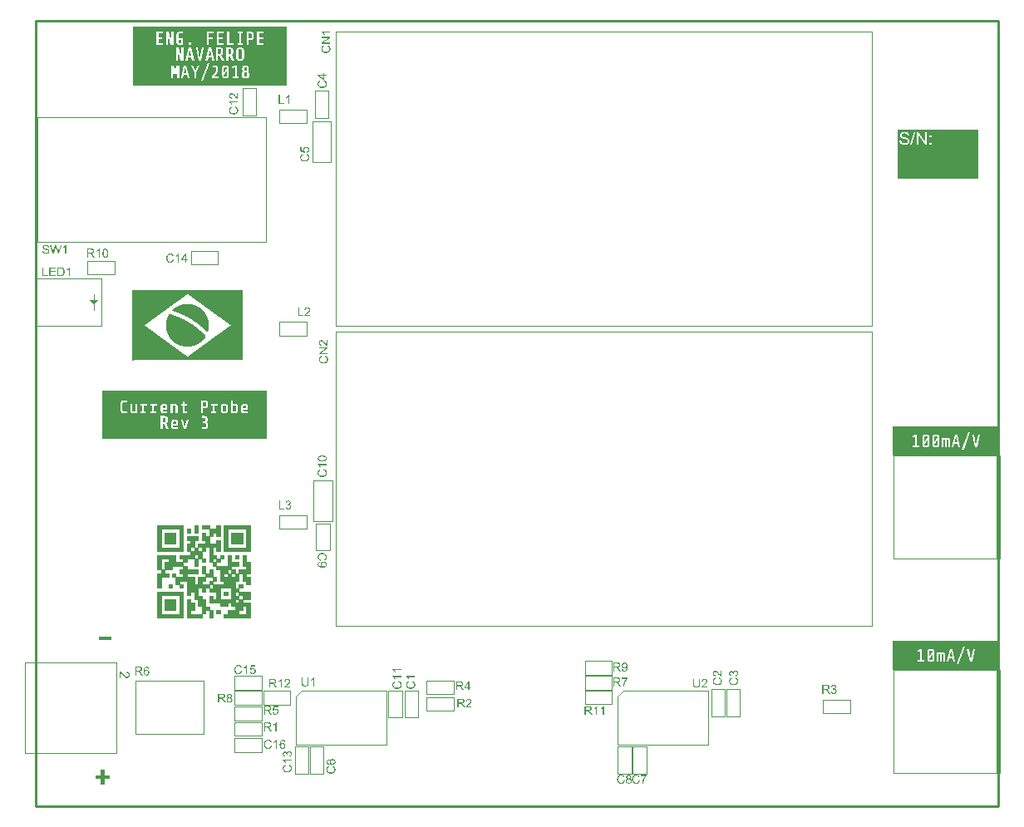
<source format=gto>
G04 Layer_Color=65535*
%FSLAX25Y25*%
%MOIN*%
G70*
G01*
G75*
%ADD25C,0.01000*%
%ADD38C,0.00100*%
%ADD39C,0.00394*%
%ADD40C,0.00091*%
G36*
X117000Y184518D02*
X116944D01*
X116903Y184523D01*
X116857Y184528D01*
X116806Y184538D01*
X116755Y184548D01*
X116699Y184569D01*
X116694D01*
X116689Y184574D01*
X116658Y184584D01*
X116612Y184604D01*
X116551Y184635D01*
X116480Y184676D01*
X116398Y184727D01*
X116317Y184783D01*
X116230Y184854D01*
X116225D01*
X116220Y184864D01*
X116189Y184890D01*
X116143Y184936D01*
X116077Y185002D01*
X116000Y185079D01*
X115909Y185176D01*
X115807Y185293D01*
X115700Y185420D01*
X115694Y185425D01*
X115679Y185446D01*
X115654Y185476D01*
X115623Y185512D01*
X115582Y185558D01*
X115536Y185614D01*
X115485Y185670D01*
X115429Y185737D01*
X115307Y185864D01*
X115184Y185992D01*
X115123Y186053D01*
X115062Y186109D01*
X115006Y186160D01*
X114950Y186201D01*
X114945D01*
X114940Y186211D01*
X114924Y186221D01*
X114904Y186231D01*
X114848Y186267D01*
X114781Y186308D01*
X114700Y186343D01*
X114613Y186379D01*
X114516Y186399D01*
X114425Y186410D01*
X114414D01*
X114384Y186405D01*
X114333Y186399D01*
X114277Y186384D01*
X114205Y186364D01*
X114134Y186328D01*
X114062Y186282D01*
X113991Y186221D01*
X113981Y186211D01*
X113960Y186185D01*
X113935Y186150D01*
X113899Y186093D01*
X113869Y186022D01*
X113838Y185941D01*
X113818Y185844D01*
X113812Y185737D01*
Y185731D01*
Y185721D01*
Y185706D01*
X113818Y185686D01*
X113823Y185624D01*
X113838Y185553D01*
X113858Y185476D01*
X113894Y185390D01*
X113940Y185308D01*
X114001Y185232D01*
X114011Y185221D01*
X114037Y185201D01*
X114078Y185170D01*
X114139Y185140D01*
X114210Y185104D01*
X114302Y185073D01*
X114404Y185053D01*
X114521Y185043D01*
X114476Y184599D01*
X114470D01*
X114455Y184604D01*
X114430D01*
X114394Y184609D01*
X114353Y184620D01*
X114307Y184630D01*
X114251Y184645D01*
X114195Y184660D01*
X114073Y184701D01*
X113950Y184762D01*
X113889Y184798D01*
X113828Y184844D01*
X113772Y184890D01*
X113721Y184941D01*
X113716Y184946D01*
X113710Y184956D01*
X113695Y184971D01*
X113680Y184997D01*
X113660Y185028D01*
X113639Y185063D01*
X113614Y185104D01*
X113588Y185155D01*
X113563Y185211D01*
X113537Y185272D01*
X113517Y185339D01*
X113496Y185410D01*
X113481Y185487D01*
X113466Y185568D01*
X113461Y185655D01*
X113455Y185747D01*
Y185752D01*
Y185767D01*
Y185798D01*
X113461Y185833D01*
X113466Y185874D01*
X113471Y185925D01*
X113481Y185981D01*
X113491Y186037D01*
X113527Y186170D01*
X113578Y186303D01*
X113609Y186369D01*
X113644Y186435D01*
X113690Y186496D01*
X113741Y186553D01*
X113746Y186558D01*
X113751Y186568D01*
X113772Y186578D01*
X113792Y186598D01*
X113818Y186624D01*
X113853Y186649D01*
X113889Y186675D01*
X113935Y186706D01*
X114032Y186757D01*
X114154Y186808D01*
X114215Y186828D01*
X114287Y186838D01*
X114358Y186848D01*
X114435Y186853D01*
X114470D01*
X114511Y186848D01*
X114567Y186843D01*
X114629Y186833D01*
X114700Y186813D01*
X114776Y186792D01*
X114853Y186762D01*
X114863Y186757D01*
X114889Y186746D01*
X114929Y186726D01*
X114986Y186695D01*
X115047Y186654D01*
X115123Y186603D01*
X115200Y186542D01*
X115286Y186471D01*
X115297Y186461D01*
X115327Y186435D01*
X115353Y186410D01*
X115378Y186384D01*
X115409Y186354D01*
X115450Y186313D01*
X115490Y186272D01*
X115536Y186221D01*
X115587Y186170D01*
X115643Y186109D01*
X115700Y186042D01*
X115766Y185971D01*
X115832Y185889D01*
X115903Y185808D01*
X115909Y185803D01*
X115919Y185793D01*
X115934Y185772D01*
X115954Y185747D01*
X115985Y185716D01*
X116016Y185680D01*
X116082Y185599D01*
X116158Y185512D01*
X116235Y185431D01*
X116301Y185359D01*
X116327Y185328D01*
X116352Y185303D01*
X116357Y185298D01*
X116373Y185283D01*
X116393Y185262D01*
X116424Y185237D01*
X116459Y185211D01*
X116495Y185181D01*
X116582Y185119D01*
Y186858D01*
X117000D01*
Y184518D01*
D02*
G37*
G36*
X116909Y305116D02*
X116939Y305106D01*
X116980Y305091D01*
X117026Y305075D01*
X117082Y305055D01*
X117143Y305029D01*
X117209Y304999D01*
X117352Y304927D01*
X117495Y304836D01*
X117567Y304780D01*
X117638Y304723D01*
X117699Y304662D01*
X117760Y304591D01*
X117765Y304586D01*
X117776Y304575D01*
X117786Y304550D01*
X117806Y304524D01*
X117832Y304484D01*
X117857Y304443D01*
X117883Y304387D01*
X117908Y304331D01*
X117939Y304264D01*
X117964Y304193D01*
X117990Y304117D01*
X118015Y304035D01*
X118036Y303948D01*
X118046Y303856D01*
X118056Y303760D01*
X118061Y303658D01*
Y303652D01*
Y303632D01*
Y303601D01*
X118056Y303561D01*
Y303515D01*
X118051Y303459D01*
X118041Y303397D01*
X118031Y303326D01*
X118005Y303178D01*
X117964Y303025D01*
X117908Y302872D01*
X117873Y302801D01*
X117832Y302729D01*
X117827Y302724D01*
X117822Y302714D01*
X117806Y302694D01*
X117786Y302673D01*
X117765Y302643D01*
X117735Y302607D01*
X117699Y302566D01*
X117658Y302525D01*
X117612Y302484D01*
X117567Y302439D01*
X117449Y302347D01*
X117312Y302260D01*
X117158Y302184D01*
X117153D01*
X117138Y302173D01*
X117113Y302168D01*
X117082Y302153D01*
X117041Y302143D01*
X116990Y302128D01*
X116934Y302107D01*
X116873Y302092D01*
X116807Y302077D01*
X116730Y302056D01*
X116572Y302031D01*
X116393Y302010D01*
X116210Y302000D01*
X116154D01*
X116118Y302005D01*
X116067D01*
X116016Y302010D01*
X115950Y302015D01*
X115884Y302026D01*
X115736Y302051D01*
X115572Y302087D01*
X115409Y302138D01*
X115251Y302209D01*
X115246Y302214D01*
X115231Y302219D01*
X115210Y302229D01*
X115185Y302250D01*
X115149Y302270D01*
X115108Y302296D01*
X115016Y302362D01*
X114915Y302449D01*
X114813Y302551D01*
X114710Y302668D01*
X114624Y302806D01*
X114619Y302811D01*
X114614Y302826D01*
X114603Y302847D01*
X114588Y302872D01*
X114573Y302913D01*
X114558Y302954D01*
X114537Y303005D01*
X114517Y303061D01*
X114496Y303122D01*
X114476Y303188D01*
X114445Y303331D01*
X114420Y303494D01*
X114410Y303663D01*
Y303668D01*
Y303688D01*
Y303714D01*
X114415Y303749D01*
X114420Y303795D01*
X114425Y303851D01*
X114430Y303907D01*
X114445Y303974D01*
X114476Y304111D01*
X114522Y304264D01*
X114552Y304341D01*
X114588Y304412D01*
X114634Y304484D01*
X114680Y304555D01*
X114685Y304560D01*
X114690Y304570D01*
X114705Y304591D01*
X114731Y304616D01*
X114756Y304642D01*
X114792Y304678D01*
X114833Y304713D01*
X114874Y304754D01*
X114925Y304795D01*
X114986Y304836D01*
X115047Y304882D01*
X115113Y304922D01*
X115190Y304958D01*
X115266Y304999D01*
X115348Y305029D01*
X115440Y305060D01*
X115547Y304601D01*
X115542D01*
X115532Y304596D01*
X115511Y304586D01*
X115486Y304575D01*
X115455Y304565D01*
X115414Y304550D01*
X115333Y304509D01*
X115241Y304458D01*
X115149Y304397D01*
X115062Y304321D01*
X114986Y304239D01*
X114976Y304229D01*
X114955Y304198D01*
X114930Y304147D01*
X114894Y304081D01*
X114864Y303994D01*
X114833Y303897D01*
X114813Y303780D01*
X114807Y303652D01*
Y303647D01*
Y303632D01*
Y303612D01*
X114813Y303586D01*
Y303550D01*
X114818Y303510D01*
X114833Y303413D01*
X114853Y303306D01*
X114889Y303193D01*
X114940Y303076D01*
X115006Y302969D01*
Y302964D01*
X115016Y302959D01*
X115042Y302923D01*
X115083Y302877D01*
X115144Y302821D01*
X115220Y302755D01*
X115307Y302694D01*
X115414Y302638D01*
X115532Y302587D01*
X115537D01*
X115547Y302581D01*
X115562Y302576D01*
X115588Y302571D01*
X115618Y302561D01*
X115654Y302551D01*
X115741Y302536D01*
X115843Y302515D01*
X115955Y302495D01*
X116077Y302484D01*
X116210Y302479D01*
X116286D01*
X116322Y302484D01*
X116368D01*
X116419Y302490D01*
X116475Y302495D01*
X116597Y302510D01*
X116730Y302536D01*
X116863Y302566D01*
X116995Y302607D01*
X117000D01*
X117011Y302612D01*
X117026Y302622D01*
X117051Y302632D01*
X117113Y302663D01*
X117184Y302709D01*
X117266Y302765D01*
X117352Y302836D01*
X117429Y302918D01*
X117500Y303015D01*
Y303020D01*
X117505Y303030D01*
X117516Y303046D01*
X117526Y303066D01*
X117536Y303091D01*
X117551Y303122D01*
X117582Y303193D01*
X117612Y303285D01*
X117638Y303387D01*
X117658Y303499D01*
X117663Y303617D01*
Y303622D01*
Y303632D01*
Y303652D01*
X117658Y303683D01*
Y303719D01*
X117653Y303754D01*
X117633Y303846D01*
X117607Y303953D01*
X117567Y304060D01*
X117510Y304173D01*
X117480Y304229D01*
X117439Y304280D01*
X117434Y304285D01*
X117429Y304290D01*
X117413Y304305D01*
X117398Y304326D01*
X117373Y304346D01*
X117342Y304372D01*
X117312Y304402D01*
X117271Y304428D01*
X117225Y304458D01*
X117174Y304494D01*
X117123Y304524D01*
X117062Y304555D01*
X116995Y304581D01*
X116924Y304606D01*
X116847Y304632D01*
X116766Y304652D01*
X116883Y305121D01*
X116888D01*
X116909Y305116D01*
D02*
G37*
G36*
X117000Y183487D02*
X114231Y181641D01*
X117000D01*
Y181192D01*
X113471D01*
Y181672D01*
X116245Y183523D01*
X113471D01*
Y183972D01*
X117000D01*
Y183487D01*
D02*
G37*
G36*
X101568Y281615D02*
X101134D01*
Y284374D01*
X101129Y284369D01*
X101104Y284349D01*
X101073Y284318D01*
X101022Y284283D01*
X100966Y284237D01*
X100894Y284186D01*
X100813Y284130D01*
X100721Y284073D01*
X100716D01*
X100711Y284068D01*
X100680Y284048D01*
X100629Y284023D01*
X100568Y283992D01*
X100497Y283956D01*
X100420Y283921D01*
X100344Y283885D01*
X100267Y283854D01*
Y284272D01*
X100272D01*
X100283Y284283D01*
X100303Y284288D01*
X100328Y284303D01*
X100359Y284318D01*
X100395Y284339D01*
X100481Y284390D01*
X100583Y284446D01*
X100685Y284517D01*
X100793Y284599D01*
X100900Y284686D01*
X100905Y284691D01*
X100910Y284696D01*
X100925Y284711D01*
X100945Y284726D01*
X100991Y284777D01*
X101053Y284839D01*
X101114Y284910D01*
X101180Y284992D01*
X101236Y285073D01*
X101287Y285160D01*
X101568D01*
Y281615D01*
D02*
G37*
G36*
X115909Y180616D02*
X115939Y180606D01*
X115980Y180591D01*
X116026Y180575D01*
X116082Y180555D01*
X116143Y180529D01*
X116209Y180499D01*
X116352Y180427D01*
X116495Y180336D01*
X116567Y180280D01*
X116638Y180223D01*
X116699Y180162D01*
X116760Y180091D01*
X116765Y180086D01*
X116776Y180076D01*
X116786Y180050D01*
X116806Y180025D01*
X116832Y179984D01*
X116857Y179943D01*
X116883Y179887D01*
X116908Y179831D01*
X116939Y179764D01*
X116964Y179693D01*
X116990Y179616D01*
X117015Y179535D01*
X117036Y179448D01*
X117046Y179356D01*
X117056Y179260D01*
X117061Y179157D01*
Y179152D01*
Y179132D01*
Y179101D01*
X117056Y179061D01*
Y179015D01*
X117051Y178959D01*
X117041Y178897D01*
X117031Y178826D01*
X117005Y178678D01*
X116964Y178525D01*
X116908Y178372D01*
X116873Y178301D01*
X116832Y178229D01*
X116827Y178224D01*
X116822Y178214D01*
X116806Y178194D01*
X116786Y178173D01*
X116765Y178143D01*
X116735Y178107D01*
X116699Y178066D01*
X116658Y178025D01*
X116612Y177984D01*
X116567Y177939D01*
X116449Y177847D01*
X116312Y177760D01*
X116158Y177684D01*
X116153D01*
X116138Y177673D01*
X116113Y177668D01*
X116082Y177653D01*
X116041Y177643D01*
X115990Y177628D01*
X115934Y177607D01*
X115873Y177592D01*
X115807Y177576D01*
X115730Y177556D01*
X115572Y177531D01*
X115393Y177510D01*
X115210Y177500D01*
X115154D01*
X115118Y177505D01*
X115067D01*
X115016Y177510D01*
X114950Y177515D01*
X114883Y177525D01*
X114736Y177551D01*
X114572Y177587D01*
X114409Y177638D01*
X114251Y177709D01*
X114246Y177714D01*
X114231Y177719D01*
X114210Y177729D01*
X114185Y177750D01*
X114149Y177770D01*
X114108Y177796D01*
X114016Y177862D01*
X113915Y177949D01*
X113812Y178051D01*
X113710Y178168D01*
X113624Y178306D01*
X113619Y178311D01*
X113614Y178326D01*
X113603Y178347D01*
X113588Y178372D01*
X113573Y178413D01*
X113558Y178454D01*
X113537Y178505D01*
X113517Y178561D01*
X113496Y178622D01*
X113476Y178688D01*
X113445Y178831D01*
X113420Y178994D01*
X113410Y179163D01*
Y179168D01*
Y179188D01*
Y179214D01*
X113415Y179249D01*
X113420Y179295D01*
X113425Y179351D01*
X113430Y179407D01*
X113445Y179474D01*
X113476Y179611D01*
X113522Y179764D01*
X113552Y179841D01*
X113588Y179912D01*
X113634Y179984D01*
X113680Y180055D01*
X113685Y180060D01*
X113690Y180070D01*
X113705Y180091D01*
X113731Y180116D01*
X113756Y180142D01*
X113792Y180177D01*
X113833Y180213D01*
X113874Y180254D01*
X113925Y180295D01*
X113986Y180336D01*
X114047Y180382D01*
X114113Y180422D01*
X114190Y180458D01*
X114266Y180499D01*
X114348Y180529D01*
X114440Y180560D01*
X114547Y180101D01*
X114542D01*
X114532Y180096D01*
X114511Y180086D01*
X114486Y180076D01*
X114455Y180065D01*
X114414Y180050D01*
X114333Y180009D01*
X114241Y179958D01*
X114149Y179897D01*
X114062Y179821D01*
X113986Y179739D01*
X113976Y179729D01*
X113955Y179698D01*
X113930Y179647D01*
X113894Y179581D01*
X113864Y179494D01*
X113833Y179397D01*
X113812Y179280D01*
X113807Y179152D01*
Y179147D01*
Y179132D01*
Y179112D01*
X113812Y179086D01*
Y179050D01*
X113818Y179010D01*
X113833Y178913D01*
X113853Y178806D01*
X113889Y178693D01*
X113940Y178576D01*
X114006Y178469D01*
Y178464D01*
X114016Y178459D01*
X114042Y178423D01*
X114083Y178377D01*
X114144Y178321D01*
X114220Y178255D01*
X114307Y178194D01*
X114414Y178138D01*
X114532Y178086D01*
X114537D01*
X114547Y178081D01*
X114562Y178076D01*
X114588Y178071D01*
X114618Y178061D01*
X114654Y178051D01*
X114741Y178035D01*
X114843Y178015D01*
X114955Y177995D01*
X115077Y177984D01*
X115210Y177979D01*
X115286D01*
X115322Y177984D01*
X115368D01*
X115419Y177990D01*
X115475Y177995D01*
X115597Y178010D01*
X115730Y178035D01*
X115863Y178066D01*
X115995Y178107D01*
X116000D01*
X116011Y178112D01*
X116026Y178122D01*
X116051Y178132D01*
X116113Y178163D01*
X116184Y178209D01*
X116266Y178265D01*
X116352Y178336D01*
X116429Y178418D01*
X116500Y178515D01*
Y178520D01*
X116505Y178530D01*
X116516Y178545D01*
X116526Y178566D01*
X116536Y178591D01*
X116551Y178622D01*
X116582Y178693D01*
X116612Y178785D01*
X116638Y178887D01*
X116658Y178999D01*
X116663Y179117D01*
Y179122D01*
Y179132D01*
Y179152D01*
X116658Y179183D01*
Y179219D01*
X116653Y179254D01*
X116633Y179346D01*
X116607Y179453D01*
X116567Y179560D01*
X116510Y179673D01*
X116480Y179729D01*
X116439Y179780D01*
X116434Y179785D01*
X116429Y179790D01*
X116413Y179805D01*
X116398Y179826D01*
X116373Y179846D01*
X116342Y179871D01*
X116312Y179902D01*
X116271Y179928D01*
X116225Y179958D01*
X116174Y179994D01*
X116123Y180025D01*
X116062Y180055D01*
X115995Y180081D01*
X115924Y180106D01*
X115847Y180132D01*
X115766Y180152D01*
X115883Y180621D01*
X115888D01*
X115909Y180616D01*
D02*
G37*
G36*
X118000Y307987D02*
X115231Y306141D01*
X118000D01*
Y305692D01*
X114471D01*
Y306172D01*
X117245Y308023D01*
X114471D01*
Y308472D01*
X118000D01*
Y307987D01*
D02*
G37*
G36*
X114919Y140563D02*
X114980D01*
X115047Y140558D01*
X115118Y140553D01*
X115281Y140537D01*
X115449Y140512D01*
X115613Y140481D01*
X115689Y140461D01*
X115766Y140435D01*
X115771D01*
X115781Y140430D01*
X115801Y140420D01*
X115827Y140410D01*
X115863Y140400D01*
X115898Y140379D01*
X115985Y140339D01*
X116077Y140287D01*
X116179Y140221D01*
X116270Y140145D01*
X116357Y140053D01*
Y140048D01*
X116367Y140043D01*
X116378Y140027D01*
X116388Y140007D01*
X116403Y139981D01*
X116423Y139956D01*
X116459Y139880D01*
X116495Y139788D01*
X116531Y139681D01*
X116551Y139553D01*
X116561Y139415D01*
Y139410D01*
Y139395D01*
Y139364D01*
X116556Y139329D01*
X116551Y139288D01*
X116541Y139237D01*
X116531Y139181D01*
X116515Y139120D01*
X116495Y139058D01*
X116474Y138992D01*
X116444Y138926D01*
X116408Y138859D01*
X116367Y138793D01*
X116316Y138727D01*
X116260Y138666D01*
X116199Y138610D01*
X116194Y138604D01*
X116179Y138594D01*
X116153Y138579D01*
X116112Y138554D01*
X116067Y138528D01*
X116005Y138503D01*
X115934Y138467D01*
X115852Y138436D01*
X115761Y138406D01*
X115653Y138375D01*
X115536Y138344D01*
X115403Y138319D01*
X115261Y138293D01*
X115108Y138278D01*
X114939Y138268D01*
X114761Y138263D01*
X114659D01*
X114603Y138268D01*
X114542D01*
X114475Y138273D01*
X114399Y138278D01*
X114241Y138293D01*
X114072Y138319D01*
X113904Y138349D01*
X113828Y138370D01*
X113751Y138390D01*
X113746D01*
X113736Y138395D01*
X113715Y138406D01*
X113690Y138416D01*
X113654Y138426D01*
X113619Y138446D01*
X113532Y138487D01*
X113440Y138538D01*
X113343Y138604D01*
X113246Y138681D01*
X113165Y138773D01*
Y138778D01*
X113154Y138783D01*
X113144Y138798D01*
X113134Y138819D01*
X113114Y138844D01*
X113098Y138875D01*
X113057Y138951D01*
X113022Y139043D01*
X112986Y139150D01*
X112966Y139278D01*
X112955Y139415D01*
Y139420D01*
Y139426D01*
Y139441D01*
Y139461D01*
X112961Y139517D01*
X112971Y139584D01*
X112986Y139660D01*
X113006Y139742D01*
X113032Y139829D01*
X113073Y139910D01*
Y139915D01*
X113078Y139920D01*
X113093Y139946D01*
X113119Y139987D01*
X113154Y140038D01*
X113205Y140094D01*
X113261Y140155D01*
X113328Y140211D01*
X113404Y140267D01*
X113415Y140272D01*
X113440Y140293D01*
X113486Y140313D01*
X113552Y140349D01*
X113629Y140379D01*
X113715Y140420D01*
X113817Y140456D01*
X113930Y140486D01*
X113935D01*
X113945Y140491D01*
X113960Y140497D01*
X113986Y140502D01*
X114016Y140507D01*
X114052Y140512D01*
X114098Y140522D01*
X114149Y140527D01*
X114205Y140537D01*
X114266Y140542D01*
X114338Y140548D01*
X114409Y140558D01*
X114491Y140563D01*
X114572D01*
X114664Y140568D01*
X114863D01*
X114919Y140563D01*
D02*
G37*
G36*
X115438Y97976D02*
X115484Y97971D01*
X115540Y97966D01*
X115596Y97956D01*
X115662Y97940D01*
X115795Y97904D01*
X115866Y97879D01*
X115943Y97848D01*
X116014Y97813D01*
X116080Y97767D01*
X116152Y97721D01*
X116213Y97665D01*
X116218Y97660D01*
X116228Y97650D01*
X116244Y97634D01*
X116264Y97609D01*
X116289Y97578D01*
X116320Y97537D01*
X116346Y97496D01*
X116381Y97445D01*
X116412Y97395D01*
X116437Y97333D01*
X116493Y97196D01*
X116514Y97124D01*
X116529Y97043D01*
X116539Y96961D01*
X116544Y96874D01*
Y96869D01*
Y96859D01*
Y96839D01*
X116539Y96813D01*
Y96788D01*
X116534Y96752D01*
X116519Y96665D01*
X116499Y96568D01*
X116463Y96461D01*
X116417Y96354D01*
X116356Y96247D01*
Y96242D01*
X116346Y96237D01*
X116335Y96222D01*
X116320Y96201D01*
X116279Y96150D01*
X116223Y96084D01*
X116147Y96017D01*
X116055Y95941D01*
X115948Y95875D01*
X115825Y95814D01*
X115820D01*
X115810Y95808D01*
X115790Y95798D01*
X115764Y95788D01*
X115728Y95778D01*
X115683Y95762D01*
X115632Y95752D01*
X115576Y95737D01*
X115509Y95722D01*
X115433Y95706D01*
X115351Y95696D01*
X115264Y95686D01*
X115167Y95676D01*
X115066Y95666D01*
X114953Y95661D01*
X114724D01*
X114668Y95666D01*
X114601D01*
X114525Y95671D01*
X114448Y95681D01*
X114275Y95696D01*
X114091Y95722D01*
X113918Y95757D01*
X113831Y95783D01*
X113755Y95808D01*
X113750D01*
X113740Y95814D01*
X113719Y95824D01*
X113689Y95834D01*
X113658Y95849D01*
X113617Y95870D01*
X113530Y95921D01*
X113434Y95982D01*
X113331Y96053D01*
X113235Y96145D01*
X113148Y96247D01*
Y96252D01*
X113138Y96262D01*
X113128Y96278D01*
X113117Y96298D01*
X113102Y96329D01*
X113082Y96359D01*
X113061Y96400D01*
X113046Y96441D01*
X113005Y96538D01*
X112969Y96655D01*
X112949Y96782D01*
X112939Y96925D01*
Y96930D01*
Y96946D01*
Y96966D01*
X112944Y96992D01*
Y97027D01*
X112949Y97068D01*
X112969Y97165D01*
X112995Y97272D01*
X113036Y97384D01*
X113092Y97496D01*
X113128Y97553D01*
X113168Y97604D01*
X113173Y97609D01*
X113179Y97614D01*
X113194Y97629D01*
X113209Y97644D01*
X113235Y97665D01*
X113265Y97690D01*
X113337Y97741D01*
X113428Y97792D01*
X113541Y97843D01*
X113668Y97884D01*
X113816Y97915D01*
X113852Y97496D01*
X113847D01*
X113836Y97491D01*
X113826D01*
X113806Y97486D01*
X113750Y97471D01*
X113689Y97451D01*
X113617Y97425D01*
X113546Y97389D01*
X113479Y97349D01*
X113423Y97298D01*
X113418Y97293D01*
X113403Y97272D01*
X113382Y97236D01*
X113362Y97196D01*
X113337Y97140D01*
X113316Y97073D01*
X113301Y96997D01*
X113296Y96915D01*
Y96905D01*
Y96879D01*
X113301Y96844D01*
X113306Y96798D01*
X113316Y96742D01*
X113331Y96686D01*
X113352Y96624D01*
X113382Y96568D01*
X113388Y96563D01*
X113398Y96543D01*
X113418Y96512D01*
X113449Y96482D01*
X113485Y96441D01*
X113525Y96400D01*
X113571Y96359D01*
X113627Y96318D01*
X113632Y96313D01*
X113658Y96303D01*
X113694Y96283D01*
X113740Y96262D01*
X113801Y96237D01*
X113872Y96211D01*
X113954Y96186D01*
X114046Y96160D01*
X114051D01*
X114056Y96155D01*
X114071D01*
X114091Y96150D01*
X114142Y96140D01*
X114209Y96125D01*
X114290Y96114D01*
X114377Y96104D01*
X114474Y96099D01*
X114576Y96094D01*
X114663D01*
X114652Y96099D01*
X114627Y96119D01*
X114591Y96150D01*
X114540Y96186D01*
X114489Y96237D01*
X114433Y96298D01*
X114377Y96369D01*
X114326Y96451D01*
X114321Y96461D01*
X114306Y96492D01*
X114285Y96538D01*
X114265Y96594D01*
X114239Y96670D01*
X114219Y96752D01*
X114204Y96844D01*
X114199Y96941D01*
Y96946D01*
Y96961D01*
Y96981D01*
X114204Y97012D01*
X114209Y97053D01*
X114214Y97094D01*
X114224Y97145D01*
X114239Y97196D01*
X114275Y97313D01*
X114301Y97374D01*
X114331Y97435D01*
X114367Y97502D01*
X114413Y97563D01*
X114459Y97624D01*
X114515Y97680D01*
X114520Y97685D01*
X114530Y97695D01*
X114545Y97706D01*
X114571Y97726D01*
X114606Y97751D01*
X114642Y97777D01*
X114688Y97803D01*
X114739Y97828D01*
X114795Y97859D01*
X114856Y97884D01*
X114928Y97910D01*
X114999Y97935D01*
X115081Y97956D01*
X115167Y97966D01*
X115254Y97976D01*
X115351Y97981D01*
X115402D01*
X115438Y97976D01*
D02*
G37*
G36*
X116500Y136717D02*
X113741D01*
X113746Y136712D01*
X113766Y136687D01*
X113797Y136656D01*
X113833Y136605D01*
X113879Y136549D01*
X113930Y136478D01*
X113986Y136396D01*
X114042Y136304D01*
Y136299D01*
X114047Y136294D01*
X114067Y136264D01*
X114093Y136213D01*
X114123Y136151D01*
X114159Y136080D01*
X114195Y136003D01*
X114231Y135927D01*
X114261Y135851D01*
X113843D01*
Y135856D01*
X113833Y135866D01*
X113828Y135886D01*
X113812Y135912D01*
X113797Y135942D01*
X113777Y135978D01*
X113726Y136065D01*
X113670Y136167D01*
X113598Y136269D01*
X113516Y136376D01*
X113430Y136483D01*
X113425Y136488D01*
X113420Y136493D01*
X113404Y136508D01*
X113389Y136529D01*
X113338Y136575D01*
X113277Y136636D01*
X113205Y136697D01*
X113124Y136763D01*
X113042Y136820D01*
X112955Y136871D01*
Y137151D01*
X116500D01*
Y136717D01*
D02*
G37*
G36*
X118000Y310277D02*
X115241D01*
X115246Y310272D01*
X115266Y310247D01*
X115297Y310216D01*
X115333Y310165D01*
X115379Y310109D01*
X115430Y310038D01*
X115486Y309956D01*
X115542Y309864D01*
Y309859D01*
X115547Y309854D01*
X115567Y309823D01*
X115593Y309772D01*
X115623Y309711D01*
X115659Y309640D01*
X115695Y309563D01*
X115731Y309487D01*
X115761Y309410D01*
X115343D01*
Y309415D01*
X115333Y309426D01*
X115328Y309446D01*
X115312Y309472D01*
X115297Y309502D01*
X115277Y309538D01*
X115226Y309625D01*
X115170Y309727D01*
X115098Y309828D01*
X115016Y309936D01*
X114930Y310043D01*
X114925Y310048D01*
X114920Y310053D01*
X114904Y310068D01*
X114889Y310089D01*
X114838Y310135D01*
X114777Y310196D01*
X114705Y310257D01*
X114624Y310323D01*
X114542Y310379D01*
X114455Y310430D01*
Y310711D01*
X118000D01*
Y310277D01*
D02*
G37*
G36*
X115409Y135116D02*
X115439Y135106D01*
X115480Y135091D01*
X115526Y135075D01*
X115582Y135055D01*
X115643Y135029D01*
X115709Y134999D01*
X115852Y134927D01*
X115995Y134836D01*
X116067Y134780D01*
X116138Y134723D01*
X116199Y134662D01*
X116260Y134591D01*
X116265Y134586D01*
X116276Y134575D01*
X116286Y134550D01*
X116306Y134525D01*
X116332Y134484D01*
X116357Y134443D01*
X116383Y134387D01*
X116408Y134331D01*
X116439Y134264D01*
X116464Y134193D01*
X116490Y134116D01*
X116515Y134035D01*
X116536Y133948D01*
X116546Y133856D01*
X116556Y133759D01*
X116561Y133658D01*
Y133652D01*
Y133632D01*
Y133601D01*
X116556Y133561D01*
Y133515D01*
X116551Y133459D01*
X116541Y133397D01*
X116531Y133326D01*
X116505Y133178D01*
X116464Y133025D01*
X116408Y132872D01*
X116373Y132801D01*
X116332Y132729D01*
X116327Y132724D01*
X116322Y132714D01*
X116306Y132694D01*
X116286Y132673D01*
X116265Y132643D01*
X116235Y132607D01*
X116199Y132566D01*
X116158Y132525D01*
X116112Y132484D01*
X116067Y132439D01*
X115949Y132347D01*
X115812Y132260D01*
X115658Y132184D01*
X115653D01*
X115638Y132173D01*
X115613Y132168D01*
X115582Y132153D01*
X115541Y132143D01*
X115490Y132127D01*
X115434Y132107D01*
X115373Y132092D01*
X115307Y132077D01*
X115230Y132056D01*
X115072Y132031D01*
X114893Y132010D01*
X114710Y132000D01*
X114654D01*
X114618Y132005D01*
X114567D01*
X114516Y132010D01*
X114450Y132015D01*
X114383Y132026D01*
X114236Y132051D01*
X114072Y132087D01*
X113909Y132138D01*
X113751Y132209D01*
X113746Y132214D01*
X113731Y132219D01*
X113710Y132229D01*
X113685Y132250D01*
X113649Y132270D01*
X113608Y132296D01*
X113516Y132362D01*
X113415Y132449D01*
X113312Y132551D01*
X113210Y132668D01*
X113124Y132806D01*
X113119Y132811D01*
X113114Y132826D01*
X113103Y132847D01*
X113088Y132872D01*
X113073Y132913D01*
X113057Y132954D01*
X113037Y133005D01*
X113017Y133061D01*
X112996Y133122D01*
X112976Y133188D01*
X112945Y133331D01*
X112920Y133494D01*
X112910Y133663D01*
Y133668D01*
Y133688D01*
Y133714D01*
X112915Y133749D01*
X112920Y133795D01*
X112925Y133851D01*
X112930Y133907D01*
X112945Y133974D01*
X112976Y134111D01*
X113022Y134264D01*
X113052Y134341D01*
X113088Y134412D01*
X113134Y134484D01*
X113180Y134555D01*
X113185Y134560D01*
X113190Y134570D01*
X113205Y134591D01*
X113231Y134616D01*
X113256Y134642D01*
X113292Y134678D01*
X113333Y134713D01*
X113374Y134754D01*
X113425Y134795D01*
X113486Y134836D01*
X113547Y134881D01*
X113613Y134922D01*
X113690Y134958D01*
X113766Y134999D01*
X113848Y135029D01*
X113940Y135060D01*
X114047Y134601D01*
X114042D01*
X114032Y134596D01*
X114011Y134586D01*
X113986Y134575D01*
X113955Y134565D01*
X113914Y134550D01*
X113833Y134509D01*
X113741Y134458D01*
X113649Y134397D01*
X113562Y134320D01*
X113486Y134239D01*
X113476Y134229D01*
X113455Y134198D01*
X113430Y134147D01*
X113394Y134081D01*
X113364Y133994D01*
X113333Y133897D01*
X113312Y133780D01*
X113307Y133652D01*
Y133647D01*
Y133632D01*
Y133612D01*
X113312Y133586D01*
Y133550D01*
X113318Y133510D01*
X113333Y133413D01*
X113353Y133306D01*
X113389Y133193D01*
X113440Y133076D01*
X113506Y132969D01*
Y132964D01*
X113516Y132959D01*
X113542Y132923D01*
X113583Y132877D01*
X113644Y132821D01*
X113721Y132755D01*
X113807Y132694D01*
X113914Y132638D01*
X114032Y132587D01*
X114037D01*
X114047Y132581D01*
X114062Y132576D01*
X114088Y132571D01*
X114118Y132561D01*
X114154Y132551D01*
X114241Y132536D01*
X114343Y132515D01*
X114455Y132495D01*
X114577Y132484D01*
X114710Y132479D01*
X114786D01*
X114822Y132484D01*
X114868D01*
X114919Y132490D01*
X114975Y132495D01*
X115097Y132510D01*
X115230Y132536D01*
X115363Y132566D01*
X115495Y132607D01*
X115500D01*
X115511Y132612D01*
X115526Y132622D01*
X115551Y132632D01*
X115613Y132663D01*
X115684Y132709D01*
X115766Y132765D01*
X115852Y132836D01*
X115929Y132918D01*
X116000Y133015D01*
Y133020D01*
X116005Y133030D01*
X116016Y133045D01*
X116026Y133066D01*
X116036Y133091D01*
X116051Y133122D01*
X116082Y133193D01*
X116112Y133285D01*
X116138Y133387D01*
X116158Y133499D01*
X116163Y133617D01*
Y133622D01*
Y133632D01*
Y133652D01*
X116158Y133683D01*
Y133719D01*
X116153Y133754D01*
X116133Y133846D01*
X116107Y133953D01*
X116067Y134060D01*
X116010Y134173D01*
X115980Y134229D01*
X115939Y134280D01*
X115934Y134285D01*
X115929Y134290D01*
X115913Y134305D01*
X115898Y134326D01*
X115873Y134346D01*
X115842Y134371D01*
X115812Y134402D01*
X115771Y134428D01*
X115725Y134458D01*
X115674Y134494D01*
X115623Y134525D01*
X115562Y134555D01*
X115495Y134581D01*
X115424Y134606D01*
X115347Y134632D01*
X115266Y134652D01*
X115383Y135121D01*
X115388D01*
X115409Y135116D01*
D02*
G37*
G36*
X173631Y43021D02*
X173672Y43016D01*
X173723Y43011D01*
X173779Y43000D01*
X173835Y42990D01*
X173967Y42954D01*
X174100Y42903D01*
X174166Y42873D01*
X174233Y42837D01*
X174294Y42791D01*
X174350Y42740D01*
X174355Y42735D01*
X174365Y42730D01*
X174375Y42710D01*
X174396Y42689D01*
X174421Y42664D01*
X174447Y42628D01*
X174472Y42592D01*
X174503Y42546D01*
X174554Y42450D01*
X174605Y42327D01*
X174625Y42266D01*
X174636Y42195D01*
X174646Y42123D01*
X174651Y42047D01*
Y42036D01*
Y42011D01*
X174646Y41970D01*
X174641Y41914D01*
X174630Y41853D01*
X174610Y41781D01*
X174590Y41705D01*
X174559Y41628D01*
X174554Y41618D01*
X174544Y41593D01*
X174523Y41552D01*
X174493Y41496D01*
X174452Y41435D01*
X174401Y41358D01*
X174340Y41282D01*
X174268Y41195D01*
X174258Y41185D01*
X174233Y41154D01*
X174207Y41129D01*
X174182Y41103D01*
X174151Y41072D01*
X174110Y41032D01*
X174069Y40991D01*
X174018Y40945D01*
X173967Y40894D01*
X173906Y40838D01*
X173840Y40782D01*
X173768Y40716D01*
X173687Y40649D01*
X173605Y40578D01*
X173600Y40573D01*
X173590Y40562D01*
X173570Y40547D01*
X173544Y40527D01*
X173513Y40496D01*
X173478Y40466D01*
X173396Y40399D01*
X173310Y40323D01*
X173228Y40246D01*
X173156Y40180D01*
X173126Y40154D01*
X173100Y40129D01*
X173095Y40124D01*
X173080Y40109D01*
X173060Y40088D01*
X173034Y40058D01*
X173009Y40022D01*
X172978Y39986D01*
X172917Y39900D01*
X174656D01*
Y39481D01*
X172315D01*
Y39486D01*
Y39507D01*
Y39537D01*
X172320Y39578D01*
X172325Y39624D01*
X172335Y39675D01*
X172346Y39726D01*
X172366Y39782D01*
Y39787D01*
X172371Y39792D01*
X172381Y39823D01*
X172402Y39869D01*
X172432Y39930D01*
X172473Y40001D01*
X172524Y40083D01*
X172580Y40165D01*
X172652Y40251D01*
Y40257D01*
X172662Y40262D01*
X172687Y40292D01*
X172733Y40338D01*
X172800Y40404D01*
X172876Y40481D01*
X172973Y40573D01*
X173090Y40675D01*
X173218Y40782D01*
X173223Y40787D01*
X173243Y40802D01*
X173274Y40828D01*
X173310Y40858D01*
X173355Y40899D01*
X173412Y40945D01*
X173468Y40996D01*
X173534Y41052D01*
X173661Y41175D01*
X173789Y41297D01*
X173850Y41358D01*
X173906Y41419D01*
X173957Y41475D01*
X173998Y41532D01*
Y41537D01*
X174008Y41542D01*
X174018Y41557D01*
X174029Y41577D01*
X174064Y41633D01*
X174105Y41700D01*
X174141Y41781D01*
X174177Y41868D01*
X174197Y41965D01*
X174207Y42057D01*
Y42062D01*
Y42067D01*
X174202Y42098D01*
X174197Y42149D01*
X174182Y42205D01*
X174161Y42276D01*
X174126Y42347D01*
X174080Y42419D01*
X174018Y42490D01*
X174008Y42500D01*
X173983Y42521D01*
X173947Y42546D01*
X173891Y42582D01*
X173819Y42613D01*
X173738Y42643D01*
X173641Y42664D01*
X173534Y42669D01*
X173503D01*
X173483Y42664D01*
X173422Y42659D01*
X173350Y42643D01*
X173274Y42623D01*
X173187Y42587D01*
X173106Y42541D01*
X173029Y42480D01*
X173019Y42470D01*
X172998Y42444D01*
X172968Y42404D01*
X172937Y42342D01*
X172901Y42271D01*
X172871Y42179D01*
X172851Y42077D01*
X172840Y41960D01*
X172397Y42006D01*
Y42011D01*
X172402Y42026D01*
Y42052D01*
X172407Y42087D01*
X172417Y42128D01*
X172427Y42174D01*
X172442Y42230D01*
X172458Y42286D01*
X172499Y42409D01*
X172560Y42531D01*
X172596Y42592D01*
X172641Y42654D01*
X172687Y42710D01*
X172738Y42761D01*
X172743Y42766D01*
X172754Y42771D01*
X172769Y42786D01*
X172794Y42801D01*
X172825Y42822D01*
X172861Y42842D01*
X172901Y42868D01*
X172952Y42893D01*
X173009Y42919D01*
X173070Y42944D01*
X173136Y42965D01*
X173207Y42985D01*
X173284Y43000D01*
X173366Y43016D01*
X173452Y43021D01*
X173544Y43026D01*
X173595D01*
X173631Y43021D01*
D02*
G37*
G36*
X93099Y33524D02*
X93145D01*
X93252Y33519D01*
X93364Y33504D01*
X93486Y33488D01*
X93599Y33463D01*
X93655Y33448D01*
X93701Y33432D01*
X93706D01*
X93711Y33427D01*
X93742Y33412D01*
X93787Y33391D01*
X93844Y33356D01*
X93905Y33310D01*
X93971Y33249D01*
X94032Y33177D01*
X94093Y33096D01*
Y33091D01*
X94099Y33086D01*
X94119Y33055D01*
X94139Y33004D01*
X94170Y32938D01*
X94195Y32861D01*
X94221Y32769D01*
X94236Y32672D01*
X94241Y32565D01*
Y32560D01*
Y32550D01*
Y32530D01*
X94236Y32504D01*
Y32468D01*
X94231Y32433D01*
X94211Y32346D01*
X94180Y32244D01*
X94139Y32137D01*
X94078Y32030D01*
X94037Y31979D01*
X93997Y31928D01*
X93991Y31923D01*
X93986Y31918D01*
X93971Y31902D01*
X93951Y31887D01*
X93925Y31867D01*
X93894Y31846D01*
X93854Y31821D01*
X93813Y31790D01*
X93762Y31765D01*
X93706Y31739D01*
X93645Y31708D01*
X93578Y31683D01*
X93502Y31663D01*
X93425Y31637D01*
X93339Y31622D01*
X93247Y31607D01*
X93257Y31601D01*
X93277Y31591D01*
X93308Y31571D01*
X93349Y31550D01*
X93441Y31494D01*
X93486Y31459D01*
X93527Y31428D01*
X93537Y31418D01*
X93563Y31392D01*
X93604Y31352D01*
X93655Y31301D01*
X93711Y31229D01*
X93777Y31153D01*
X93844Y31061D01*
X93915Y30959D01*
X94522Y30000D01*
X93940D01*
X93476Y30734D01*
Y30740D01*
X93466Y30750D01*
X93456Y30765D01*
X93441Y30785D01*
X93405Y30841D01*
X93359Y30913D01*
X93303Y30989D01*
X93247Y31071D01*
X93191Y31148D01*
X93140Y31219D01*
X93135Y31224D01*
X93119Y31244D01*
X93094Y31275D01*
X93058Y31311D01*
X92982Y31387D01*
X92941Y31423D01*
X92900Y31453D01*
X92895Y31459D01*
X92885Y31464D01*
X92864Y31474D01*
X92834Y31489D01*
X92803Y31504D01*
X92767Y31520D01*
X92686Y31545D01*
X92681D01*
X92671Y31550D01*
X92650D01*
X92625Y31556D01*
X92589Y31561D01*
X92548D01*
X92492Y31566D01*
X91890D01*
Y30000D01*
X91421D01*
Y33529D01*
X93058D01*
X93099Y33524D01*
D02*
G37*
G36*
X170678Y43005D02*
X170724D01*
X170831Y43000D01*
X170943Y42985D01*
X171065Y42970D01*
X171178Y42944D01*
X171234Y42929D01*
X171280Y42914D01*
X171285D01*
X171290Y42908D01*
X171320Y42893D01*
X171366Y42873D01*
X171423Y42837D01*
X171484Y42791D01*
X171550Y42730D01*
X171611Y42659D01*
X171672Y42577D01*
Y42572D01*
X171677Y42567D01*
X171698Y42536D01*
X171718Y42485D01*
X171749Y42419D01*
X171774Y42342D01*
X171800Y42251D01*
X171815Y42154D01*
X171820Y42047D01*
Y42042D01*
Y42031D01*
Y42011D01*
X171815Y41985D01*
Y41950D01*
X171810Y41914D01*
X171790Y41827D01*
X171759Y41725D01*
X171718Y41618D01*
X171657Y41511D01*
X171616Y41460D01*
X171575Y41409D01*
X171570Y41404D01*
X171565Y41399D01*
X171550Y41384D01*
X171530Y41368D01*
X171504Y41348D01*
X171474Y41328D01*
X171433Y41302D01*
X171392Y41271D01*
X171341Y41246D01*
X171285Y41220D01*
X171224Y41190D01*
X171157Y41164D01*
X171081Y41144D01*
X171004Y41118D01*
X170918Y41103D01*
X170826Y41088D01*
X170836Y41083D01*
X170856Y41072D01*
X170887Y41052D01*
X170928Y41032D01*
X171020Y40976D01*
X171065Y40940D01*
X171106Y40909D01*
X171116Y40899D01*
X171142Y40874D01*
X171183Y40833D01*
X171234Y40782D01*
X171290Y40710D01*
X171356Y40634D01*
X171423Y40542D01*
X171494Y40440D01*
X172101Y39481D01*
X171519D01*
X171055Y40216D01*
Y40221D01*
X171045Y40231D01*
X171035Y40246D01*
X171020Y40267D01*
X170984Y40323D01*
X170938Y40394D01*
X170882Y40471D01*
X170826Y40552D01*
X170770Y40629D01*
X170719Y40700D01*
X170714Y40705D01*
X170698Y40726D01*
X170673Y40756D01*
X170637Y40792D01*
X170561Y40868D01*
X170520Y40904D01*
X170479Y40935D01*
X170474Y40940D01*
X170464Y40945D01*
X170443Y40955D01*
X170413Y40971D01*
X170382Y40986D01*
X170346Y41001D01*
X170265Y41027D01*
X170260D01*
X170249Y41032D01*
X170229D01*
X170204Y41037D01*
X170168Y41042D01*
X170127D01*
X170071Y41047D01*
X169469D01*
Y39481D01*
X169000D01*
Y43011D01*
X170637D01*
X170678Y43005D01*
D02*
G37*
G36*
X317028Y48574D02*
X317074D01*
X317181Y48569D01*
X317293Y48554D01*
X317415Y48538D01*
X317528Y48513D01*
X317584Y48498D01*
X317630Y48482D01*
X317635D01*
X317640Y48477D01*
X317670Y48462D01*
X317716Y48441D01*
X317773Y48406D01*
X317834Y48360D01*
X317900Y48299D01*
X317961Y48227D01*
X318022Y48146D01*
Y48141D01*
X318027Y48136D01*
X318048Y48105D01*
X318068Y48054D01*
X318099Y47988D01*
X318124Y47911D01*
X318150Y47819D01*
X318165Y47722D01*
X318170Y47615D01*
Y47610D01*
Y47600D01*
Y47580D01*
X318165Y47554D01*
Y47518D01*
X318160Y47483D01*
X318140Y47396D01*
X318109Y47294D01*
X318068Y47187D01*
X318007Y47080D01*
X317966Y47029D01*
X317926Y46978D01*
X317920Y46973D01*
X317915Y46968D01*
X317900Y46952D01*
X317880Y46937D01*
X317854Y46917D01*
X317824Y46896D01*
X317783Y46871D01*
X317742Y46840D01*
X317691Y46815D01*
X317635Y46789D01*
X317574Y46758D01*
X317507Y46733D01*
X317431Y46713D01*
X317354Y46687D01*
X317268Y46672D01*
X317176Y46657D01*
X317186Y46651D01*
X317206Y46641D01*
X317237Y46621D01*
X317278Y46600D01*
X317370Y46544D01*
X317415Y46509D01*
X317456Y46478D01*
X317466Y46468D01*
X317492Y46442D01*
X317533Y46402D01*
X317584Y46350D01*
X317640Y46279D01*
X317706Y46203D01*
X317773Y46111D01*
X317844Y46009D01*
X318451Y45050D01*
X317869D01*
X317405Y45784D01*
Y45790D01*
X317395Y45800D01*
X317385Y45815D01*
X317370Y45835D01*
X317334Y45891D01*
X317288Y45963D01*
X317232Y46039D01*
X317176Y46121D01*
X317120Y46198D01*
X317069Y46269D01*
X317064Y46274D01*
X317048Y46294D01*
X317023Y46325D01*
X316987Y46361D01*
X316911Y46437D01*
X316870Y46473D01*
X316829Y46503D01*
X316824Y46509D01*
X316814Y46514D01*
X316793Y46524D01*
X316763Y46539D01*
X316732Y46554D01*
X316696Y46570D01*
X316615Y46595D01*
X316610D01*
X316599Y46600D01*
X316579D01*
X316554Y46606D01*
X316518Y46611D01*
X316477D01*
X316421Y46616D01*
X315819D01*
Y45050D01*
X315350D01*
Y48579D01*
X316987D01*
X317028Y48574D01*
D02*
G37*
G36*
X319940Y48589D02*
X320006Y48579D01*
X320088Y48564D01*
X320180Y48538D01*
X320271Y48508D01*
X320363Y48467D01*
X320368D01*
X320374Y48462D01*
X320404Y48447D01*
X320450Y48416D01*
X320501Y48380D01*
X320562Y48329D01*
X320623Y48273D01*
X320685Y48207D01*
X320736Y48130D01*
X320741Y48120D01*
X320756Y48095D01*
X320776Y48049D01*
X320802Y47993D01*
X320827Y47926D01*
X320848Y47850D01*
X320863Y47763D01*
X320868Y47677D01*
Y47666D01*
Y47636D01*
X320863Y47595D01*
X320853Y47539D01*
X320838Y47473D01*
X320812Y47401D01*
X320781Y47330D01*
X320741Y47258D01*
X320736Y47248D01*
X320720Y47228D01*
X320690Y47192D01*
X320649Y47151D01*
X320598Y47105D01*
X320537Y47054D01*
X320465Y47008D01*
X320379Y46962D01*
X320384D01*
X320394Y46957D01*
X320409Y46952D01*
X320430Y46947D01*
X320486Y46927D01*
X320557Y46896D01*
X320639Y46855D01*
X320720Y46804D01*
X320797Y46738D01*
X320868Y46662D01*
X320873Y46651D01*
X320894Y46621D01*
X320924Y46570D01*
X320955Y46503D01*
X320986Y46422D01*
X321016Y46325D01*
X321037Y46213D01*
X321042Y46090D01*
Y46085D01*
Y46070D01*
Y46044D01*
X321037Y46014D01*
X321031Y45973D01*
X321021Y45927D01*
X321011Y45876D01*
X321001Y45820D01*
X320960Y45698D01*
X320929Y45631D01*
X320899Y45570D01*
X320858Y45504D01*
X320812Y45438D01*
X320761Y45371D01*
X320700Y45310D01*
X320695Y45305D01*
X320685Y45295D01*
X320664Y45279D01*
X320639Y45259D01*
X320608Y45234D01*
X320567Y45208D01*
X320521Y45178D01*
X320465Y45152D01*
X320409Y45121D01*
X320343Y45091D01*
X320277Y45065D01*
X320200Y45040D01*
X320118Y45019D01*
X320032Y45004D01*
X319945Y44994D01*
X319848Y44989D01*
X319802D01*
X319772Y44994D01*
X319731Y44999D01*
X319685Y45004D01*
X319634Y45014D01*
X319578Y45024D01*
X319456Y45055D01*
X319328Y45106D01*
X319262Y45137D01*
X319200Y45172D01*
X319139Y45218D01*
X319078Y45264D01*
X319073Y45269D01*
X319063Y45279D01*
X319047Y45295D01*
X319032Y45315D01*
X319007Y45341D01*
X318981Y45376D01*
X318951Y45412D01*
X318920Y45458D01*
X318889Y45509D01*
X318859Y45560D01*
X318803Y45682D01*
X318757Y45825D01*
X318741Y45902D01*
X318731Y45983D01*
X319165Y46039D01*
Y46034D01*
X319170Y46024D01*
X319175Y46004D01*
X319180Y45978D01*
X319185Y45948D01*
X319195Y45912D01*
X319221Y45835D01*
X319257Y45744D01*
X319303Y45657D01*
X319354Y45575D01*
X319415Y45504D01*
X319425Y45499D01*
X319445Y45478D01*
X319486Y45453D01*
X319537Y45427D01*
X319598Y45397D01*
X319675Y45371D01*
X319761Y45351D01*
X319853Y45346D01*
X319884D01*
X319904Y45351D01*
X319960Y45356D01*
X320032Y45371D01*
X320113Y45397D01*
X320200Y45432D01*
X320287Y45483D01*
X320368Y45555D01*
X320379Y45565D01*
X320404Y45596D01*
X320435Y45642D01*
X320476Y45703D01*
X320516Y45779D01*
X320547Y45866D01*
X320572Y45968D01*
X320583Y46080D01*
Y46085D01*
Y46095D01*
Y46111D01*
X320578Y46131D01*
X320572Y46187D01*
X320557Y46254D01*
X320537Y46335D01*
X320501Y46417D01*
X320450Y46498D01*
X320384Y46575D01*
X320374Y46585D01*
X320348Y46606D01*
X320307Y46636D01*
X320251Y46672D01*
X320180Y46707D01*
X320093Y46738D01*
X319996Y46758D01*
X319889Y46769D01*
X319843D01*
X319807Y46764D01*
X319761Y46758D01*
X319710Y46748D01*
X319649Y46738D01*
X319583Y46723D01*
X319634Y47105D01*
X319659D01*
X319680Y47100D01*
X319746D01*
X319802Y47110D01*
X319869Y47121D01*
X319945Y47136D01*
X320032Y47161D01*
X320113Y47197D01*
X320200Y47243D01*
X320205D01*
X320210Y47248D01*
X320236Y47269D01*
X320271Y47304D01*
X320312Y47350D01*
X320353Y47416D01*
X320389Y47493D01*
X320414Y47580D01*
X320425Y47631D01*
Y47687D01*
Y47692D01*
Y47697D01*
Y47728D01*
X320414Y47768D01*
X320404Y47824D01*
X320384Y47886D01*
X320358Y47952D01*
X320317Y48018D01*
X320261Y48079D01*
X320256Y48085D01*
X320231Y48105D01*
X320195Y48130D01*
X320149Y48161D01*
X320088Y48186D01*
X320017Y48212D01*
X319935Y48232D01*
X319843Y48237D01*
X319802D01*
X319756Y48227D01*
X319695Y48217D01*
X319629Y48197D01*
X319563Y48171D01*
X319491Y48130D01*
X319425Y48079D01*
X319420Y48074D01*
X319399Y48049D01*
X319369Y48013D01*
X319333Y47962D01*
X319297Y47896D01*
X319262Y47814D01*
X319231Y47717D01*
X319211Y47605D01*
X318777Y47682D01*
Y47687D01*
X318782Y47702D01*
X318787Y47722D01*
X318793Y47753D01*
X318803Y47789D01*
X318818Y47829D01*
X318849Y47926D01*
X318900Y48039D01*
X318961Y48151D01*
X319037Y48258D01*
X319134Y48355D01*
X319139Y48360D01*
X319149Y48365D01*
X319165Y48375D01*
X319185Y48390D01*
X319211Y48411D01*
X319246Y48431D01*
X319282Y48452D01*
X319328Y48477D01*
X319430Y48518D01*
X319547Y48559D01*
X319685Y48584D01*
X319756Y48594D01*
X319884D01*
X319940Y48589D01*
D02*
G37*
G36*
X96429Y30000D02*
X95996D01*
Y32759D01*
X95991Y32754D01*
X95965Y32734D01*
X95934Y32703D01*
X95884Y32667D01*
X95827Y32621D01*
X95756Y32570D01*
X95674Y32514D01*
X95583Y32458D01*
X95578D01*
X95572Y32453D01*
X95542Y32433D01*
X95491Y32407D01*
X95430Y32377D01*
X95358Y32341D01*
X95282Y32305D01*
X95205Y32269D01*
X95129Y32239D01*
Y32657D01*
X95134D01*
X95144Y32667D01*
X95164Y32672D01*
X95190Y32688D01*
X95221Y32703D01*
X95256Y32723D01*
X95343Y32774D01*
X95445Y32831D01*
X95547Y32902D01*
X95654Y32983D01*
X95761Y33070D01*
X95766Y33075D01*
X95771Y33080D01*
X95787Y33096D01*
X95807Y33111D01*
X95853Y33162D01*
X95914Y33223D01*
X95975Y33295D01*
X96042Y33376D01*
X96098Y33458D01*
X96149Y33544D01*
X96429D01*
Y30000D01*
D02*
G37*
G36*
X108898Y200039D02*
X108939Y200034D01*
X108990Y200029D01*
X109046Y200019D01*
X109102Y200009D01*
X109235Y199973D01*
X109368Y199922D01*
X109434Y199891D01*
X109500Y199856D01*
X109561Y199810D01*
X109617Y199759D01*
X109623Y199754D01*
X109633Y199749D01*
X109643Y199728D01*
X109663Y199708D01*
X109689Y199682D01*
X109714Y199647D01*
X109740Y199611D01*
X109771Y199565D01*
X109821Y199468D01*
X109872Y199346D01*
X109893Y199285D01*
X109903Y199213D01*
X109913Y199142D01*
X109918Y199065D01*
Y199055D01*
Y199030D01*
X109913Y198989D01*
X109908Y198933D01*
X109898Y198872D01*
X109878Y198800D01*
X109857Y198724D01*
X109827Y198647D01*
X109821Y198637D01*
X109811Y198611D01*
X109791Y198571D01*
X109760Y198514D01*
X109720Y198453D01*
X109669Y198377D01*
X109607Y198300D01*
X109536Y198214D01*
X109526Y198203D01*
X109500Y198173D01*
X109475Y198147D01*
X109449Y198122D01*
X109419Y198091D01*
X109378Y198050D01*
X109337Y198010D01*
X109286Y197964D01*
X109235Y197913D01*
X109174Y197857D01*
X109107Y197801D01*
X109036Y197734D01*
X108955Y197668D01*
X108873Y197597D01*
X108868Y197591D01*
X108858Y197581D01*
X108837Y197566D01*
X108812Y197546D01*
X108781Y197515D01*
X108745Y197484D01*
X108664Y197418D01*
X108577Y197342D01*
X108495Y197265D01*
X108424Y197199D01*
X108394Y197173D01*
X108368Y197148D01*
X108363Y197143D01*
X108348Y197127D01*
X108327Y197107D01*
X108302Y197076D01*
X108276Y197041D01*
X108246Y197005D01*
X108184Y196918D01*
X109924D01*
Y196500D01*
X107583D01*
Y196505D01*
Y196526D01*
Y196556D01*
X107588Y196597D01*
X107593Y196643D01*
X107603Y196694D01*
X107613Y196745D01*
X107634Y196801D01*
Y196806D01*
X107639Y196811D01*
X107649Y196842D01*
X107669Y196888D01*
X107700Y196949D01*
X107741Y197020D01*
X107792Y197102D01*
X107848Y197183D01*
X107919Y197270D01*
Y197275D01*
X107929Y197280D01*
X107955Y197311D01*
X108001Y197357D01*
X108067Y197423D01*
X108144Y197500D01*
X108240Y197591D01*
X108358Y197693D01*
X108485Y197801D01*
X108490Y197806D01*
X108511Y197821D01*
X108541Y197846D01*
X108577Y197877D01*
X108623Y197918D01*
X108679Y197964D01*
X108735Y198015D01*
X108801Y198071D01*
X108929Y198193D01*
X109056Y198316D01*
X109118Y198377D01*
X109174Y198438D01*
X109225Y198494D01*
X109266Y198550D01*
Y198555D01*
X109276Y198560D01*
X109286Y198576D01*
X109296Y198596D01*
X109332Y198652D01*
X109373Y198719D01*
X109408Y198800D01*
X109444Y198887D01*
X109465Y198984D01*
X109475Y199075D01*
Y199081D01*
Y199086D01*
X109470Y199116D01*
X109465Y199167D01*
X109449Y199223D01*
X109429Y199295D01*
X109393Y199366D01*
X109347Y199438D01*
X109286Y199509D01*
X109276Y199519D01*
X109250Y199540D01*
X109215Y199565D01*
X109159Y199601D01*
X109087Y199631D01*
X109005Y199662D01*
X108909Y199682D01*
X108801Y199688D01*
X108771D01*
X108750Y199682D01*
X108689Y199677D01*
X108618Y199662D01*
X108541Y199642D01*
X108455Y199606D01*
X108373Y199560D01*
X108297Y199499D01*
X108286Y199489D01*
X108266Y199463D01*
X108235Y199422D01*
X108205Y199361D01*
X108169Y199290D01*
X108139Y199198D01*
X108118Y199096D01*
X108108Y198979D01*
X107664Y199024D01*
Y199030D01*
X107669Y199045D01*
Y199070D01*
X107674Y199106D01*
X107685Y199147D01*
X107695Y199193D01*
X107710Y199249D01*
X107725Y199305D01*
X107766Y199427D01*
X107827Y199550D01*
X107863Y199611D01*
X107909Y199672D01*
X107955Y199728D01*
X108006Y199779D01*
X108011Y199784D01*
X108021Y199790D01*
X108036Y199805D01*
X108062Y199820D01*
X108093Y199840D01*
X108128Y199861D01*
X108169Y199886D01*
X108220Y199912D01*
X108276Y199937D01*
X108337Y199963D01*
X108404Y199983D01*
X108475Y200004D01*
X108552Y200019D01*
X108633Y200034D01*
X108720Y200039D01*
X108812Y200044D01*
X108863D01*
X108898Y200039D01*
D02*
G37*
G36*
X97819Y282034D02*
X99558D01*
Y281615D01*
X97350D01*
Y285144D01*
X97819D01*
Y282034D01*
D02*
G37*
G36*
X105527Y196918D02*
X107266D01*
Y196500D01*
X105058D01*
Y200029D01*
X105527D01*
Y196918D01*
D02*
G37*
G36*
X97901Y119418D02*
X99640D01*
Y119000D01*
X97431D01*
Y122529D01*
X97901D01*
Y119418D01*
D02*
G37*
G36*
X101231Y122539D02*
X101297Y122529D01*
X101379Y122514D01*
X101471Y122488D01*
X101562Y122458D01*
X101654Y122417D01*
X101659D01*
X101664Y122412D01*
X101695Y122397D01*
X101741Y122366D01*
X101792Y122330D01*
X101853Y122279D01*
X101914Y122223D01*
X101976Y122157D01*
X102027Y122080D01*
X102032Y122070D01*
X102047Y122045D01*
X102067Y121999D01*
X102093Y121943D01*
X102118Y121876D01*
X102139Y121800D01*
X102154Y121713D01*
X102159Y121626D01*
Y121616D01*
Y121586D01*
X102154Y121545D01*
X102144Y121489D01*
X102129Y121423D01*
X102103Y121351D01*
X102073Y121280D01*
X102032Y121208D01*
X102027Y121198D01*
X102011Y121178D01*
X101981Y121142D01*
X101940Y121101D01*
X101889Y121055D01*
X101828Y121004D01*
X101756Y120958D01*
X101670Y120913D01*
X101675D01*
X101685Y120907D01*
X101700Y120902D01*
X101721Y120897D01*
X101777Y120877D01*
X101848Y120846D01*
X101930Y120805D01*
X102011Y120754D01*
X102088Y120688D01*
X102159Y120612D01*
X102164Y120601D01*
X102185Y120571D01*
X102215Y120520D01*
X102246Y120454D01*
X102277Y120372D01*
X102307Y120275D01*
X102328Y120163D01*
X102333Y120040D01*
Y120035D01*
Y120020D01*
Y119994D01*
X102328Y119964D01*
X102322Y119923D01*
X102312Y119877D01*
X102302Y119826D01*
X102292Y119770D01*
X102251Y119648D01*
X102220Y119581D01*
X102190Y119520D01*
X102149Y119454D01*
X102103Y119388D01*
X102052Y119321D01*
X101991Y119260D01*
X101986Y119255D01*
X101976Y119245D01*
X101955Y119229D01*
X101930Y119209D01*
X101899Y119184D01*
X101858Y119158D01*
X101812Y119128D01*
X101756Y119102D01*
X101700Y119071D01*
X101634Y119041D01*
X101568Y119015D01*
X101491Y118990D01*
X101409Y118969D01*
X101323Y118954D01*
X101236Y118944D01*
X101139Y118939D01*
X101093D01*
X101063Y118944D01*
X101022Y118949D01*
X100976Y118954D01*
X100925Y118964D01*
X100869Y118974D01*
X100747Y119005D01*
X100619Y119056D01*
X100553Y119087D01*
X100491Y119122D01*
X100430Y119168D01*
X100369Y119214D01*
X100364Y119219D01*
X100354Y119229D01*
X100338Y119245D01*
X100323Y119265D01*
X100298Y119291D01*
X100272Y119326D01*
X100242Y119362D01*
X100211Y119408D01*
X100180Y119459D01*
X100150Y119510D01*
X100094Y119632D01*
X100048Y119775D01*
X100032Y119852D01*
X100022Y119933D01*
X100456Y119989D01*
Y119984D01*
X100461Y119974D01*
X100466Y119954D01*
X100471Y119928D01*
X100476Y119898D01*
X100486Y119862D01*
X100512Y119785D01*
X100548Y119694D01*
X100593Y119607D01*
X100645Y119525D01*
X100706Y119454D01*
X100716Y119449D01*
X100736Y119428D01*
X100777Y119403D01*
X100828Y119377D01*
X100889Y119347D01*
X100966Y119321D01*
X101052Y119301D01*
X101144Y119296D01*
X101175D01*
X101195Y119301D01*
X101251Y119306D01*
X101323Y119321D01*
X101404Y119347D01*
X101491Y119383D01*
X101578Y119433D01*
X101659Y119505D01*
X101670Y119515D01*
X101695Y119546D01*
X101726Y119592D01*
X101767Y119653D01*
X101807Y119729D01*
X101838Y119816D01*
X101863Y119918D01*
X101874Y120030D01*
Y120035D01*
Y120045D01*
Y120061D01*
X101868Y120081D01*
X101863Y120137D01*
X101848Y120204D01*
X101828Y120285D01*
X101792Y120367D01*
X101741Y120448D01*
X101675Y120525D01*
X101664Y120535D01*
X101639Y120555D01*
X101598Y120586D01*
X101542Y120622D01*
X101471Y120658D01*
X101384Y120688D01*
X101287Y120709D01*
X101180Y120719D01*
X101134D01*
X101098Y120714D01*
X101052Y120709D01*
X101002Y120698D01*
X100940Y120688D01*
X100874Y120673D01*
X100925Y121055D01*
X100951D01*
X100971Y121050D01*
X101037D01*
X101093Y121060D01*
X101160Y121071D01*
X101236Y121086D01*
X101323Y121111D01*
X101404Y121147D01*
X101491Y121193D01*
X101496D01*
X101501Y121198D01*
X101527Y121219D01*
X101562Y121254D01*
X101603Y121300D01*
X101644Y121366D01*
X101680Y121443D01*
X101705Y121530D01*
X101716Y121581D01*
Y121637D01*
Y121642D01*
Y121647D01*
Y121677D01*
X101705Y121718D01*
X101695Y121774D01*
X101675Y121836D01*
X101649Y121902D01*
X101608Y121968D01*
X101552Y122029D01*
X101547Y122035D01*
X101522Y122055D01*
X101486Y122080D01*
X101440Y122111D01*
X101379Y122136D01*
X101307Y122162D01*
X101226Y122182D01*
X101134Y122187D01*
X101093D01*
X101047Y122177D01*
X100986Y122167D01*
X100920Y122147D01*
X100854Y122121D01*
X100782Y122080D01*
X100716Y122029D01*
X100711Y122024D01*
X100690Y121999D01*
X100660Y121963D01*
X100624Y121912D01*
X100588Y121846D01*
X100553Y121764D01*
X100522Y121667D01*
X100502Y121555D01*
X100068Y121632D01*
Y121637D01*
X100073Y121652D01*
X100078Y121672D01*
X100083Y121703D01*
X100094Y121739D01*
X100109Y121780D01*
X100140Y121876D01*
X100191Y121989D01*
X100252Y122101D01*
X100328Y122208D01*
X100425Y122305D01*
X100430Y122310D01*
X100441Y122315D01*
X100456Y122325D01*
X100476Y122341D01*
X100502Y122361D01*
X100537Y122381D01*
X100573Y122402D01*
X100619Y122427D01*
X100721Y122468D01*
X100838Y122509D01*
X100976Y122534D01*
X101047Y122545D01*
X101175D01*
X101231Y122539D01*
D02*
G37*
G36*
X114882Y101495D02*
X114933D01*
X114984Y101490D01*
X115050Y101485D01*
X115117Y101474D01*
X115264Y101449D01*
X115428Y101413D01*
X115591Y101362D01*
X115749Y101291D01*
X115754Y101286D01*
X115769Y101281D01*
X115790Y101270D01*
X115815Y101250D01*
X115851Y101230D01*
X115892Y101204D01*
X115983Y101138D01*
X116086Y101051D01*
X116188Y100949D01*
X116289Y100832D01*
X116376Y100694D01*
X116381Y100689D01*
X116386Y100674D01*
X116397Y100653D01*
X116412Y100628D01*
X116427Y100587D01*
X116443Y100546D01*
X116463Y100495D01*
X116483Y100439D01*
X116504Y100378D01*
X116524Y100312D01*
X116555Y100169D01*
X116580Y100006D01*
X116590Y99837D01*
Y99832D01*
Y99812D01*
Y99786D01*
X116585Y99751D01*
X116580Y99705D01*
X116575Y99649D01*
X116570Y99593D01*
X116555Y99526D01*
X116524Y99389D01*
X116478Y99236D01*
X116448Y99159D01*
X116412Y99088D01*
X116366Y99016D01*
X116320Y98945D01*
X116315Y98940D01*
X116310Y98930D01*
X116295Y98909D01*
X116269Y98884D01*
X116244Y98858D01*
X116208Y98822D01*
X116167Y98787D01*
X116126Y98746D01*
X116075Y98705D01*
X116014Y98664D01*
X115953Y98619D01*
X115887Y98578D01*
X115810Y98542D01*
X115734Y98501D01*
X115652Y98471D01*
X115560Y98440D01*
X115453Y98899D01*
X115458D01*
X115468Y98904D01*
X115489Y98914D01*
X115514Y98924D01*
X115545Y98935D01*
X115586Y98950D01*
X115667Y98991D01*
X115759Y99042D01*
X115851Y99103D01*
X115938Y99180D01*
X116014Y99261D01*
X116024Y99271D01*
X116045Y99302D01*
X116070Y99353D01*
X116106Y99419D01*
X116137Y99506D01*
X116167Y99603D01*
X116188Y99720D01*
X116193Y99848D01*
Y99853D01*
Y99868D01*
Y99888D01*
X116188Y99914D01*
Y99950D01*
X116182Y99990D01*
X116167Y100087D01*
X116147Y100194D01*
X116111Y100307D01*
X116060Y100424D01*
X115994Y100531D01*
Y100536D01*
X115983Y100541D01*
X115958Y100577D01*
X115917Y100623D01*
X115856Y100679D01*
X115779Y100745D01*
X115693Y100806D01*
X115586Y100863D01*
X115468Y100914D01*
X115463D01*
X115453Y100919D01*
X115438Y100924D01*
X115412Y100929D01*
X115382Y100939D01*
X115346Y100949D01*
X115259Y100964D01*
X115157Y100985D01*
X115045Y101005D01*
X114923Y101015D01*
X114790Y101021D01*
X114714D01*
X114678Y101015D01*
X114632D01*
X114581Y101010D01*
X114525Y101005D01*
X114402Y100990D01*
X114270Y100964D01*
X114137Y100934D01*
X114005Y100893D01*
X114000D01*
X113989Y100888D01*
X113974Y100878D01*
X113949Y100868D01*
X113887Y100837D01*
X113816Y100791D01*
X113734Y100735D01*
X113648Y100664D01*
X113571Y100582D01*
X113500Y100485D01*
Y100480D01*
X113495Y100470D01*
X113485Y100454D01*
X113474Y100434D01*
X113464Y100409D01*
X113449Y100378D01*
X113418Y100307D01*
X113388Y100215D01*
X113362Y100113D01*
X113342Y100001D01*
X113337Y99883D01*
Y99878D01*
Y99868D01*
Y99848D01*
X113342Y99817D01*
Y99781D01*
X113347Y99746D01*
X113367Y99654D01*
X113393Y99547D01*
X113434Y99440D01*
X113490Y99327D01*
X113520Y99271D01*
X113561Y99220D01*
X113566Y99215D01*
X113571Y99210D01*
X113586Y99195D01*
X113602Y99174D01*
X113627Y99154D01*
X113658Y99129D01*
X113689Y99098D01*
X113729Y99072D01*
X113775Y99042D01*
X113826Y99006D01*
X113877Y98975D01*
X113938Y98945D01*
X114005Y98919D01*
X114076Y98894D01*
X114153Y98868D01*
X114234Y98848D01*
X114117Y98379D01*
X114112D01*
X114091Y98384D01*
X114061Y98394D01*
X114020Y98409D01*
X113974Y98425D01*
X113918Y98445D01*
X113857Y98471D01*
X113791Y98501D01*
X113648Y98573D01*
X113505Y98664D01*
X113434Y98721D01*
X113362Y98777D01*
X113301Y98838D01*
X113240Y98909D01*
X113235Y98914D01*
X113224Y98924D01*
X113214Y98950D01*
X113194Y98975D01*
X113168Y99016D01*
X113143Y99057D01*
X113117Y99113D01*
X113092Y99169D01*
X113061Y99236D01*
X113036Y99307D01*
X113010Y99383D01*
X112985Y99465D01*
X112964Y99552D01*
X112954Y99644D01*
X112944Y99740D01*
X112939Y99843D01*
Y99848D01*
Y99868D01*
Y99899D01*
X112944Y99939D01*
Y99985D01*
X112949Y100041D01*
X112959Y100103D01*
X112969Y100174D01*
X112995Y100322D01*
X113036Y100475D01*
X113092Y100628D01*
X113128Y100699D01*
X113168Y100771D01*
X113173Y100776D01*
X113179Y100786D01*
X113194Y100806D01*
X113214Y100827D01*
X113235Y100857D01*
X113265Y100893D01*
X113301Y100934D01*
X113342Y100975D01*
X113388Y101015D01*
X113434Y101061D01*
X113551Y101153D01*
X113689Y101240D01*
X113841Y101316D01*
X113847D01*
X113862Y101327D01*
X113887Y101332D01*
X113918Y101347D01*
X113959Y101357D01*
X114010Y101373D01*
X114066Y101393D01*
X114127Y101408D01*
X114193Y101424D01*
X114270Y101444D01*
X114428Y101469D01*
X114606Y101490D01*
X114790Y101500D01*
X114846D01*
X114882Y101495D01*
D02*
G37*
G36*
X81015Y283594D02*
X80959D01*
X80918Y283599D01*
X80872Y283604D01*
X80821Y283614D01*
X80770Y283625D01*
X80714Y283645D01*
X80709D01*
X80704Y283650D01*
X80673Y283660D01*
X80627Y283681D01*
X80566Y283711D01*
X80495Y283752D01*
X80413Y283803D01*
X80332Y283859D01*
X80245Y283931D01*
X80240D01*
X80235Y283941D01*
X80204Y283966D01*
X80158Y284012D01*
X80092Y284079D01*
X80015Y284155D01*
X79924Y284252D01*
X79822Y284369D01*
X79715Y284497D01*
X79709Y284502D01*
X79694Y284522D01*
X79669Y284553D01*
X79638Y284589D01*
X79597Y284634D01*
X79551Y284690D01*
X79500Y284747D01*
X79444Y284813D01*
X79322Y284940D01*
X79199Y285068D01*
X79138Y285129D01*
X79077Y285185D01*
X79021Y285236D01*
X78965Y285277D01*
X78960D01*
X78955Y285287D01*
X78939Y285297D01*
X78919Y285308D01*
X78863Y285343D01*
X78796Y285384D01*
X78715Y285420D01*
X78628Y285455D01*
X78531Y285476D01*
X78439Y285486D01*
X78429D01*
X78399Y285481D01*
X78348Y285476D01*
X78292Y285461D01*
X78220Y285440D01*
X78149Y285404D01*
X78077Y285359D01*
X78006Y285297D01*
X77996Y285287D01*
X77975Y285262D01*
X77950Y285226D01*
X77914Y285170D01*
X77884Y285099D01*
X77853Y285017D01*
X77833Y284920D01*
X77828Y284813D01*
Y284808D01*
Y284798D01*
Y284782D01*
X77833Y284762D01*
X77838Y284701D01*
X77853Y284629D01*
X77873Y284553D01*
X77909Y284466D01*
X77955Y284384D01*
X78016Y284308D01*
X78026Y284298D01*
X78052Y284277D01*
X78093Y284247D01*
X78154Y284216D01*
X78225Y284180D01*
X78317Y284150D01*
X78419Y284130D01*
X78536Y284119D01*
X78491Y283676D01*
X78485D01*
X78470Y283681D01*
X78445D01*
X78409Y283686D01*
X78368Y283696D01*
X78322Y283706D01*
X78266Y283721D01*
X78210Y283737D01*
X78088Y283778D01*
X77965Y283839D01*
X77904Y283875D01*
X77843Y283920D01*
X77787Y283966D01*
X77736Y284017D01*
X77731Y284022D01*
X77725Y284033D01*
X77710Y284048D01*
X77695Y284073D01*
X77675Y284104D01*
X77654Y284140D01*
X77629Y284180D01*
X77603Y284231D01*
X77578Y284288D01*
X77552Y284349D01*
X77532Y284415D01*
X77511Y284487D01*
X77496Y284563D01*
X77481Y284645D01*
X77476Y284731D01*
X77470Y284823D01*
Y284828D01*
Y284843D01*
Y284874D01*
X77476Y284910D01*
X77481Y284951D01*
X77486Y285002D01*
X77496Y285058D01*
X77506Y285114D01*
X77542Y285246D01*
X77593Y285379D01*
X77623Y285445D01*
X77659Y285512D01*
X77705Y285573D01*
X77756Y285629D01*
X77761Y285634D01*
X77766Y285644D01*
X77787Y285654D01*
X77807Y285675D01*
X77833Y285700D01*
X77868Y285726D01*
X77904Y285751D01*
X77950Y285782D01*
X78047Y285833D01*
X78169Y285884D01*
X78230Y285904D01*
X78302Y285914D01*
X78373Y285925D01*
X78450Y285930D01*
X78485D01*
X78526Y285925D01*
X78582Y285920D01*
X78644Y285909D01*
X78715Y285889D01*
X78791Y285869D01*
X78868Y285838D01*
X78878Y285833D01*
X78904Y285823D01*
X78944Y285802D01*
X79001Y285772D01*
X79062Y285731D01*
X79138Y285680D01*
X79215Y285619D01*
X79301Y285547D01*
X79312Y285537D01*
X79342Y285512D01*
X79368Y285486D01*
X79393Y285461D01*
X79424Y285430D01*
X79465Y285389D01*
X79505Y285348D01*
X79551Y285297D01*
X79602Y285246D01*
X79658Y285185D01*
X79715Y285119D01*
X79781Y285048D01*
X79847Y284966D01*
X79918Y284884D01*
X79924Y284879D01*
X79934Y284869D01*
X79949Y284849D01*
X79970Y284823D01*
X80000Y284792D01*
X80031Y284757D01*
X80097Y284675D01*
X80173Y284589D01*
X80250Y284507D01*
X80316Y284436D01*
X80342Y284405D01*
X80367Y284379D01*
X80372Y284374D01*
X80388Y284359D01*
X80408Y284339D01*
X80439Y284313D01*
X80474Y284288D01*
X80510Y284257D01*
X80597Y284196D01*
Y285935D01*
X81015D01*
Y283594D01*
D02*
G37*
G36*
X145409Y50116D02*
X145439Y50106D01*
X145480Y50091D01*
X145526Y50075D01*
X145582Y50055D01*
X145643Y50029D01*
X145710Y49999D01*
X145852Y49927D01*
X145995Y49836D01*
X146066Y49779D01*
X146138Y49723D01*
X146199Y49662D01*
X146260Y49591D01*
X146265Y49586D01*
X146276Y49575D01*
X146286Y49550D01*
X146306Y49525D01*
X146332Y49484D01*
X146357Y49443D01*
X146383Y49387D01*
X146408Y49331D01*
X146439Y49264D01*
X146464Y49193D01*
X146490Y49117D01*
X146515Y49035D01*
X146536Y48948D01*
X146546Y48856D01*
X146556Y48759D01*
X146561Y48658D01*
Y48652D01*
Y48632D01*
Y48601D01*
X146556Y48561D01*
Y48515D01*
X146551Y48459D01*
X146541Y48397D01*
X146531Y48326D01*
X146505Y48178D01*
X146464Y48025D01*
X146408Y47872D01*
X146372Y47801D01*
X146332Y47729D01*
X146327Y47724D01*
X146321Y47714D01*
X146306Y47694D01*
X146286Y47673D01*
X146265Y47643D01*
X146235Y47607D01*
X146199Y47566D01*
X146158Y47525D01*
X146112Y47484D01*
X146066Y47439D01*
X145949Y47347D01*
X145811Y47260D01*
X145659Y47184D01*
X145653D01*
X145638Y47173D01*
X145613Y47168D01*
X145582Y47153D01*
X145541Y47143D01*
X145490Y47128D01*
X145434Y47107D01*
X145373Y47092D01*
X145307Y47076D01*
X145230Y47056D01*
X145072Y47031D01*
X144894Y47010D01*
X144710Y47000D01*
X144654D01*
X144618Y47005D01*
X144567D01*
X144516Y47010D01*
X144450Y47015D01*
X144384Y47025D01*
X144236Y47051D01*
X144072Y47087D01*
X143909Y47138D01*
X143751Y47209D01*
X143746Y47214D01*
X143731Y47219D01*
X143710Y47229D01*
X143685Y47250D01*
X143649Y47270D01*
X143608Y47296D01*
X143517Y47362D01*
X143414Y47449D01*
X143313Y47551D01*
X143210Y47668D01*
X143124Y47806D01*
X143119Y47811D01*
X143114Y47826D01*
X143103Y47847D01*
X143088Y47872D01*
X143073Y47913D01*
X143058Y47954D01*
X143037Y48005D01*
X143017Y48061D01*
X142996Y48122D01*
X142976Y48188D01*
X142945Y48331D01*
X142920Y48494D01*
X142910Y48663D01*
Y48668D01*
Y48688D01*
Y48714D01*
X142915Y48749D01*
X142920Y48795D01*
X142925Y48851D01*
X142930Y48907D01*
X142945Y48974D01*
X142976Y49111D01*
X143022Y49264D01*
X143052Y49341D01*
X143088Y49412D01*
X143134Y49484D01*
X143180Y49555D01*
X143185Y49560D01*
X143190Y49570D01*
X143205Y49591D01*
X143231Y49616D01*
X143256Y49642D01*
X143292Y49678D01*
X143333Y49713D01*
X143374Y49754D01*
X143425Y49795D01*
X143486Y49836D01*
X143547Y49882D01*
X143613Y49922D01*
X143690Y49958D01*
X143766Y49999D01*
X143848Y50029D01*
X143940Y50060D01*
X144047Y49601D01*
X144042D01*
X144032Y49596D01*
X144011Y49586D01*
X143986Y49575D01*
X143955Y49565D01*
X143914Y49550D01*
X143833Y49509D01*
X143741Y49458D01*
X143649Y49397D01*
X143562Y49321D01*
X143486Y49239D01*
X143476Y49229D01*
X143455Y49198D01*
X143430Y49147D01*
X143394Y49081D01*
X143363Y48994D01*
X143333Y48897D01*
X143313Y48780D01*
X143307Y48652D01*
Y48647D01*
Y48632D01*
Y48612D01*
X143313Y48586D01*
Y48550D01*
X143318Y48510D01*
X143333Y48413D01*
X143353Y48306D01*
X143389Y48193D01*
X143440Y48076D01*
X143506Y47969D01*
Y47964D01*
X143517Y47959D01*
X143542Y47923D01*
X143583Y47877D01*
X143644Y47821D01*
X143720Y47755D01*
X143807Y47694D01*
X143914Y47638D01*
X144032Y47587D01*
X144037D01*
X144047Y47581D01*
X144062Y47576D01*
X144088Y47571D01*
X144118Y47561D01*
X144154Y47551D01*
X144241Y47535D01*
X144343Y47515D01*
X144455Y47495D01*
X144577Y47484D01*
X144710Y47479D01*
X144786D01*
X144822Y47484D01*
X144868D01*
X144919Y47490D01*
X144975Y47495D01*
X145097Y47510D01*
X145230Y47535D01*
X145363Y47566D01*
X145495Y47607D01*
X145500D01*
X145511Y47612D01*
X145526Y47622D01*
X145551Y47632D01*
X145613Y47663D01*
X145684Y47709D01*
X145766Y47765D01*
X145852Y47836D01*
X145929Y47918D01*
X146000Y48015D01*
Y48020D01*
X146005Y48030D01*
X146016Y48046D01*
X146026Y48066D01*
X146036Y48091D01*
X146051Y48122D01*
X146082Y48193D01*
X146112Y48285D01*
X146138Y48387D01*
X146158Y48499D01*
X146163Y48617D01*
Y48622D01*
Y48632D01*
Y48652D01*
X146158Y48683D01*
Y48719D01*
X146153Y48754D01*
X146133Y48846D01*
X146107Y48953D01*
X146066Y49060D01*
X146010Y49173D01*
X145980Y49229D01*
X145939Y49280D01*
X145934Y49285D01*
X145929Y49290D01*
X145914Y49305D01*
X145898Y49326D01*
X145873Y49346D01*
X145842Y49371D01*
X145811Y49402D01*
X145771Y49428D01*
X145725Y49458D01*
X145674Y49494D01*
X145623Y49525D01*
X145562Y49555D01*
X145495Y49581D01*
X145424Y49606D01*
X145347Y49632D01*
X145266Y49652D01*
X145383Y50121D01*
X145388D01*
X145409Y50116D01*
D02*
G37*
G36*
X81015Y282110D02*
X78256D01*
X78261Y282105D01*
X78281Y282079D01*
X78312Y282049D01*
X78348Y281998D01*
X78394Y281942D01*
X78445Y281870D01*
X78501Y281789D01*
X78557Y281697D01*
Y281692D01*
X78562Y281687D01*
X78582Y281656D01*
X78608Y281605D01*
X78638Y281544D01*
X78674Y281472D01*
X78710Y281396D01*
X78746Y281319D01*
X78776Y281243D01*
X78358D01*
Y281248D01*
X78348Y281258D01*
X78343Y281279D01*
X78327Y281304D01*
X78312Y281335D01*
X78292Y281370D01*
X78241Y281457D01*
X78184Y281559D01*
X78113Y281661D01*
X78031Y281768D01*
X77945Y281875D01*
X77940Y281880D01*
X77935Y281886D01*
X77919Y281901D01*
X77904Y281921D01*
X77853Y281967D01*
X77792Y282028D01*
X77720Y282089D01*
X77639Y282156D01*
X77557Y282212D01*
X77470Y282263D01*
Y282543D01*
X81015D01*
Y282110D01*
D02*
G37*
G36*
X115653Y293340D02*
X116500D01*
Y292906D01*
X115653D01*
Y291371D01*
X115256D01*
X112971Y292988D01*
Y293340D01*
X115256D01*
Y293819D01*
X115653D01*
Y293340D01*
D02*
G37*
G36*
X79924Y280508D02*
X79954Y280498D01*
X79995Y280483D01*
X80041Y280468D01*
X80097Y280447D01*
X80158Y280422D01*
X80225Y280391D01*
X80367Y280320D01*
X80510Y280228D01*
X80581Y280172D01*
X80653Y280116D01*
X80714Y280055D01*
X80775Y279983D01*
X80780Y279978D01*
X80791Y279968D01*
X80801Y279942D01*
X80821Y279917D01*
X80847Y279876D01*
X80872Y279835D01*
X80898Y279779D01*
X80923Y279723D01*
X80954Y279657D01*
X80979Y279585D01*
X81005Y279509D01*
X81030Y279427D01*
X81051Y279341D01*
X81061Y279249D01*
X81071Y279152D01*
X81076Y279050D01*
Y279045D01*
Y279024D01*
Y278994D01*
X81071Y278953D01*
Y278907D01*
X81066Y278851D01*
X81056Y278790D01*
X81046Y278718D01*
X81020Y278571D01*
X80979Y278417D01*
X80923Y278264D01*
X80888Y278193D01*
X80847Y278122D01*
X80842Y278117D01*
X80836Y278106D01*
X80821Y278086D01*
X80801Y278066D01*
X80780Y278035D01*
X80750Y277999D01*
X80714Y277958D01*
X80673Y277918D01*
X80627Y277877D01*
X80581Y277831D01*
X80464Y277739D01*
X80326Y277653D01*
X80173Y277576D01*
X80168D01*
X80153Y277566D01*
X80128Y277561D01*
X80097Y277545D01*
X80056Y277535D01*
X80005Y277520D01*
X79949Y277500D01*
X79888Y277484D01*
X79822Y277469D01*
X79745Y277449D01*
X79587Y277423D01*
X79409Y277403D01*
X79225Y277392D01*
X79169D01*
X79133Y277397D01*
X79082D01*
X79031Y277403D01*
X78965Y277408D01*
X78899Y277418D01*
X78751Y277443D01*
X78587Y277479D01*
X78424Y277530D01*
X78266Y277602D01*
X78261Y277607D01*
X78246Y277612D01*
X78225Y277622D01*
X78200Y277642D01*
X78164Y277663D01*
X78123Y277688D01*
X78031Y277754D01*
X77930Y277841D01*
X77828Y277943D01*
X77725Y278061D01*
X77639Y278198D01*
X77634Y278203D01*
X77629Y278219D01*
X77618Y278239D01*
X77603Y278264D01*
X77588Y278305D01*
X77573Y278346D01*
X77552Y278397D01*
X77532Y278453D01*
X77511Y278514D01*
X77491Y278581D01*
X77460Y278724D01*
X77435Y278887D01*
X77425Y279055D01*
Y279060D01*
Y279081D01*
Y279106D01*
X77430Y279142D01*
X77435Y279188D01*
X77440Y279244D01*
X77445Y279300D01*
X77460Y279366D01*
X77491Y279504D01*
X77537Y279657D01*
X77567Y279733D01*
X77603Y279805D01*
X77649Y279876D01*
X77695Y279947D01*
X77700Y279953D01*
X77705Y279963D01*
X77720Y279983D01*
X77746Y280009D01*
X77771Y280034D01*
X77807Y280070D01*
X77848Y280106D01*
X77889Y280146D01*
X77940Y280187D01*
X78001Y280228D01*
X78062Y280274D01*
X78128Y280315D01*
X78205Y280350D01*
X78281Y280391D01*
X78363Y280422D01*
X78455Y280452D01*
X78562Y279993D01*
X78557D01*
X78547Y279988D01*
X78526Y279978D01*
X78501Y279968D01*
X78470Y279958D01*
X78429Y279942D01*
X78348Y279902D01*
X78256Y279851D01*
X78164Y279789D01*
X78077Y279713D01*
X78001Y279631D01*
X77991Y279621D01*
X77970Y279591D01*
X77945Y279539D01*
X77909Y279473D01*
X77878Y279386D01*
X77848Y279290D01*
X77828Y279172D01*
X77822Y279045D01*
Y279040D01*
Y279024D01*
Y279004D01*
X77828Y278978D01*
Y278943D01*
X77833Y278902D01*
X77848Y278805D01*
X77868Y278698D01*
X77904Y278586D01*
X77955Y278468D01*
X78021Y278361D01*
Y278356D01*
X78031Y278351D01*
X78057Y278315D01*
X78098Y278270D01*
X78159Y278214D01*
X78236Y278147D01*
X78322Y278086D01*
X78429Y278030D01*
X78547Y277979D01*
X78552D01*
X78562Y277974D01*
X78577Y277969D01*
X78603Y277964D01*
X78633Y277953D01*
X78669Y277943D01*
X78756Y277928D01*
X78858Y277907D01*
X78970Y277887D01*
X79092Y277877D01*
X79225Y277872D01*
X79301D01*
X79337Y277877D01*
X79383D01*
X79434Y277882D01*
X79490Y277887D01*
X79612Y277902D01*
X79745Y277928D01*
X79878Y277958D01*
X80010Y277999D01*
X80015D01*
X80026Y278004D01*
X80041Y278015D01*
X80066Y278025D01*
X80128Y278055D01*
X80199Y278101D01*
X80281Y278157D01*
X80367Y278229D01*
X80444Y278310D01*
X80515Y278407D01*
Y278412D01*
X80520Y278423D01*
X80531Y278438D01*
X80541Y278458D01*
X80551Y278484D01*
X80566Y278514D01*
X80597Y278586D01*
X80627Y278678D01*
X80653Y278780D01*
X80673Y278892D01*
X80678Y279009D01*
Y279014D01*
Y279024D01*
Y279045D01*
X80673Y279075D01*
Y279111D01*
X80668Y279147D01*
X80648Y279239D01*
X80622Y279346D01*
X80581Y279453D01*
X80525Y279565D01*
X80495Y279621D01*
X80454Y279672D01*
X80449Y279677D01*
X80444Y279682D01*
X80428Y279698D01*
X80413Y279718D01*
X80388Y279738D01*
X80357Y279764D01*
X80326Y279795D01*
X80286Y279820D01*
X80240Y279851D01*
X80189Y279886D01*
X80138Y279917D01*
X80077Y279947D01*
X80010Y279973D01*
X79939Y279998D01*
X79862Y280024D01*
X79781Y280044D01*
X79898Y280514D01*
X79903D01*
X79924Y280508D01*
D02*
G37*
G36*
X146500Y51718D02*
X143741D01*
X143746Y51712D01*
X143766Y51687D01*
X143797Y51656D01*
X143833Y51605D01*
X143879Y51549D01*
X143930Y51478D01*
X143986Y51396D01*
X144042Y51304D01*
Y51299D01*
X144047Y51294D01*
X144067Y51264D01*
X144093Y51213D01*
X144123Y51151D01*
X144159Y51080D01*
X144195Y51003D01*
X144230Y50927D01*
X144261Y50850D01*
X143843D01*
Y50856D01*
X143833Y50866D01*
X143828Y50886D01*
X143812Y50912D01*
X143797Y50942D01*
X143777Y50978D01*
X143726Y51065D01*
X143669Y51167D01*
X143598Y51269D01*
X143517Y51376D01*
X143430Y51483D01*
X143425Y51488D01*
X143420Y51493D01*
X143404Y51508D01*
X143389Y51529D01*
X143338Y51575D01*
X143277Y51636D01*
X143205Y51697D01*
X143124Y51763D01*
X143042Y51819D01*
X142956Y51871D01*
Y52151D01*
X146500D01*
Y51718D01*
D02*
G37*
G36*
X27389Y12409D02*
X29576D01*
Y11024D01*
X27389D01*
Y8720D01*
X25916D01*
Y11024D01*
X23700D01*
Y12409D01*
X25916D01*
Y14727D01*
X27389D01*
Y12409D01*
D02*
G37*
G36*
X30300Y66591D02*
X25241D01*
Y67976D01*
X30300D01*
Y66591D01*
D02*
G37*
G36*
X152000Y51718D02*
X149241D01*
X149246Y51712D01*
X149266Y51687D01*
X149297Y51656D01*
X149333Y51605D01*
X149379Y51549D01*
X149430Y51478D01*
X149486Y51396D01*
X149542Y51304D01*
Y51299D01*
X149547Y51294D01*
X149567Y51264D01*
X149593Y51213D01*
X149623Y51151D01*
X149659Y51080D01*
X149695Y51003D01*
X149731Y50927D01*
X149761Y50850D01*
X149343D01*
Y50856D01*
X149333Y50866D01*
X149328Y50886D01*
X149312Y50912D01*
X149297Y50942D01*
X149277Y50978D01*
X149226Y51065D01*
X149170Y51167D01*
X149098Y51269D01*
X149016Y51376D01*
X148930Y51483D01*
X148925Y51488D01*
X148920Y51493D01*
X148904Y51508D01*
X148889Y51529D01*
X148838Y51575D01*
X148777Y51636D01*
X148705Y51697D01*
X148624Y51763D01*
X148542Y51819D01*
X148456Y51871D01*
Y52151D01*
X152000D01*
Y51718D01*
D02*
G37*
G36*
X146500Y54461D02*
X143741D01*
X143746Y54456D01*
X143766Y54431D01*
X143797Y54400D01*
X143833Y54349D01*
X143879Y54293D01*
X143930Y54222D01*
X143986Y54140D01*
X144042Y54048D01*
Y54043D01*
X144047Y54038D01*
X144067Y54007D01*
X144093Y53956D01*
X144123Y53895D01*
X144159Y53824D01*
X144195Y53747D01*
X144230Y53671D01*
X144261Y53594D01*
X143843D01*
Y53599D01*
X143833Y53610D01*
X143828Y53630D01*
X143812Y53655D01*
X143797Y53686D01*
X143777Y53722D01*
X143726Y53808D01*
X143669Y53910D01*
X143598Y54013D01*
X143517Y54120D01*
X143430Y54227D01*
X143425Y54232D01*
X143420Y54237D01*
X143404Y54252D01*
X143389Y54273D01*
X143338Y54318D01*
X143277Y54380D01*
X143205Y54441D01*
X143124Y54507D01*
X143042Y54563D01*
X142956Y54614D01*
Y54895D01*
X146500D01*
Y54461D01*
D02*
G37*
G36*
X150909Y50116D02*
X150939Y50106D01*
X150980Y50091D01*
X151026Y50075D01*
X151082Y50055D01*
X151143Y50029D01*
X151209Y49999D01*
X151352Y49927D01*
X151495Y49836D01*
X151567Y49779D01*
X151638Y49723D01*
X151699Y49662D01*
X151760Y49591D01*
X151765Y49586D01*
X151776Y49575D01*
X151786Y49550D01*
X151806Y49525D01*
X151832Y49484D01*
X151857Y49443D01*
X151883Y49387D01*
X151908Y49331D01*
X151939Y49264D01*
X151964Y49193D01*
X151990Y49117D01*
X152015Y49035D01*
X152036Y48948D01*
X152046Y48856D01*
X152056Y48759D01*
X152061Y48658D01*
Y48652D01*
Y48632D01*
Y48601D01*
X152056Y48561D01*
Y48515D01*
X152051Y48459D01*
X152041Y48397D01*
X152031Y48326D01*
X152005Y48178D01*
X151964Y48025D01*
X151908Y47872D01*
X151873Y47801D01*
X151832Y47729D01*
X151827Y47724D01*
X151821Y47714D01*
X151806Y47694D01*
X151786Y47673D01*
X151765Y47643D01*
X151735Y47607D01*
X151699Y47566D01*
X151658Y47525D01*
X151612Y47484D01*
X151567Y47439D01*
X151449Y47347D01*
X151312Y47260D01*
X151158Y47184D01*
X151153D01*
X151138Y47173D01*
X151113Y47168D01*
X151082Y47153D01*
X151041Y47143D01*
X150990Y47128D01*
X150934Y47107D01*
X150873Y47092D01*
X150807Y47076D01*
X150730Y47056D01*
X150572Y47031D01*
X150393Y47010D01*
X150210Y47000D01*
X150154D01*
X150118Y47005D01*
X150067D01*
X150016Y47010D01*
X149950Y47015D01*
X149883Y47025D01*
X149736Y47051D01*
X149572Y47087D01*
X149409Y47138D01*
X149251Y47209D01*
X149246Y47214D01*
X149231Y47219D01*
X149210Y47229D01*
X149185Y47250D01*
X149149Y47270D01*
X149108Y47296D01*
X149016Y47362D01*
X148915Y47449D01*
X148812Y47551D01*
X148711Y47668D01*
X148624Y47806D01*
X148619Y47811D01*
X148614Y47826D01*
X148603Y47847D01*
X148588Y47872D01*
X148573Y47913D01*
X148557Y47954D01*
X148537Y48005D01*
X148517Y48061D01*
X148496Y48122D01*
X148476Y48188D01*
X148445Y48331D01*
X148420Y48494D01*
X148410Y48663D01*
Y48668D01*
Y48688D01*
Y48714D01*
X148415Y48749D01*
X148420Y48795D01*
X148425Y48851D01*
X148430Y48907D01*
X148445Y48974D01*
X148476Y49111D01*
X148522Y49264D01*
X148552Y49341D01*
X148588Y49412D01*
X148634Y49484D01*
X148680Y49555D01*
X148685Y49560D01*
X148690Y49570D01*
X148705Y49591D01*
X148731Y49616D01*
X148756Y49642D01*
X148792Y49678D01*
X148833Y49713D01*
X148874Y49754D01*
X148925Y49795D01*
X148986Y49836D01*
X149047Y49882D01*
X149113Y49922D01*
X149190Y49958D01*
X149266Y49999D01*
X149348Y50029D01*
X149440Y50060D01*
X149547Y49601D01*
X149542D01*
X149532Y49596D01*
X149511Y49586D01*
X149486Y49575D01*
X149455Y49565D01*
X149414Y49550D01*
X149333Y49509D01*
X149241Y49458D01*
X149149Y49397D01*
X149062Y49321D01*
X148986Y49239D01*
X148976Y49229D01*
X148955Y49198D01*
X148930Y49147D01*
X148894Y49081D01*
X148863Y48994D01*
X148833Y48897D01*
X148812Y48780D01*
X148807Y48652D01*
Y48647D01*
Y48632D01*
Y48612D01*
X148812Y48586D01*
Y48550D01*
X148818Y48510D01*
X148833Y48413D01*
X148853Y48306D01*
X148889Y48193D01*
X148940Y48076D01*
X149006Y47969D01*
Y47964D01*
X149016Y47959D01*
X149042Y47923D01*
X149083Y47877D01*
X149144Y47821D01*
X149221Y47755D01*
X149307Y47694D01*
X149414Y47638D01*
X149532Y47587D01*
X149537D01*
X149547Y47581D01*
X149562Y47576D01*
X149588Y47571D01*
X149618Y47561D01*
X149654Y47551D01*
X149741Y47535D01*
X149843Y47515D01*
X149955Y47495D01*
X150077Y47484D01*
X150210Y47479D01*
X150286D01*
X150322Y47484D01*
X150368D01*
X150419Y47490D01*
X150475Y47495D01*
X150598Y47510D01*
X150730Y47535D01*
X150863Y47566D01*
X150995Y47607D01*
X151000D01*
X151011Y47612D01*
X151026Y47622D01*
X151051Y47632D01*
X151113Y47663D01*
X151184Y47709D01*
X151266Y47765D01*
X151352Y47836D01*
X151429Y47918D01*
X151500Y48015D01*
Y48020D01*
X151505Y48030D01*
X151515Y48046D01*
X151526Y48066D01*
X151536Y48091D01*
X151551Y48122D01*
X151582Y48193D01*
X151612Y48285D01*
X151638Y48387D01*
X151658Y48499D01*
X151663Y48617D01*
Y48622D01*
Y48632D01*
Y48652D01*
X151658Y48683D01*
Y48719D01*
X151653Y48754D01*
X151633Y48846D01*
X151607Y48953D01*
X151567Y49060D01*
X151510Y49173D01*
X151480Y49229D01*
X151439Y49280D01*
X151434Y49285D01*
X151429Y49290D01*
X151414Y49305D01*
X151398Y49326D01*
X151373Y49346D01*
X151342Y49371D01*
X151312Y49402D01*
X151271Y49428D01*
X151225Y49458D01*
X151174Y49494D01*
X151123Y49525D01*
X151062Y49555D01*
X150995Y49581D01*
X150924Y49606D01*
X150847Y49632D01*
X150766Y49652D01*
X150883Y50121D01*
X150888D01*
X150909Y50116D01*
D02*
G37*
G36*
X101409Y16616D02*
X101439Y16606D01*
X101480Y16591D01*
X101526Y16575D01*
X101582Y16555D01*
X101643Y16529D01*
X101709Y16499D01*
X101852Y16427D01*
X101995Y16336D01*
X102067Y16280D01*
X102138Y16223D01*
X102199Y16162D01*
X102260Y16091D01*
X102265Y16086D01*
X102276Y16075D01*
X102286Y16050D01*
X102306Y16025D01*
X102332Y15984D01*
X102357Y15943D01*
X102383Y15887D01*
X102408Y15831D01*
X102439Y15764D01*
X102464Y15693D01*
X102490Y15617D01*
X102515Y15535D01*
X102536Y15448D01*
X102546Y15356D01*
X102556Y15259D01*
X102561Y15157D01*
Y15152D01*
Y15132D01*
Y15101D01*
X102556Y15061D01*
Y15015D01*
X102551Y14959D01*
X102541Y14897D01*
X102531Y14826D01*
X102505Y14678D01*
X102464Y14525D01*
X102408Y14372D01*
X102373Y14301D01*
X102332Y14229D01*
X102327Y14224D01*
X102322Y14214D01*
X102306Y14194D01*
X102286Y14173D01*
X102265Y14143D01*
X102235Y14107D01*
X102199Y14066D01*
X102158Y14025D01*
X102112Y13984D01*
X102067Y13939D01*
X101949Y13847D01*
X101812Y13760D01*
X101658Y13684D01*
X101653D01*
X101638Y13673D01*
X101613Y13668D01*
X101582Y13653D01*
X101541Y13643D01*
X101490Y13627D01*
X101434Y13607D01*
X101373Y13592D01*
X101307Y13577D01*
X101230Y13556D01*
X101072Y13531D01*
X100893Y13510D01*
X100710Y13500D01*
X100654D01*
X100618Y13505D01*
X100567D01*
X100516Y13510D01*
X100450Y13515D01*
X100383Y13525D01*
X100236Y13551D01*
X100072Y13587D01*
X99909Y13638D01*
X99751Y13709D01*
X99746Y13714D01*
X99731Y13719D01*
X99710Y13729D01*
X99685Y13750D01*
X99649Y13770D01*
X99608Y13796D01*
X99516Y13862D01*
X99414Y13949D01*
X99313Y14051D01*
X99211Y14168D01*
X99124Y14306D01*
X99119Y14311D01*
X99114Y14326D01*
X99103Y14347D01*
X99088Y14372D01*
X99073Y14413D01*
X99058Y14454D01*
X99037Y14505D01*
X99017Y14561D01*
X98996Y14622D01*
X98976Y14688D01*
X98945Y14831D01*
X98920Y14994D01*
X98910Y15163D01*
Y15168D01*
Y15188D01*
Y15214D01*
X98915Y15249D01*
X98920Y15295D01*
X98925Y15351D01*
X98930Y15407D01*
X98945Y15474D01*
X98976Y15611D01*
X99022Y15764D01*
X99052Y15841D01*
X99088Y15912D01*
X99134Y15984D01*
X99180Y16055D01*
X99185Y16060D01*
X99190Y16070D01*
X99205Y16091D01*
X99231Y16116D01*
X99256Y16142D01*
X99292Y16177D01*
X99333Y16213D01*
X99374Y16254D01*
X99425Y16295D01*
X99486Y16336D01*
X99547Y16382D01*
X99613Y16422D01*
X99690Y16458D01*
X99766Y16499D01*
X99848Y16529D01*
X99940Y16560D01*
X100047Y16101D01*
X100042D01*
X100032Y16096D01*
X100011Y16086D01*
X99986Y16075D01*
X99955Y16065D01*
X99914Y16050D01*
X99833Y16009D01*
X99741Y15958D01*
X99649Y15897D01*
X99562Y15821D01*
X99486Y15739D01*
X99476Y15729D01*
X99455Y15698D01*
X99430Y15647D01*
X99394Y15581D01*
X99363Y15494D01*
X99333Y15397D01*
X99313Y15280D01*
X99307Y15152D01*
Y15147D01*
Y15132D01*
Y15112D01*
X99313Y15086D01*
Y15050D01*
X99318Y15010D01*
X99333Y14913D01*
X99353Y14806D01*
X99389Y14693D01*
X99440Y14576D01*
X99506Y14469D01*
Y14464D01*
X99516Y14459D01*
X99542Y14423D01*
X99583Y14377D01*
X99644Y14321D01*
X99721Y14255D01*
X99807Y14194D01*
X99914Y14138D01*
X100032Y14086D01*
X100037D01*
X100047Y14081D01*
X100062Y14076D01*
X100088Y14071D01*
X100118Y14061D01*
X100154Y14051D01*
X100241Y14036D01*
X100343Y14015D01*
X100455Y13995D01*
X100577Y13984D01*
X100710Y13979D01*
X100786D01*
X100822Y13984D01*
X100868D01*
X100919Y13990D01*
X100975Y13995D01*
X101098Y14010D01*
X101230Y14036D01*
X101363Y14066D01*
X101495Y14107D01*
X101500D01*
X101511Y14112D01*
X101526Y14122D01*
X101551Y14132D01*
X101613Y14163D01*
X101684Y14209D01*
X101766Y14265D01*
X101852Y14336D01*
X101929Y14418D01*
X102000Y14515D01*
Y14520D01*
X102005Y14530D01*
X102015Y14546D01*
X102026Y14566D01*
X102036Y14591D01*
X102051Y14622D01*
X102082Y14693D01*
X102112Y14785D01*
X102138Y14887D01*
X102158Y14999D01*
X102163Y15117D01*
Y15122D01*
Y15132D01*
Y15152D01*
X102158Y15183D01*
Y15219D01*
X102153Y15254D01*
X102133Y15346D01*
X102107Y15453D01*
X102067Y15560D01*
X102010Y15673D01*
X101980Y15729D01*
X101939Y15780D01*
X101934Y15785D01*
X101929Y15790D01*
X101913Y15805D01*
X101898Y15826D01*
X101873Y15846D01*
X101842Y15871D01*
X101812Y15902D01*
X101771Y15928D01*
X101725Y15958D01*
X101674Y15994D01*
X101623Y16025D01*
X101562Y16055D01*
X101495Y16081D01*
X101424Y16106D01*
X101347Y16132D01*
X101266Y16152D01*
X101383Y16621D01*
X101388D01*
X101409Y16616D01*
D02*
G37*
G36*
X102500Y18217D02*
X99741D01*
X99746Y18212D01*
X99766Y18187D01*
X99797Y18156D01*
X99833Y18105D01*
X99879Y18049D01*
X99930Y17978D01*
X99986Y17896D01*
X100042Y17804D01*
Y17799D01*
X100047Y17794D01*
X100067Y17764D01*
X100093Y17713D01*
X100123Y17651D01*
X100159Y17580D01*
X100195Y17503D01*
X100231Y17427D01*
X100261Y17350D01*
X99843D01*
Y17356D01*
X99833Y17366D01*
X99828Y17386D01*
X99812Y17412D01*
X99797Y17442D01*
X99777Y17478D01*
X99726Y17565D01*
X99669Y17667D01*
X99598Y17769D01*
X99516Y17876D01*
X99430Y17983D01*
X99425Y17988D01*
X99420Y17993D01*
X99404Y18008D01*
X99389Y18029D01*
X99338Y18075D01*
X99277Y18136D01*
X99205Y18197D01*
X99124Y18263D01*
X99042Y18319D01*
X98956Y18371D01*
Y18651D01*
X102500D01*
Y18217D01*
D02*
G37*
G36*
X53948Y221585D02*
X53994Y221580D01*
X54050Y221575D01*
X54106Y221570D01*
X54172Y221555D01*
X54310Y221524D01*
X54463Y221478D01*
X54539Y221448D01*
X54611Y221412D01*
X54682Y221366D01*
X54754Y221320D01*
X54759Y221315D01*
X54769Y221310D01*
X54789Y221295D01*
X54815Y221269D01*
X54840Y221244D01*
X54876Y221208D01*
X54912Y221167D01*
X54952Y221126D01*
X54993Y221075D01*
X55034Y221014D01*
X55080Y220953D01*
X55121Y220887D01*
X55156Y220810D01*
X55197Y220734D01*
X55228Y220652D01*
X55258Y220560D01*
X54799Y220453D01*
Y220458D01*
X54794Y220468D01*
X54784Y220489D01*
X54774Y220514D01*
X54764Y220545D01*
X54748Y220586D01*
X54708Y220667D01*
X54657Y220759D01*
X54595Y220851D01*
X54519Y220938D01*
X54437Y221014D01*
X54427Y221024D01*
X54396Y221045D01*
X54346Y221070D01*
X54279Y221106D01*
X54193Y221136D01*
X54096Y221167D01*
X53978Y221187D01*
X53851Y221193D01*
X53810D01*
X53785Y221187D01*
X53749D01*
X53708Y221182D01*
X53611Y221167D01*
X53504Y221147D01*
X53392Y221111D01*
X53275Y221060D01*
X53167Y220994D01*
X53162D01*
X53157Y220984D01*
X53122Y220958D01*
X53076Y220917D01*
X53019Y220856D01*
X52953Y220779D01*
X52892Y220693D01*
X52836Y220586D01*
X52785Y220468D01*
Y220463D01*
X52780Y220453D01*
X52775Y220438D01*
X52770Y220412D01*
X52759Y220382D01*
X52749Y220346D01*
X52734Y220259D01*
X52714Y220157D01*
X52693Y220045D01*
X52683Y219923D01*
X52678Y219790D01*
Y219785D01*
Y219770D01*
Y219744D01*
Y219714D01*
X52683Y219678D01*
Y219632D01*
X52688Y219581D01*
X52693Y219525D01*
X52708Y219403D01*
X52734Y219270D01*
X52764Y219137D01*
X52805Y219005D01*
Y219000D01*
X52810Y218989D01*
X52821Y218974D01*
X52831Y218949D01*
X52861Y218887D01*
X52907Y218816D01*
X52963Y218734D01*
X53035Y218648D01*
X53116Y218571D01*
X53213Y218500D01*
X53218D01*
X53229Y218495D01*
X53244Y218484D01*
X53264Y218474D01*
X53290Y218464D01*
X53320Y218449D01*
X53392Y218418D01*
X53484Y218388D01*
X53586Y218362D01*
X53698Y218342D01*
X53815Y218337D01*
X53851D01*
X53881Y218342D01*
X53917D01*
X53953Y218347D01*
X54045Y218367D01*
X54152Y218393D01*
X54259Y218433D01*
X54371Y218490D01*
X54427Y218520D01*
X54478Y218561D01*
X54483Y218566D01*
X54488Y218571D01*
X54504Y218586D01*
X54524Y218602D01*
X54544Y218627D01*
X54570Y218658D01*
X54601Y218689D01*
X54626Y218729D01*
X54657Y218775D01*
X54692Y218826D01*
X54723Y218877D01*
X54754Y218938D01*
X54779Y219005D01*
X54804Y219076D01*
X54830Y219153D01*
X54850Y219234D01*
X55320Y219117D01*
Y219112D01*
X55314Y219091D01*
X55304Y219061D01*
X55289Y219020D01*
X55274Y218974D01*
X55253Y218918D01*
X55228Y218857D01*
X55197Y218791D01*
X55126Y218648D01*
X55034Y218505D01*
X54978Y218433D01*
X54922Y218362D01*
X54861Y218301D01*
X54789Y218240D01*
X54784Y218235D01*
X54774Y218224D01*
X54748Y218214D01*
X54723Y218194D01*
X54682Y218168D01*
X54641Y218143D01*
X54585Y218117D01*
X54529Y218092D01*
X54463Y218061D01*
X54391Y218036D01*
X54315Y218010D01*
X54233Y217985D01*
X54147Y217964D01*
X54055Y217954D01*
X53958Y217944D01*
X53856Y217939D01*
X53800D01*
X53759Y217944D01*
X53713D01*
X53657Y217949D01*
X53596Y217959D01*
X53524Y217969D01*
X53377Y217995D01*
X53224Y218036D01*
X53070Y218092D01*
X52999Y218127D01*
X52928Y218168D01*
X52923Y218173D01*
X52912Y218179D01*
X52892Y218194D01*
X52872Y218214D01*
X52841Y218235D01*
X52805Y218265D01*
X52764Y218301D01*
X52724Y218342D01*
X52683Y218388D01*
X52637Y218433D01*
X52545Y218551D01*
X52459Y218689D01*
X52382Y218842D01*
Y218847D01*
X52372Y218862D01*
X52367Y218887D01*
X52351Y218918D01*
X52341Y218959D01*
X52326Y219010D01*
X52306Y219066D01*
X52290Y219127D01*
X52275Y219193D01*
X52254Y219270D01*
X52229Y219428D01*
X52209Y219606D01*
X52198Y219790D01*
Y219795D01*
Y219816D01*
Y219846D01*
X52204Y219882D01*
Y219933D01*
X52209Y219984D01*
X52214Y220050D01*
X52224Y220116D01*
X52249Y220264D01*
X52285Y220428D01*
X52336Y220591D01*
X52407Y220749D01*
X52413Y220754D01*
X52418Y220769D01*
X52428Y220790D01*
X52448Y220815D01*
X52469Y220851D01*
X52494Y220892D01*
X52561Y220984D01*
X52647Y221086D01*
X52749Y221187D01*
X52867Y221289D01*
X53004Y221376D01*
X53009Y221381D01*
X53025Y221386D01*
X53045Y221397D01*
X53070Y221412D01*
X53111Y221427D01*
X53152Y221443D01*
X53203Y221463D01*
X53259Y221483D01*
X53320Y221504D01*
X53387Y221524D01*
X53530Y221555D01*
X53693Y221580D01*
X53861Y221590D01*
X53912D01*
X53948Y221585D01*
D02*
G37*
G36*
X57349Y218000D02*
X56916D01*
Y220759D01*
X56911Y220754D01*
X56885Y220734D01*
X56855Y220703D01*
X56804Y220667D01*
X56748Y220621D01*
X56676Y220570D01*
X56595Y220514D01*
X56503Y220458D01*
X56498D01*
X56493Y220453D01*
X56462Y220433D01*
X56411Y220407D01*
X56350Y220377D01*
X56278Y220341D01*
X56202Y220305D01*
X56125Y220269D01*
X56049Y220239D01*
Y220657D01*
X56054D01*
X56064Y220667D01*
X56085Y220672D01*
X56110Y220688D01*
X56141Y220703D01*
X56176Y220723D01*
X56263Y220774D01*
X56365Y220830D01*
X56467Y220902D01*
X56574Y220984D01*
X56681Y221070D01*
X56686Y221075D01*
X56691Y221080D01*
X56707Y221096D01*
X56727Y221111D01*
X56773Y221162D01*
X56834Y221223D01*
X56896Y221295D01*
X56962Y221376D01*
X57018Y221458D01*
X57069Y221545D01*
X57349D01*
Y218000D01*
D02*
G37*
G36*
X60282Y219244D02*
X60761D01*
Y218847D01*
X60282D01*
Y218000D01*
X59848D01*
Y218847D01*
X58313D01*
Y219244D01*
X59930Y221529D01*
X60282D01*
Y219244D01*
D02*
G37*
G36*
X101536Y22073D02*
X101577Y22068D01*
X101623Y22058D01*
X101674Y22048D01*
X101730Y22037D01*
X101852Y21997D01*
X101919Y21966D01*
X101980Y21935D01*
X102046Y21895D01*
X102112Y21849D01*
X102179Y21798D01*
X102240Y21736D01*
X102245Y21731D01*
X102255Y21721D01*
X102270Y21701D01*
X102291Y21675D01*
X102316Y21645D01*
X102342Y21604D01*
X102373Y21558D01*
X102398Y21502D01*
X102429Y21446D01*
X102459Y21380D01*
X102485Y21313D01*
X102510Y21237D01*
X102531Y21155D01*
X102546Y21068D01*
X102556Y20982D01*
X102561Y20885D01*
Y20880D01*
Y20864D01*
Y20839D01*
X102556Y20808D01*
X102551Y20767D01*
X102546Y20722D01*
X102536Y20671D01*
X102525Y20615D01*
X102495Y20492D01*
X102444Y20365D01*
X102413Y20298D01*
X102378Y20237D01*
X102332Y20176D01*
X102286Y20115D01*
X102281Y20110D01*
X102270Y20099D01*
X102255Y20084D01*
X102235Y20069D01*
X102209Y20043D01*
X102174Y20018D01*
X102138Y19987D01*
X102092Y19957D01*
X102041Y19926D01*
X101990Y19895D01*
X101868Y19839D01*
X101725Y19793D01*
X101648Y19778D01*
X101567Y19768D01*
X101511Y20201D01*
X101516D01*
X101526Y20207D01*
X101546Y20212D01*
X101572Y20217D01*
X101602Y20222D01*
X101638Y20232D01*
X101715Y20257D01*
X101806Y20293D01*
X101893Y20339D01*
X101975Y20390D01*
X102046Y20451D01*
X102051Y20461D01*
X102072Y20482D01*
X102097Y20523D01*
X102123Y20574D01*
X102153Y20635D01*
X102179Y20711D01*
X102199Y20798D01*
X102204Y20890D01*
Y20895D01*
Y20905D01*
Y20921D01*
X102199Y20941D01*
X102194Y20997D01*
X102179Y21068D01*
X102153Y21150D01*
X102118Y21237D01*
X102067Y21323D01*
X101995Y21405D01*
X101985Y21415D01*
X101954Y21441D01*
X101908Y21471D01*
X101847Y21512D01*
X101771Y21553D01*
X101684Y21584D01*
X101582Y21609D01*
X101470Y21619D01*
X101439D01*
X101419Y21614D01*
X101363Y21609D01*
X101296Y21594D01*
X101215Y21573D01*
X101133Y21538D01*
X101052Y21487D01*
X100975Y21420D01*
X100965Y21410D01*
X100944Y21385D01*
X100914Y21344D01*
X100878Y21288D01*
X100842Y21216D01*
X100812Y21130D01*
X100792Y21033D01*
X100781Y20926D01*
Y20921D01*
Y20905D01*
Y20880D01*
X100786Y20844D01*
X100792Y20798D01*
X100802Y20747D01*
X100812Y20686D01*
X100827Y20620D01*
X100445Y20671D01*
Y20676D01*
Y20696D01*
X100450Y20717D01*
Y20737D01*
Y20742D01*
Y20747D01*
Y20762D01*
Y20783D01*
X100440Y20839D01*
X100429Y20905D01*
X100414Y20982D01*
X100389Y21068D01*
X100353Y21150D01*
X100307Y21237D01*
Y21242D01*
X100302Y21247D01*
X100282Y21272D01*
X100246Y21308D01*
X100200Y21349D01*
X100134Y21390D01*
X100057Y21425D01*
X99970Y21451D01*
X99919Y21461D01*
X99822D01*
X99782Y21451D01*
X99726Y21441D01*
X99664Y21420D01*
X99598Y21395D01*
X99532Y21354D01*
X99471Y21298D01*
X99466Y21293D01*
X99445Y21267D01*
X99420Y21232D01*
X99389Y21186D01*
X99363Y21125D01*
X99338Y21053D01*
X99318Y20971D01*
X99313Y20880D01*
Y20875D01*
Y20869D01*
Y20839D01*
X99323Y20793D01*
X99333Y20732D01*
X99353Y20665D01*
X99379Y20599D01*
X99420Y20528D01*
X99471Y20461D01*
X99476Y20456D01*
X99501Y20436D01*
X99537Y20405D01*
X99588Y20370D01*
X99654Y20334D01*
X99736Y20298D01*
X99833Y20268D01*
X99945Y20247D01*
X99868Y19814D01*
X99863D01*
X99848Y19819D01*
X99828Y19824D01*
X99797Y19829D01*
X99761Y19839D01*
X99721Y19855D01*
X99624Y19885D01*
X99511Y19936D01*
X99399Y19997D01*
X99292Y20074D01*
X99195Y20171D01*
X99190Y20176D01*
X99185Y20186D01*
X99175Y20201D01*
X99159Y20222D01*
X99139Y20247D01*
X99119Y20283D01*
X99098Y20319D01*
X99073Y20365D01*
X99032Y20467D01*
X98991Y20584D01*
X98966Y20722D01*
X98956Y20793D01*
Y20869D01*
Y20875D01*
Y20885D01*
Y20900D01*
Y20921D01*
X98961Y20977D01*
X98971Y21043D01*
X98986Y21125D01*
X99012Y21216D01*
X99042Y21308D01*
X99083Y21400D01*
Y21405D01*
X99088Y21410D01*
X99103Y21441D01*
X99134Y21487D01*
X99170Y21538D01*
X99221Y21599D01*
X99277Y21660D01*
X99343Y21721D01*
X99420Y21772D01*
X99430Y21777D01*
X99455Y21793D01*
X99501Y21813D01*
X99557Y21838D01*
X99624Y21864D01*
X99700Y21884D01*
X99787Y21900D01*
X99874Y21905D01*
X99914D01*
X99955Y21900D01*
X100011Y21890D01*
X100077Y21874D01*
X100149Y21849D01*
X100220Y21818D01*
X100292Y21777D01*
X100302Y21772D01*
X100322Y21757D01*
X100358Y21726D01*
X100399Y21686D01*
X100445Y21634D01*
X100496Y21573D01*
X100542Y21502D01*
X100587Y21415D01*
Y21420D01*
X100593Y21430D01*
X100598Y21446D01*
X100603Y21466D01*
X100623Y21522D01*
X100654Y21594D01*
X100695Y21675D01*
X100746Y21757D01*
X100812Y21833D01*
X100888Y21905D01*
X100899Y21910D01*
X100929Y21930D01*
X100980Y21961D01*
X101047Y21992D01*
X101128Y22022D01*
X101225Y22053D01*
X101337Y22073D01*
X101460Y22078D01*
X101505D01*
X101536Y22073D01*
D02*
G37*
G36*
X108388Y264355D02*
X108429Y264350D01*
X108475Y264345D01*
X108531Y264334D01*
X108587Y264324D01*
X108720Y264294D01*
X108857Y264243D01*
X108929Y264212D01*
X108995Y264171D01*
X109066Y264130D01*
X109133Y264079D01*
X109138Y264074D01*
X109153Y264064D01*
X109174Y264044D01*
X109199Y264018D01*
X109230Y263983D01*
X109271Y263942D01*
X109306Y263891D01*
X109347Y263835D01*
X109388Y263773D01*
X109423Y263702D01*
X109459Y263626D01*
X109495Y263544D01*
X109520Y263457D01*
X109541Y263360D01*
X109556Y263258D01*
X109561Y263151D01*
Y263146D01*
Y263131D01*
Y263105D01*
X109556Y263070D01*
X109551Y263029D01*
X109546Y262983D01*
X109541Y262927D01*
X109526Y262871D01*
X109495Y262743D01*
X109449Y262616D01*
X109418Y262549D01*
X109383Y262483D01*
X109342Y262422D01*
X109296Y262361D01*
X109291Y262356D01*
X109286Y262345D01*
X109265Y262335D01*
X109245Y262315D01*
X109220Y262289D01*
X109189Y262264D01*
X109148Y262233D01*
X109102Y262208D01*
X109056Y262177D01*
X109000Y262146D01*
X108878Y262090D01*
X108735Y262045D01*
X108659Y262029D01*
X108577Y262019D01*
X108541Y262473D01*
X108556D01*
X108572Y262478D01*
X108597Y262483D01*
X108653Y262498D01*
X108730Y262519D01*
X108806Y262549D01*
X108893Y262590D01*
X108970Y262641D01*
X109041Y262702D01*
X109046Y262713D01*
X109066Y262733D01*
X109092Y262774D01*
X109123Y262830D01*
X109153Y262891D01*
X109179Y262968D01*
X109199Y263054D01*
X109204Y263151D01*
Y263156D01*
Y263166D01*
Y263182D01*
X109199Y263202D01*
X109194Y263263D01*
X109174Y263335D01*
X109148Y263422D01*
X109107Y263508D01*
X109046Y263600D01*
X109010Y263641D01*
X108970Y263682D01*
X108965Y263687D01*
X108959Y263692D01*
X108944Y263702D01*
X108929Y263717D01*
X108873Y263753D01*
X108801Y263794D01*
X108715Y263829D01*
X108607Y263865D01*
X108480Y263891D01*
X108414Y263901D01*
X108307D01*
X108281Y263896D01*
X108250D01*
X108215Y263891D01*
X108133Y263875D01*
X108036Y263850D01*
X107939Y263814D01*
X107848Y263763D01*
X107761Y263692D01*
X107756D01*
X107751Y263682D01*
X107725Y263656D01*
X107689Y263610D01*
X107649Y263549D01*
X107613Y263467D01*
X107577Y263376D01*
X107552Y263268D01*
X107542Y263207D01*
Y263146D01*
Y263136D01*
Y263110D01*
X107547Y263070D01*
X107552Y263019D01*
X107567Y262957D01*
X107582Y262896D01*
X107608Y262830D01*
X107639Y262764D01*
X107644Y262758D01*
X107654Y262738D01*
X107679Y262707D01*
X107705Y262667D01*
X107740Y262626D01*
X107786Y262585D01*
X107832Y262539D01*
X107888Y262504D01*
X107832Y262095D01*
X106017Y262437D01*
Y264192D01*
X106430D01*
Y262779D01*
X107384Y262590D01*
X107378Y262595D01*
X107373Y262606D01*
X107363Y262621D01*
X107348Y262646D01*
X107333Y262677D01*
X107312Y262713D01*
X107271Y262794D01*
X107230Y262896D01*
X107195Y263008D01*
X107169Y263131D01*
X107159Y263192D01*
Y263258D01*
Y263263D01*
Y263279D01*
Y263304D01*
X107164Y263335D01*
X107169Y263376D01*
X107174Y263422D01*
X107185Y263473D01*
X107200Y263529D01*
X107236Y263651D01*
X107261Y263717D01*
X107297Y263784D01*
X107333Y263850D01*
X107373Y263916D01*
X107424Y263977D01*
X107480Y264039D01*
X107485Y264044D01*
X107496Y264054D01*
X107511Y264069D01*
X107536Y264090D01*
X107572Y264115D01*
X107608Y264141D01*
X107654Y264171D01*
X107705Y264202D01*
X107761Y264227D01*
X107822Y264258D01*
X107894Y264283D01*
X107965Y264309D01*
X108041Y264329D01*
X108128Y264345D01*
X108215Y264355D01*
X108307Y264360D01*
X108352D01*
X108388Y264355D01*
D02*
G37*
G36*
X115409Y291116D02*
X115439Y291106D01*
X115480Y291091D01*
X115526Y291075D01*
X115582Y291055D01*
X115643Y291029D01*
X115709Y290999D01*
X115852Y290927D01*
X115995Y290836D01*
X116067Y290779D01*
X116138Y290723D01*
X116199Y290662D01*
X116260Y290591D01*
X116265Y290586D01*
X116276Y290576D01*
X116286Y290550D01*
X116306Y290525D01*
X116332Y290484D01*
X116357Y290443D01*
X116383Y290387D01*
X116408Y290331D01*
X116439Y290264D01*
X116464Y290193D01*
X116490Y290117D01*
X116515Y290035D01*
X116536Y289948D01*
X116546Y289856D01*
X116556Y289759D01*
X116561Y289657D01*
Y289652D01*
Y289632D01*
Y289601D01*
X116556Y289561D01*
Y289515D01*
X116551Y289459D01*
X116541Y289397D01*
X116531Y289326D01*
X116505Y289178D01*
X116464Y289025D01*
X116408Y288872D01*
X116373Y288801D01*
X116332Y288729D01*
X116327Y288724D01*
X116322Y288714D01*
X116306Y288694D01*
X116286Y288673D01*
X116265Y288643D01*
X116235Y288607D01*
X116199Y288566D01*
X116158Y288525D01*
X116112Y288485D01*
X116067Y288439D01*
X115949Y288347D01*
X115812Y288260D01*
X115658Y288184D01*
X115653D01*
X115638Y288173D01*
X115613Y288168D01*
X115582Y288153D01*
X115541Y288143D01*
X115490Y288127D01*
X115434Y288107D01*
X115373Y288092D01*
X115307Y288076D01*
X115230Y288056D01*
X115072Y288031D01*
X114893Y288010D01*
X114710Y288000D01*
X114654D01*
X114618Y288005D01*
X114567D01*
X114516Y288010D01*
X114450Y288015D01*
X114383Y288025D01*
X114236Y288051D01*
X114072Y288087D01*
X113909Y288138D01*
X113751Y288209D01*
X113746Y288214D01*
X113731Y288219D01*
X113710Y288229D01*
X113685Y288250D01*
X113649Y288270D01*
X113608Y288296D01*
X113516Y288362D01*
X113415Y288449D01*
X113312Y288551D01*
X113210Y288668D01*
X113124Y288806D01*
X113119Y288811D01*
X113114Y288826D01*
X113103Y288847D01*
X113088Y288872D01*
X113073Y288913D01*
X113057Y288954D01*
X113037Y289005D01*
X113017Y289061D01*
X112996Y289122D01*
X112976Y289188D01*
X112945Y289331D01*
X112920Y289494D01*
X112910Y289663D01*
Y289668D01*
Y289688D01*
Y289714D01*
X112915Y289749D01*
X112920Y289795D01*
X112925Y289851D01*
X112930Y289907D01*
X112945Y289974D01*
X112976Y290111D01*
X113022Y290264D01*
X113052Y290341D01*
X113088Y290412D01*
X113134Y290484D01*
X113180Y290555D01*
X113185Y290560D01*
X113190Y290570D01*
X113205Y290591D01*
X113231Y290616D01*
X113256Y290642D01*
X113292Y290677D01*
X113333Y290713D01*
X113374Y290754D01*
X113425Y290795D01*
X113486Y290836D01*
X113547Y290881D01*
X113613Y290922D01*
X113690Y290958D01*
X113766Y290999D01*
X113848Y291029D01*
X113940Y291060D01*
X114047Y290601D01*
X114042D01*
X114032Y290596D01*
X114011Y290586D01*
X113986Y290576D01*
X113955Y290565D01*
X113914Y290550D01*
X113833Y290509D01*
X113741Y290458D01*
X113649Y290397D01*
X113562Y290320D01*
X113486Y290239D01*
X113476Y290229D01*
X113455Y290198D01*
X113430Y290147D01*
X113394Y290081D01*
X113364Y289994D01*
X113333Y289897D01*
X113312Y289780D01*
X113307Y289652D01*
Y289647D01*
Y289632D01*
Y289612D01*
X113312Y289586D01*
Y289550D01*
X113318Y289510D01*
X113333Y289413D01*
X113353Y289306D01*
X113389Y289193D01*
X113440Y289076D01*
X113506Y288969D01*
Y288964D01*
X113516Y288959D01*
X113542Y288923D01*
X113583Y288877D01*
X113644Y288821D01*
X113721Y288755D01*
X113807Y288694D01*
X113914Y288637D01*
X114032Y288586D01*
X114037D01*
X114047Y288581D01*
X114062Y288576D01*
X114088Y288571D01*
X114118Y288561D01*
X114154Y288551D01*
X114241Y288535D01*
X114343Y288515D01*
X114455Y288495D01*
X114577Y288485D01*
X114710Y288479D01*
X114786D01*
X114822Y288485D01*
X114868D01*
X114919Y288490D01*
X114975Y288495D01*
X115097Y288510D01*
X115230Y288535D01*
X115363Y288566D01*
X115495Y288607D01*
X115500D01*
X115511Y288612D01*
X115526Y288622D01*
X115551Y288632D01*
X115613Y288663D01*
X115684Y288709D01*
X115766Y288765D01*
X115852Y288836D01*
X115929Y288918D01*
X116000Y289015D01*
Y289020D01*
X116005Y289030D01*
X116016Y289046D01*
X116026Y289066D01*
X116036Y289091D01*
X116051Y289122D01*
X116082Y289193D01*
X116112Y289285D01*
X116138Y289387D01*
X116158Y289499D01*
X116163Y289617D01*
Y289622D01*
Y289632D01*
Y289652D01*
X116158Y289683D01*
Y289719D01*
X116153Y289754D01*
X116133Y289846D01*
X116107Y289953D01*
X116067Y290060D01*
X116010Y290173D01*
X115980Y290229D01*
X115939Y290280D01*
X115934Y290285D01*
X115929Y290290D01*
X115913Y290305D01*
X115898Y290326D01*
X115873Y290346D01*
X115842Y290371D01*
X115812Y290402D01*
X115771Y290428D01*
X115725Y290458D01*
X115674Y290494D01*
X115623Y290525D01*
X115562Y290555D01*
X115495Y290581D01*
X115424Y290606D01*
X115347Y290632D01*
X115266Y290652D01*
X115383Y291121D01*
X115388D01*
X115409Y291116D01*
D02*
G37*
G36*
X108409Y261616D02*
X108439Y261606D01*
X108480Y261591D01*
X108526Y261575D01*
X108582Y261555D01*
X108643Y261529D01*
X108710Y261499D01*
X108852Y261427D01*
X108995Y261336D01*
X109066Y261280D01*
X109138Y261223D01*
X109199Y261162D01*
X109260Y261091D01*
X109265Y261086D01*
X109276Y261075D01*
X109286Y261050D01*
X109306Y261024D01*
X109332Y260984D01*
X109357Y260943D01*
X109383Y260887D01*
X109408Y260831D01*
X109439Y260764D01*
X109464Y260693D01*
X109490Y260616D01*
X109515Y260535D01*
X109536Y260448D01*
X109546Y260356D01*
X109556Y260260D01*
X109561Y260157D01*
Y260152D01*
Y260132D01*
Y260101D01*
X109556Y260061D01*
Y260015D01*
X109551Y259959D01*
X109541Y259897D01*
X109531Y259826D01*
X109505Y259678D01*
X109464Y259525D01*
X109408Y259372D01*
X109372Y259301D01*
X109332Y259229D01*
X109327Y259224D01*
X109321Y259214D01*
X109306Y259194D01*
X109286Y259173D01*
X109265Y259143D01*
X109235Y259107D01*
X109199Y259066D01*
X109158Y259025D01*
X109112Y258984D01*
X109066Y258939D01*
X108949Y258847D01*
X108811Y258760D01*
X108659Y258684D01*
X108653D01*
X108638Y258673D01*
X108613Y258668D01*
X108582Y258653D01*
X108541Y258643D01*
X108490Y258628D01*
X108434Y258607D01*
X108373Y258592D01*
X108307Y258576D01*
X108230Y258556D01*
X108072Y258531D01*
X107894Y258510D01*
X107710Y258500D01*
X107654D01*
X107618Y258505D01*
X107567D01*
X107516Y258510D01*
X107450Y258515D01*
X107384Y258525D01*
X107236Y258551D01*
X107072Y258587D01*
X106909Y258638D01*
X106751Y258709D01*
X106746Y258714D01*
X106731Y258719D01*
X106710Y258730D01*
X106685Y258750D01*
X106649Y258770D01*
X106608Y258796D01*
X106517Y258862D01*
X106414Y258949D01*
X106313Y259051D01*
X106210Y259168D01*
X106124Y259306D01*
X106119Y259311D01*
X106114Y259326D01*
X106103Y259347D01*
X106088Y259372D01*
X106073Y259413D01*
X106058Y259454D01*
X106037Y259505D01*
X106017Y259561D01*
X105996Y259622D01*
X105976Y259688D01*
X105945Y259831D01*
X105920Y259994D01*
X105910Y260163D01*
Y260168D01*
Y260188D01*
Y260214D01*
X105915Y260249D01*
X105920Y260295D01*
X105925Y260351D01*
X105930Y260407D01*
X105945Y260474D01*
X105976Y260611D01*
X106022Y260764D01*
X106052Y260841D01*
X106088Y260912D01*
X106134Y260984D01*
X106180Y261055D01*
X106185Y261060D01*
X106190Y261070D01*
X106205Y261091D01*
X106231Y261116D01*
X106256Y261142D01*
X106292Y261177D01*
X106333Y261213D01*
X106374Y261254D01*
X106425Y261295D01*
X106486Y261336D01*
X106547Y261382D01*
X106613Y261422D01*
X106690Y261458D01*
X106766Y261499D01*
X106848Y261529D01*
X106940Y261560D01*
X107047Y261101D01*
X107042D01*
X107032Y261096D01*
X107011Y261086D01*
X106986Y261075D01*
X106955Y261065D01*
X106914Y261050D01*
X106833Y261009D01*
X106741Y260958D01*
X106649Y260897D01*
X106562Y260821D01*
X106486Y260739D01*
X106476Y260729D01*
X106455Y260698D01*
X106430Y260647D01*
X106394Y260581D01*
X106363Y260494D01*
X106333Y260397D01*
X106313Y260280D01*
X106307Y260152D01*
Y260147D01*
Y260132D01*
Y260112D01*
X106313Y260086D01*
Y260050D01*
X106318Y260010D01*
X106333Y259913D01*
X106353Y259806D01*
X106389Y259693D01*
X106440Y259576D01*
X106506Y259469D01*
Y259464D01*
X106517Y259459D01*
X106542Y259423D01*
X106583Y259377D01*
X106644Y259321D01*
X106720Y259255D01*
X106807Y259194D01*
X106914Y259138D01*
X107032Y259086D01*
X107037D01*
X107047Y259081D01*
X107062Y259076D01*
X107088Y259071D01*
X107118Y259061D01*
X107154Y259051D01*
X107241Y259035D01*
X107343Y259015D01*
X107455Y258995D01*
X107577Y258984D01*
X107710Y258979D01*
X107786D01*
X107822Y258984D01*
X107868D01*
X107919Y258990D01*
X107975Y258995D01*
X108098Y259010D01*
X108230Y259035D01*
X108363Y259066D01*
X108495Y259107D01*
X108500D01*
X108511Y259112D01*
X108526Y259122D01*
X108551Y259132D01*
X108613Y259163D01*
X108684Y259209D01*
X108766Y259265D01*
X108852Y259336D01*
X108929Y259418D01*
X109000Y259515D01*
Y259520D01*
X109005Y259530D01*
X109016Y259545D01*
X109026Y259566D01*
X109036Y259591D01*
X109051Y259622D01*
X109082Y259693D01*
X109112Y259785D01*
X109138Y259887D01*
X109158Y259999D01*
X109163Y260117D01*
Y260122D01*
Y260132D01*
Y260152D01*
X109158Y260183D01*
Y260219D01*
X109153Y260254D01*
X109133Y260346D01*
X109107Y260453D01*
X109066Y260560D01*
X109010Y260673D01*
X108980Y260729D01*
X108939Y260780D01*
X108934Y260785D01*
X108929Y260790D01*
X108914Y260805D01*
X108898Y260826D01*
X108873Y260846D01*
X108842Y260872D01*
X108811Y260902D01*
X108771Y260928D01*
X108725Y260958D01*
X108674Y260994D01*
X108623Y261024D01*
X108562Y261055D01*
X108495Y261081D01*
X108424Y261106D01*
X108347Y261132D01*
X108266Y261152D01*
X108383Y261621D01*
X108388D01*
X108409Y261616D01*
D02*
G37*
G36*
X118909Y16116D02*
X118939Y16106D01*
X118980Y16091D01*
X119026Y16075D01*
X119082Y16055D01*
X119143Y16029D01*
X119210Y15999D01*
X119352Y15927D01*
X119495Y15836D01*
X119567Y15779D01*
X119638Y15723D01*
X119699Y15662D01*
X119760Y15591D01*
X119765Y15586D01*
X119776Y15575D01*
X119786Y15550D01*
X119806Y15525D01*
X119832Y15484D01*
X119857Y15443D01*
X119883Y15387D01*
X119908Y15331D01*
X119939Y15264D01*
X119964Y15193D01*
X119990Y15116D01*
X120015Y15035D01*
X120036Y14948D01*
X120046Y14856D01*
X120056Y14760D01*
X120061Y14658D01*
Y14652D01*
Y14632D01*
Y14601D01*
X120056Y14561D01*
Y14515D01*
X120051Y14459D01*
X120041Y14397D01*
X120031Y14326D01*
X120005Y14178D01*
X119964Y14025D01*
X119908Y13872D01*
X119872Y13801D01*
X119832Y13729D01*
X119827Y13724D01*
X119822Y13714D01*
X119806Y13694D01*
X119786Y13673D01*
X119765Y13643D01*
X119735Y13607D01*
X119699Y13566D01*
X119658Y13525D01*
X119612Y13485D01*
X119567Y13439D01*
X119449Y13347D01*
X119311Y13260D01*
X119158Y13184D01*
X119153D01*
X119138Y13173D01*
X119113Y13168D01*
X119082Y13153D01*
X119041Y13143D01*
X118990Y13127D01*
X118934Y13107D01*
X118873Y13092D01*
X118807Y13077D01*
X118730Y13056D01*
X118572Y13031D01*
X118394Y13010D01*
X118210Y13000D01*
X118154D01*
X118118Y13005D01*
X118067D01*
X118016Y13010D01*
X117950Y13015D01*
X117884Y13025D01*
X117736Y13051D01*
X117572Y13087D01*
X117409Y13138D01*
X117251Y13209D01*
X117246Y13214D01*
X117231Y13219D01*
X117210Y13229D01*
X117185Y13250D01*
X117149Y13270D01*
X117108Y13296D01*
X117016Y13362D01*
X116914Y13449D01*
X116813Y13551D01*
X116710Y13668D01*
X116624Y13806D01*
X116619Y13811D01*
X116614Y13826D01*
X116603Y13847D01*
X116588Y13872D01*
X116573Y13913D01*
X116558Y13954D01*
X116537Y14005D01*
X116517Y14061D01*
X116496Y14122D01*
X116476Y14188D01*
X116445Y14331D01*
X116420Y14494D01*
X116410Y14663D01*
Y14668D01*
Y14688D01*
Y14714D01*
X116415Y14749D01*
X116420Y14795D01*
X116425Y14851D01*
X116430Y14907D01*
X116445Y14974D01*
X116476Y15111D01*
X116522Y15264D01*
X116552Y15341D01*
X116588Y15412D01*
X116634Y15484D01*
X116680Y15555D01*
X116685Y15560D01*
X116690Y15570D01*
X116705Y15591D01*
X116731Y15616D01*
X116756Y15642D01*
X116792Y15677D01*
X116833Y15713D01*
X116874Y15754D01*
X116925Y15795D01*
X116986Y15836D01*
X117047Y15881D01*
X117113Y15922D01*
X117190Y15958D01*
X117266Y15999D01*
X117348Y16029D01*
X117440Y16060D01*
X117547Y15601D01*
X117542D01*
X117532Y15596D01*
X117511Y15586D01*
X117486Y15575D01*
X117455Y15565D01*
X117414Y15550D01*
X117333Y15509D01*
X117241Y15458D01*
X117149Y15397D01*
X117062Y15321D01*
X116986Y15239D01*
X116976Y15229D01*
X116955Y15198D01*
X116930Y15147D01*
X116894Y15081D01*
X116864Y14994D01*
X116833Y14897D01*
X116813Y14780D01*
X116807Y14652D01*
Y14647D01*
Y14632D01*
Y14612D01*
X116813Y14586D01*
Y14550D01*
X116818Y14510D01*
X116833Y14413D01*
X116853Y14306D01*
X116889Y14193D01*
X116940Y14076D01*
X117006Y13969D01*
Y13964D01*
X117016Y13959D01*
X117042Y13923D01*
X117083Y13877D01*
X117144Y13821D01*
X117220Y13755D01*
X117307Y13694D01*
X117414Y13637D01*
X117532Y13587D01*
X117537D01*
X117547Y13581D01*
X117562Y13576D01*
X117588Y13571D01*
X117618Y13561D01*
X117654Y13551D01*
X117741Y13535D01*
X117843Y13515D01*
X117955Y13495D01*
X118077Y13485D01*
X118210Y13479D01*
X118286D01*
X118322Y13485D01*
X118368D01*
X118419Y13490D01*
X118475Y13495D01*
X118597Y13510D01*
X118730Y13535D01*
X118863Y13566D01*
X118995Y13607D01*
X119000D01*
X119011Y13612D01*
X119026Y13622D01*
X119051Y13632D01*
X119113Y13663D01*
X119184Y13709D01*
X119266Y13765D01*
X119352Y13836D01*
X119429Y13918D01*
X119500Y14015D01*
Y14020D01*
X119505Y14030D01*
X119516Y14045D01*
X119526Y14066D01*
X119536Y14091D01*
X119551Y14122D01*
X119582Y14193D01*
X119612Y14285D01*
X119638Y14387D01*
X119658Y14499D01*
X119663Y14617D01*
Y14622D01*
Y14632D01*
Y14652D01*
X119658Y14683D01*
Y14719D01*
X119653Y14754D01*
X119633Y14846D01*
X119607Y14953D01*
X119567Y15060D01*
X119510Y15173D01*
X119480Y15229D01*
X119439Y15280D01*
X119434Y15285D01*
X119429Y15290D01*
X119413Y15305D01*
X119398Y15326D01*
X119373Y15346D01*
X119342Y15371D01*
X119311Y15402D01*
X119271Y15428D01*
X119225Y15458D01*
X119174Y15494D01*
X119123Y15525D01*
X119062Y15555D01*
X118995Y15581D01*
X118924Y15606D01*
X118847Y15632D01*
X118766Y15652D01*
X118883Y16121D01*
X118888D01*
X118909Y16116D01*
D02*
G37*
G36*
X118944Y18829D02*
X118975D01*
X119056Y18814D01*
X119153Y18799D01*
X119255Y18773D01*
X119368Y18737D01*
X119475Y18687D01*
X119480D01*
X119485Y18681D01*
X119500Y18671D01*
X119521Y18661D01*
X119572Y18630D01*
X119638Y18585D01*
X119709Y18528D01*
X119781Y18462D01*
X119852Y18381D01*
X119913Y18294D01*
Y18289D01*
X119918Y18284D01*
X119929Y18268D01*
X119934Y18248D01*
X119959Y18197D01*
X119985Y18131D01*
X120015Y18044D01*
X120036Y17947D01*
X120056Y17840D01*
X120061Y17723D01*
Y17718D01*
Y17697D01*
X120056Y17672D01*
Y17631D01*
X120051Y17585D01*
X120041Y17534D01*
X120026Y17473D01*
X120010Y17412D01*
X119990Y17340D01*
X119964Y17269D01*
X119934Y17197D01*
X119893Y17121D01*
X119847Y17049D01*
X119796Y16978D01*
X119735Y16907D01*
X119663Y16840D01*
X119658Y16835D01*
X119643Y16825D01*
X119623Y16810D01*
X119587Y16789D01*
X119541Y16759D01*
X119490Y16733D01*
X119424Y16703D01*
X119352Y16672D01*
X119266Y16636D01*
X119169Y16606D01*
X119062Y16580D01*
X118944Y16555D01*
X118812Y16529D01*
X118669Y16514D01*
X118516Y16504D01*
X118353Y16499D01*
X118307D01*
X118256Y16504D01*
X118184D01*
X118103Y16509D01*
X118006Y16519D01*
X117899Y16529D01*
X117781Y16544D01*
X117664Y16565D01*
X117537Y16590D01*
X117414Y16621D01*
X117292Y16657D01*
X117175Y16703D01*
X117062Y16754D01*
X116955Y16810D01*
X116864Y16876D01*
X116858Y16881D01*
X116848Y16891D01*
X116828Y16912D01*
X116797Y16937D01*
X116767Y16968D01*
X116736Y17009D01*
X116695Y17060D01*
X116659Y17111D01*
X116624Y17172D01*
X116583Y17238D01*
X116552Y17315D01*
X116517Y17391D01*
X116491Y17478D01*
X116471Y17570D01*
X116461Y17666D01*
X116455Y17768D01*
Y17774D01*
Y17789D01*
Y17809D01*
X116461Y17840D01*
Y17876D01*
X116466Y17916D01*
X116486Y18013D01*
X116512Y18120D01*
X116552Y18233D01*
X116614Y18345D01*
X116649Y18401D01*
X116690Y18452D01*
X116695Y18457D01*
X116700Y18462D01*
X116716Y18477D01*
X116731Y18493D01*
X116756Y18518D01*
X116787Y18539D01*
X116858Y18595D01*
X116950Y18651D01*
X117062Y18702D01*
X117190Y18748D01*
X117333Y18778D01*
X117368Y18345D01*
X117363D01*
X117358Y18340D01*
X117328Y18335D01*
X117282Y18319D01*
X117226Y18299D01*
X117164Y18279D01*
X117103Y18248D01*
X117047Y18212D01*
X117001Y18177D01*
X116991Y18166D01*
X116971Y18146D01*
X116940Y18110D01*
X116904Y18059D01*
X116874Y17993D01*
X116843Y17921D01*
X116823Y17835D01*
X116813Y17743D01*
Y17733D01*
Y17707D01*
X116818Y17666D01*
X116828Y17621D01*
X116843Y17559D01*
X116864Y17498D01*
X116889Y17437D01*
X116930Y17376D01*
X116935Y17366D01*
X116955Y17340D01*
X116991Y17304D01*
X117042Y17258D01*
X117103Y17208D01*
X117175Y17151D01*
X117266Y17100D01*
X117368Y17049D01*
X117374D01*
X117384Y17044D01*
X117399Y17039D01*
X117419Y17029D01*
X117450Y17024D01*
X117486Y17014D01*
X117526Y17004D01*
X117578Y16993D01*
X117634Y16978D01*
X117695Y16968D01*
X117761Y16958D01*
X117833Y16952D01*
X117914Y16942D01*
X117996Y16937D01*
X118087Y16932D01*
X118179D01*
X118174Y16937D01*
X118144Y16958D01*
X118103Y16993D01*
X118052Y17039D01*
X117991Y17090D01*
X117935Y17156D01*
X117878Y17228D01*
X117827Y17310D01*
Y17315D01*
X117822Y17320D01*
X117807Y17350D01*
X117792Y17396D01*
X117766Y17457D01*
X117746Y17529D01*
X117730Y17610D01*
X117715Y17697D01*
X117710Y17789D01*
Y17794D01*
Y17809D01*
Y17830D01*
X117715Y17860D01*
X117720Y17901D01*
X117725Y17942D01*
X117736Y17993D01*
X117751Y18044D01*
X117787Y18161D01*
X117812Y18222D01*
X117848Y18284D01*
X117884Y18345D01*
X117924Y18411D01*
X117975Y18472D01*
X118031Y18528D01*
X118036Y18533D01*
X118047Y18544D01*
X118062Y18559D01*
X118087Y18574D01*
X118123Y18600D01*
X118159Y18625D01*
X118205Y18651D01*
X118256Y18681D01*
X118312Y18712D01*
X118373Y18737D01*
X118445Y18763D01*
X118516Y18789D01*
X118592Y18804D01*
X118679Y18819D01*
X118766Y18829D01*
X118858Y18834D01*
X118914D01*
X118944Y18829D01*
D02*
G37*
G36*
X44397Y55939D02*
X44433D01*
X44474Y55934D01*
X44570Y55914D01*
X44678Y55888D01*
X44790Y55848D01*
X44902Y55786D01*
X44958Y55751D01*
X45009Y55710D01*
X45014Y55705D01*
X45019Y55700D01*
X45035Y55684D01*
X45050Y55669D01*
X45075Y55644D01*
X45096Y55613D01*
X45152Y55542D01*
X45208Y55450D01*
X45259Y55338D01*
X45305Y55210D01*
X45336Y55067D01*
X44902Y55032D01*
Y55037D01*
X44897Y55042D01*
X44892Y55072D01*
X44877Y55118D01*
X44856Y55174D01*
X44836Y55236D01*
X44805Y55297D01*
X44769Y55353D01*
X44734Y55399D01*
X44723Y55409D01*
X44703Y55429D01*
X44667Y55460D01*
X44616Y55496D01*
X44550Y55526D01*
X44479Y55557D01*
X44392Y55577D01*
X44300Y55588D01*
X44265D01*
X44224Y55582D01*
X44178Y55572D01*
X44117Y55557D01*
X44055Y55537D01*
X43994Y55511D01*
X43933Y55470D01*
X43923Y55465D01*
X43897Y55445D01*
X43862Y55409D01*
X43816Y55358D01*
X43765Y55297D01*
X43709Y55225D01*
X43658Y55134D01*
X43607Y55032D01*
Y55027D01*
X43602Y55016D01*
X43596Y55001D01*
X43586Y54981D01*
X43581Y54950D01*
X43571Y54914D01*
X43561Y54874D01*
X43551Y54822D01*
X43535Y54766D01*
X43525Y54705D01*
X43515Y54639D01*
X43510Y54567D01*
X43499Y54486D01*
X43494Y54404D01*
X43489Y54312D01*
Y54221D01*
X43494Y54226D01*
X43515Y54256D01*
X43551Y54297D01*
X43596Y54348D01*
X43647Y54409D01*
X43714Y54466D01*
X43785Y54522D01*
X43867Y54573D01*
X43872D01*
X43877Y54578D01*
X43907Y54593D01*
X43953Y54608D01*
X44015Y54634D01*
X44086Y54654D01*
X44168Y54669D01*
X44254Y54685D01*
X44346Y54690D01*
X44387D01*
X44418Y54685D01*
X44458Y54680D01*
X44499Y54675D01*
X44550Y54664D01*
X44601Y54649D01*
X44718Y54613D01*
X44780Y54588D01*
X44841Y54552D01*
X44902Y54517D01*
X44968Y54476D01*
X45030Y54425D01*
X45086Y54369D01*
X45091Y54364D01*
X45101Y54353D01*
X45116Y54338D01*
X45131Y54312D01*
X45157Y54277D01*
X45182Y54241D01*
X45208Y54195D01*
X45239Y54144D01*
X45269Y54088D01*
X45295Y54027D01*
X45320Y53956D01*
X45346Y53884D01*
X45361Y53808D01*
X45376Y53721D01*
X45386Y53634D01*
X45392Y53542D01*
Y53537D01*
Y53527D01*
Y53512D01*
Y53486D01*
X45386Y53456D01*
Y53425D01*
X45371Y53343D01*
X45356Y53247D01*
X45330Y53145D01*
X45295Y53032D01*
X45244Y52925D01*
Y52920D01*
X45239Y52915D01*
X45228Y52900D01*
X45218Y52879D01*
X45188Y52828D01*
X45142Y52762D01*
X45086Y52691D01*
X45019Y52619D01*
X44938Y52548D01*
X44851Y52487D01*
X44846D01*
X44841Y52482D01*
X44826Y52471D01*
X44805Y52466D01*
X44754Y52441D01*
X44688Y52415D01*
X44601Y52385D01*
X44504Y52364D01*
X44397Y52344D01*
X44280Y52339D01*
X44254D01*
X44229Y52344D01*
X44188D01*
X44142Y52349D01*
X44091Y52359D01*
X44030Y52375D01*
X43969Y52390D01*
X43897Y52410D01*
X43826Y52436D01*
X43755Y52466D01*
X43678Y52507D01*
X43607Y52553D01*
X43535Y52604D01*
X43464Y52665D01*
X43398Y52737D01*
X43392Y52742D01*
X43382Y52757D01*
X43367Y52777D01*
X43347Y52813D01*
X43316Y52859D01*
X43290Y52910D01*
X43260Y52976D01*
X43229Y53048D01*
X43194Y53134D01*
X43163Y53231D01*
X43137Y53338D01*
X43112Y53456D01*
X43086Y53588D01*
X43071Y53731D01*
X43061Y53884D01*
X43056Y54047D01*
Y54052D01*
Y54058D01*
Y54073D01*
Y54093D01*
X43061Y54144D01*
Y54216D01*
X43066Y54297D01*
X43076Y54394D01*
X43086Y54501D01*
X43102Y54619D01*
X43122Y54736D01*
X43148Y54863D01*
X43178Y54986D01*
X43214Y55108D01*
X43260Y55225D01*
X43311Y55338D01*
X43367Y55445D01*
X43433Y55537D01*
X43438Y55542D01*
X43448Y55552D01*
X43469Y55572D01*
X43494Y55603D01*
X43525Y55633D01*
X43566Y55664D01*
X43617Y55705D01*
X43668Y55740D01*
X43729Y55776D01*
X43795Y55817D01*
X43872Y55848D01*
X43948Y55883D01*
X44035Y55909D01*
X44127Y55929D01*
X44224Y55939D01*
X44326Y55945D01*
X44366D01*
X44397Y55939D01*
D02*
G37*
G36*
X87935Y56070D02*
X86523D01*
X86334Y55116D01*
X86339Y55122D01*
X86349Y55127D01*
X86365Y55137D01*
X86390Y55152D01*
X86421Y55168D01*
X86456Y55188D01*
X86538Y55229D01*
X86640Y55269D01*
X86752Y55305D01*
X86875Y55331D01*
X86936Y55341D01*
X87048D01*
X87079Y55336D01*
X87119Y55331D01*
X87165Y55326D01*
X87216Y55315D01*
X87272Y55300D01*
X87395Y55264D01*
X87461Y55239D01*
X87527Y55203D01*
X87594Y55168D01*
X87660Y55127D01*
X87721Y55076D01*
X87782Y55020D01*
X87787Y55014D01*
X87798Y55004D01*
X87813Y54989D01*
X87833Y54963D01*
X87859Y54928D01*
X87884Y54892D01*
X87915Y54846D01*
X87946Y54795D01*
X87971Y54739D01*
X88002Y54678D01*
X88027Y54606D01*
X88053Y54535D01*
X88073Y54459D01*
X88088Y54372D01*
X88099Y54285D01*
X88104Y54193D01*
Y54188D01*
Y54173D01*
Y54147D01*
X88099Y54112D01*
X88094Y54071D01*
X88088Y54025D01*
X88078Y53969D01*
X88068Y53913D01*
X88037Y53780D01*
X87986Y53643D01*
X87956Y53571D01*
X87915Y53505D01*
X87874Y53434D01*
X87823Y53367D01*
X87818Y53362D01*
X87808Y53347D01*
X87787Y53326D01*
X87762Y53301D01*
X87726Y53270D01*
X87686Y53229D01*
X87634Y53194D01*
X87578Y53153D01*
X87517Y53112D01*
X87446Y53076D01*
X87369Y53041D01*
X87288Y53005D01*
X87201Y52980D01*
X87104Y52959D01*
X87002Y52944D01*
X86895Y52939D01*
X86849D01*
X86813Y52944D01*
X86773Y52949D01*
X86727Y52954D01*
X86671Y52959D01*
X86615Y52974D01*
X86487Y53005D01*
X86360Y53051D01*
X86293Y53082D01*
X86227Y53117D01*
X86166Y53158D01*
X86105Y53204D01*
X86099Y53209D01*
X86089Y53214D01*
X86079Y53235D01*
X86059Y53255D01*
X86033Y53281D01*
X86008Y53311D01*
X85977Y53352D01*
X85952Y53398D01*
X85921Y53444D01*
X85890Y53500D01*
X85834Y53622D01*
X85788Y53765D01*
X85773Y53842D01*
X85763Y53923D01*
X86217Y53959D01*
Y53954D01*
Y53944D01*
X86222Y53928D01*
X86227Y53903D01*
X86242Y53847D01*
X86263Y53770D01*
X86293Y53694D01*
X86334Y53607D01*
X86385Y53530D01*
X86446Y53459D01*
X86456Y53454D01*
X86477Y53434D01*
X86518Y53408D01*
X86574Y53377D01*
X86635Y53347D01*
X86711Y53321D01*
X86798Y53301D01*
X86895Y53296D01*
X86926D01*
X86946Y53301D01*
X87007Y53306D01*
X87079Y53326D01*
X87165Y53352D01*
X87252Y53393D01*
X87344Y53454D01*
X87385Y53490D01*
X87425Y53530D01*
X87431Y53535D01*
X87436Y53541D01*
X87446Y53556D01*
X87461Y53571D01*
X87497Y53627D01*
X87538Y53699D01*
X87573Y53785D01*
X87609Y53892D01*
X87634Y54020D01*
X87645Y54086D01*
Y54158D01*
Y54163D01*
Y54173D01*
Y54193D01*
X87640Y54219D01*
Y54250D01*
X87634Y54285D01*
X87619Y54367D01*
X87594Y54464D01*
X87558Y54561D01*
X87507Y54652D01*
X87436Y54739D01*
Y54744D01*
X87425Y54749D01*
X87400Y54775D01*
X87354Y54811D01*
X87293Y54851D01*
X87211Y54887D01*
X87119Y54923D01*
X87012Y54948D01*
X86951Y54958D01*
X86854D01*
X86813Y54953D01*
X86762Y54948D01*
X86701Y54933D01*
X86640Y54918D01*
X86574Y54892D01*
X86507Y54861D01*
X86502Y54856D01*
X86482Y54846D01*
X86451Y54821D01*
X86410Y54795D01*
X86370Y54760D01*
X86329Y54714D01*
X86283Y54668D01*
X86247Y54612D01*
X85839Y54668D01*
X86181Y56483D01*
X87935D01*
Y56070D01*
D02*
G37*
G36*
X81249Y56585D02*
X81295Y56580D01*
X81351Y56575D01*
X81407Y56570D01*
X81474Y56555D01*
X81611Y56524D01*
X81764Y56478D01*
X81841Y56448D01*
X81912Y56412D01*
X81984Y56366D01*
X82055Y56320D01*
X82060Y56315D01*
X82070Y56310D01*
X82091Y56295D01*
X82116Y56269D01*
X82142Y56244D01*
X82178Y56208D01*
X82213Y56167D01*
X82254Y56126D01*
X82295Y56075D01*
X82336Y56014D01*
X82381Y55953D01*
X82422Y55887D01*
X82458Y55810D01*
X82499Y55734D01*
X82529Y55652D01*
X82560Y55560D01*
X82101Y55453D01*
Y55458D01*
X82096Y55468D01*
X82086Y55489D01*
X82076Y55514D01*
X82065Y55545D01*
X82050Y55586D01*
X82009Y55667D01*
X81958Y55759D01*
X81897Y55851D01*
X81820Y55938D01*
X81739Y56014D01*
X81729Y56024D01*
X81698Y56045D01*
X81647Y56070D01*
X81581Y56106D01*
X81494Y56137D01*
X81397Y56167D01*
X81280Y56187D01*
X81152Y56193D01*
X81112D01*
X81086Y56187D01*
X81050D01*
X81010Y56182D01*
X80913Y56167D01*
X80806Y56147D01*
X80693Y56111D01*
X80576Y56060D01*
X80469Y55994D01*
X80464D01*
X80459Y55984D01*
X80423Y55958D01*
X80377Y55917D01*
X80321Y55856D01*
X80255Y55779D01*
X80194Y55693D01*
X80137Y55586D01*
X80086Y55468D01*
Y55463D01*
X80081Y55453D01*
X80076Y55438D01*
X80071Y55412D01*
X80061Y55382D01*
X80051Y55346D01*
X80036Y55259D01*
X80015Y55157D01*
X79995Y55045D01*
X79984Y54923D01*
X79979Y54790D01*
Y54785D01*
Y54770D01*
Y54744D01*
Y54714D01*
X79984Y54678D01*
Y54632D01*
X79990Y54581D01*
X79995Y54525D01*
X80010Y54403D01*
X80036Y54270D01*
X80066Y54137D01*
X80107Y54005D01*
Y54000D01*
X80112Y53989D01*
X80122Y53974D01*
X80132Y53949D01*
X80163Y53887D01*
X80209Y53816D01*
X80265Y53734D01*
X80336Y53648D01*
X80418Y53571D01*
X80515Y53500D01*
X80520D01*
X80530Y53495D01*
X80546Y53484D01*
X80566Y53474D01*
X80591Y53464D01*
X80622Y53449D01*
X80693Y53418D01*
X80785Y53388D01*
X80887Y53362D01*
X80999Y53342D01*
X81117Y53337D01*
X81152D01*
X81183Y53342D01*
X81219D01*
X81254Y53347D01*
X81346Y53367D01*
X81453Y53393D01*
X81560Y53434D01*
X81673Y53490D01*
X81729Y53520D01*
X81780Y53561D01*
X81785Y53566D01*
X81790Y53571D01*
X81805Y53587D01*
X81826Y53602D01*
X81846Y53627D01*
X81871Y53658D01*
X81902Y53689D01*
X81928Y53729D01*
X81958Y53775D01*
X81994Y53826D01*
X82025Y53877D01*
X82055Y53938D01*
X82081Y54005D01*
X82106Y54076D01*
X82132Y54153D01*
X82152Y54234D01*
X82621Y54117D01*
Y54112D01*
X82616Y54091D01*
X82606Y54061D01*
X82591Y54020D01*
X82575Y53974D01*
X82555Y53918D01*
X82529Y53857D01*
X82499Y53790D01*
X82427Y53648D01*
X82336Y53505D01*
X82279Y53434D01*
X82223Y53362D01*
X82162Y53301D01*
X82091Y53240D01*
X82086Y53235D01*
X82076Y53224D01*
X82050Y53214D01*
X82025Y53194D01*
X81984Y53168D01*
X81943Y53143D01*
X81887Y53117D01*
X81831Y53092D01*
X81764Y53061D01*
X81693Y53036D01*
X81616Y53010D01*
X81535Y52985D01*
X81448Y52964D01*
X81356Y52954D01*
X81260Y52944D01*
X81157Y52939D01*
X81101D01*
X81061Y52944D01*
X81015D01*
X80959Y52949D01*
X80897Y52959D01*
X80826Y52969D01*
X80678Y52995D01*
X80525Y53036D01*
X80372Y53092D01*
X80301Y53127D01*
X80229Y53168D01*
X80224Y53173D01*
X80214Y53179D01*
X80194Y53194D01*
X80173Y53214D01*
X80143Y53235D01*
X80107Y53265D01*
X80066Y53301D01*
X80025Y53342D01*
X79984Y53388D01*
X79939Y53434D01*
X79847Y53551D01*
X79760Y53689D01*
X79684Y53842D01*
Y53847D01*
X79673Y53862D01*
X79668Y53887D01*
X79653Y53918D01*
X79643Y53959D01*
X79628Y54010D01*
X79607Y54066D01*
X79592Y54127D01*
X79576Y54193D01*
X79556Y54270D01*
X79531Y54428D01*
X79510Y54606D01*
X79500Y54790D01*
Y54795D01*
Y54816D01*
Y54846D01*
X79505Y54882D01*
Y54933D01*
X79510Y54984D01*
X79515Y55050D01*
X79526Y55116D01*
X79551Y55264D01*
X79587Y55428D01*
X79638Y55591D01*
X79709Y55749D01*
X79714Y55754D01*
X79719Y55769D01*
X79729Y55790D01*
X79750Y55815D01*
X79770Y55851D01*
X79796Y55892D01*
X79862Y55984D01*
X79949Y56085D01*
X80051Y56187D01*
X80168Y56289D01*
X80306Y56376D01*
X80311Y56381D01*
X80326Y56386D01*
X80347Y56397D01*
X80372Y56412D01*
X80413Y56427D01*
X80454Y56442D01*
X80505Y56463D01*
X80561Y56483D01*
X80622Y56504D01*
X80688Y56524D01*
X80831Y56555D01*
X80994Y56580D01*
X81163Y56590D01*
X81214D01*
X81249Y56585D01*
D02*
G37*
G36*
X84651Y53000D02*
X84218D01*
Y55759D01*
X84212Y55754D01*
X84187Y55734D01*
X84156Y55703D01*
X84105Y55667D01*
X84049Y55621D01*
X83978Y55570D01*
X83896Y55514D01*
X83804Y55458D01*
X83799D01*
X83794Y55453D01*
X83764Y55433D01*
X83713Y55407D01*
X83651Y55377D01*
X83580Y55341D01*
X83504Y55305D01*
X83427Y55269D01*
X83350Y55239D01*
Y55657D01*
X83356D01*
X83366Y55667D01*
X83386Y55672D01*
X83412Y55688D01*
X83442Y55703D01*
X83478Y55723D01*
X83565Y55774D01*
X83667Y55831D01*
X83769Y55902D01*
X83876Y55984D01*
X83983Y56070D01*
X83988Y56075D01*
X83993Y56080D01*
X84008Y56096D01*
X84029Y56111D01*
X84075Y56162D01*
X84136Y56223D01*
X84197Y56295D01*
X84263Y56376D01*
X84320Y56458D01*
X84370Y56545D01*
X84651D01*
Y53000D01*
D02*
G37*
G36*
X93170Y26585D02*
X93216Y26580D01*
X93272Y26575D01*
X93328Y26570D01*
X93395Y26555D01*
X93532Y26524D01*
X93685Y26478D01*
X93762Y26448D01*
X93833Y26412D01*
X93905Y26366D01*
X93976Y26320D01*
X93981Y26315D01*
X93991Y26310D01*
X94012Y26295D01*
X94037Y26269D01*
X94063Y26244D01*
X94099Y26208D01*
X94134Y26167D01*
X94175Y26126D01*
X94216Y26075D01*
X94257Y26014D01*
X94302Y25953D01*
X94343Y25887D01*
X94379Y25810D01*
X94420Y25734D01*
X94450Y25652D01*
X94481Y25560D01*
X94022Y25453D01*
Y25458D01*
X94017Y25468D01*
X94007Y25489D01*
X93997Y25514D01*
X93986Y25545D01*
X93971Y25586D01*
X93930Y25667D01*
X93879Y25759D01*
X93818Y25851D01*
X93742Y25938D01*
X93660Y26014D01*
X93650Y26024D01*
X93619Y26045D01*
X93568Y26070D01*
X93502Y26106D01*
X93415Y26136D01*
X93318Y26167D01*
X93201Y26188D01*
X93073Y26193D01*
X93033D01*
X93007Y26188D01*
X92971D01*
X92931Y26182D01*
X92834Y26167D01*
X92727Y26147D01*
X92614Y26111D01*
X92497Y26060D01*
X92390Y25994D01*
X92385D01*
X92380Y25984D01*
X92344Y25958D01*
X92298Y25917D01*
X92242Y25856D01*
X92176Y25780D01*
X92115Y25693D01*
X92058Y25586D01*
X92007Y25468D01*
Y25463D01*
X92002Y25453D01*
X91997Y25438D01*
X91992Y25412D01*
X91982Y25382D01*
X91972Y25346D01*
X91957Y25259D01*
X91936Y25157D01*
X91916Y25045D01*
X91905Y24923D01*
X91900Y24790D01*
Y24785D01*
Y24770D01*
Y24744D01*
Y24714D01*
X91905Y24678D01*
Y24632D01*
X91911Y24581D01*
X91916Y24525D01*
X91931Y24403D01*
X91957Y24270D01*
X91987Y24137D01*
X92028Y24005D01*
Y24000D01*
X92033Y23989D01*
X92043Y23974D01*
X92053Y23949D01*
X92084Y23887D01*
X92130Y23816D01*
X92186Y23734D01*
X92257Y23648D01*
X92339Y23571D01*
X92436Y23500D01*
X92441D01*
X92451Y23495D01*
X92466Y23484D01*
X92487Y23474D01*
X92512Y23464D01*
X92543Y23449D01*
X92614Y23418D01*
X92706Y23388D01*
X92808Y23362D01*
X92920Y23342D01*
X93038Y23337D01*
X93073D01*
X93104Y23342D01*
X93140D01*
X93175Y23347D01*
X93267Y23367D01*
X93374Y23393D01*
X93481Y23434D01*
X93594Y23490D01*
X93650Y23520D01*
X93701Y23561D01*
X93706Y23566D01*
X93711Y23571D01*
X93726Y23586D01*
X93747Y23602D01*
X93767Y23627D01*
X93792Y23658D01*
X93823Y23688D01*
X93849Y23729D01*
X93879Y23775D01*
X93915Y23826D01*
X93945Y23877D01*
X93976Y23938D01*
X94002Y24005D01*
X94027Y24076D01*
X94053Y24153D01*
X94073Y24234D01*
X94542Y24117D01*
Y24112D01*
X94537Y24091D01*
X94527Y24061D01*
X94512Y24020D01*
X94496Y23974D01*
X94476Y23918D01*
X94450Y23857D01*
X94420Y23790D01*
X94348Y23648D01*
X94257Y23505D01*
X94200Y23434D01*
X94144Y23362D01*
X94083Y23301D01*
X94012Y23240D01*
X94007Y23235D01*
X93997Y23224D01*
X93971Y23214D01*
X93945Y23194D01*
X93905Y23168D01*
X93864Y23143D01*
X93808Y23117D01*
X93752Y23092D01*
X93685Y23061D01*
X93614Y23036D01*
X93537Y23010D01*
X93456Y22985D01*
X93369Y22964D01*
X93277Y22954D01*
X93181Y22944D01*
X93079Y22939D01*
X93022D01*
X92982Y22944D01*
X92936D01*
X92880Y22949D01*
X92818Y22959D01*
X92747Y22969D01*
X92599Y22995D01*
X92446Y23036D01*
X92293Y23092D01*
X92222Y23128D01*
X92150Y23168D01*
X92145Y23173D01*
X92135Y23178D01*
X92115Y23194D01*
X92094Y23214D01*
X92064Y23235D01*
X92028Y23265D01*
X91987Y23301D01*
X91946Y23342D01*
X91905Y23388D01*
X91860Y23434D01*
X91768Y23551D01*
X91681Y23688D01*
X91605Y23842D01*
Y23847D01*
X91594Y23862D01*
X91589Y23887D01*
X91574Y23918D01*
X91564Y23959D01*
X91549Y24010D01*
X91528Y24066D01*
X91513Y24127D01*
X91497Y24193D01*
X91477Y24270D01*
X91452Y24428D01*
X91431Y24607D01*
X91421Y24790D01*
Y24795D01*
Y24816D01*
Y24846D01*
X91426Y24882D01*
Y24933D01*
X91431Y24984D01*
X91436Y25050D01*
X91447Y25117D01*
X91472Y25264D01*
X91508Y25428D01*
X91559Y25591D01*
X91630Y25749D01*
X91635Y25754D01*
X91640Y25769D01*
X91650Y25790D01*
X91671Y25815D01*
X91691Y25851D01*
X91717Y25892D01*
X91783Y25984D01*
X91870Y26085D01*
X91972Y26188D01*
X92089Y26289D01*
X92227Y26376D01*
X92232Y26381D01*
X92247Y26386D01*
X92268Y26397D01*
X92293Y26412D01*
X92334Y26427D01*
X92375Y26443D01*
X92426Y26463D01*
X92482Y26483D01*
X92543Y26504D01*
X92609Y26524D01*
X92752Y26555D01*
X92915Y26580D01*
X93084Y26590D01*
X93135D01*
X93170Y26585D01*
D02*
G37*
G36*
X99005Y26539D02*
X99040D01*
X99081Y26534D01*
X99178Y26514D01*
X99285Y26488D01*
X99397Y26448D01*
X99510Y26386D01*
X99566Y26351D01*
X99617Y26310D01*
X99622Y26305D01*
X99627Y26300D01*
X99642Y26284D01*
X99657Y26269D01*
X99683Y26244D01*
X99703Y26213D01*
X99760Y26142D01*
X99816Y26050D01*
X99867Y25938D01*
X99913Y25810D01*
X99943Y25667D01*
X99510Y25632D01*
Y25637D01*
X99505Y25642D01*
X99499Y25672D01*
X99484Y25718D01*
X99464Y25774D01*
X99443Y25836D01*
X99413Y25897D01*
X99377Y25953D01*
X99341Y25999D01*
X99331Y26009D01*
X99311Y26029D01*
X99275Y26060D01*
X99224Y26096D01*
X99158Y26126D01*
X99086Y26157D01*
X99000Y26177D01*
X98908Y26188D01*
X98872D01*
X98831Y26182D01*
X98785Y26172D01*
X98724Y26157D01*
X98663Y26136D01*
X98602Y26111D01*
X98541Y26070D01*
X98530Y26065D01*
X98505Y26045D01*
X98469Y26009D01*
X98423Y25958D01*
X98372Y25897D01*
X98316Y25825D01*
X98265Y25734D01*
X98214Y25632D01*
Y25627D01*
X98209Y25616D01*
X98204Y25601D01*
X98194Y25581D01*
X98189Y25550D01*
X98178Y25514D01*
X98168Y25473D01*
X98158Y25422D01*
X98143Y25366D01*
X98133Y25305D01*
X98122Y25239D01*
X98117Y25168D01*
X98107Y25086D01*
X98102Y25004D01*
X98097Y24913D01*
Y24821D01*
X98102Y24826D01*
X98122Y24856D01*
X98158Y24897D01*
X98204Y24948D01*
X98255Y25009D01*
X98321Y25065D01*
X98393Y25122D01*
X98474Y25173D01*
X98479D01*
X98484Y25178D01*
X98515Y25193D01*
X98561Y25208D01*
X98622Y25234D01*
X98694Y25254D01*
X98775Y25269D01*
X98862Y25285D01*
X98954Y25290D01*
X98994D01*
X99025Y25285D01*
X99066Y25280D01*
X99107Y25275D01*
X99158Y25264D01*
X99209Y25249D01*
X99326Y25213D01*
X99387Y25188D01*
X99448Y25152D01*
X99510Y25117D01*
X99576Y25076D01*
X99637Y25025D01*
X99693Y24969D01*
X99698Y24963D01*
X99708Y24953D01*
X99724Y24938D01*
X99739Y24913D01*
X99765Y24877D01*
X99790Y24841D01*
X99816Y24795D01*
X99846Y24744D01*
X99877Y24688D01*
X99902Y24627D01*
X99928Y24555D01*
X99953Y24484D01*
X99969Y24408D01*
X99984Y24321D01*
X99994Y24234D01*
X99999Y24142D01*
Y24137D01*
Y24127D01*
Y24112D01*
Y24086D01*
X99994Y24056D01*
Y24025D01*
X99979Y23944D01*
X99963Y23847D01*
X99938Y23745D01*
X99902Y23632D01*
X99851Y23525D01*
Y23520D01*
X99846Y23515D01*
X99836Y23500D01*
X99826Y23479D01*
X99795Y23428D01*
X99749Y23362D01*
X99693Y23291D01*
X99627Y23219D01*
X99545Y23148D01*
X99459Y23087D01*
X99454D01*
X99448Y23082D01*
X99433Y23071D01*
X99413Y23066D01*
X99362Y23041D01*
X99295Y23015D01*
X99209Y22985D01*
X99112Y22964D01*
X99005Y22944D01*
X98887Y22939D01*
X98862D01*
X98836Y22944D01*
X98796D01*
X98750Y22949D01*
X98699Y22959D01*
X98637Y22975D01*
X98576Y22990D01*
X98505Y23010D01*
X98434Y23036D01*
X98362Y23066D01*
X98286Y23107D01*
X98214Y23153D01*
X98143Y23204D01*
X98071Y23265D01*
X98005Y23337D01*
X98000Y23342D01*
X97990Y23357D01*
X97974Y23377D01*
X97954Y23413D01*
X97923Y23459D01*
X97898Y23510D01*
X97867Y23576D01*
X97837Y23648D01*
X97801Y23734D01*
X97771Y23831D01*
X97745Y23938D01*
X97720Y24056D01*
X97694Y24188D01*
X97679Y24331D01*
X97668Y24484D01*
X97663Y24647D01*
Y24652D01*
Y24657D01*
Y24673D01*
Y24693D01*
X97668Y24744D01*
Y24816D01*
X97674Y24897D01*
X97684Y24994D01*
X97694Y25101D01*
X97709Y25218D01*
X97730Y25336D01*
X97755Y25463D01*
X97786Y25586D01*
X97821Y25708D01*
X97867Y25825D01*
X97918Y25938D01*
X97974Y26045D01*
X98041Y26136D01*
X98046Y26142D01*
X98056Y26152D01*
X98076Y26172D01*
X98102Y26203D01*
X98133Y26233D01*
X98173Y26264D01*
X98224Y26305D01*
X98275Y26340D01*
X98337Y26376D01*
X98403Y26417D01*
X98479Y26448D01*
X98556Y26483D01*
X98643Y26509D01*
X98734Y26529D01*
X98831Y26539D01*
X98933Y26544D01*
X98974D01*
X99005Y26539D01*
D02*
G37*
G36*
X237743Y12539D02*
X237784Y12534D01*
X237830Y12529D01*
X237881Y12524D01*
X237932Y12509D01*
X238054Y12478D01*
X238176Y12432D01*
X238238Y12402D01*
X238299Y12366D01*
X238355Y12320D01*
X238411Y12274D01*
X238416Y12269D01*
X238421Y12264D01*
X238437Y12249D01*
X238457Y12228D01*
X238477Y12198D01*
X238503Y12167D01*
X238554Y12091D01*
X238605Y11994D01*
X238651Y11881D01*
X238686Y11754D01*
X238692Y11688D01*
X238697Y11616D01*
Y11611D01*
Y11606D01*
Y11575D01*
X238692Y11530D01*
X238681Y11473D01*
X238666Y11402D01*
X238641Y11331D01*
X238610Y11259D01*
X238564Y11188D01*
X238559Y11178D01*
X238539Y11157D01*
X238508Y11127D01*
X238467Y11086D01*
X238411Y11040D01*
X238345Y10994D01*
X238268Y10948D01*
X238176Y10907D01*
X238182D01*
X238192Y10902D01*
X238207Y10897D01*
X238228Y10887D01*
X238289Y10862D01*
X238360Y10826D01*
X238437Y10775D01*
X238518Y10719D01*
X238595Y10647D01*
X238666Y10566D01*
Y10561D01*
X238671Y10555D01*
X238692Y10525D01*
X238722Y10474D01*
X238753Y10408D01*
X238783Y10326D01*
X238814Y10229D01*
X238834Y10122D01*
X238840Y10005D01*
Y10000D01*
Y9984D01*
Y9959D01*
X238834Y9928D01*
X238829Y9893D01*
X238824Y9847D01*
X238814Y9796D01*
X238799Y9740D01*
X238763Y9622D01*
X238738Y9556D01*
X238702Y9495D01*
X238666Y9428D01*
X238625Y9367D01*
X238574Y9306D01*
X238518Y9245D01*
X238513Y9240D01*
X238503Y9229D01*
X238488Y9214D01*
X238462Y9199D01*
X238426Y9173D01*
X238391Y9148D01*
X238345Y9122D01*
X238294Y9092D01*
X238238Y9061D01*
X238171Y9036D01*
X238100Y9010D01*
X238029Y8985D01*
X237947Y8969D01*
X237860Y8954D01*
X237774Y8944D01*
X237677Y8939D01*
X237626D01*
X237590Y8944D01*
X237544Y8949D01*
X237493Y8954D01*
X237437Y8964D01*
X237376Y8980D01*
X237238Y9015D01*
X237167Y9041D01*
X237100Y9066D01*
X237029Y9102D01*
X236958Y9143D01*
X236891Y9189D01*
X236830Y9245D01*
X236825Y9250D01*
X236815Y9260D01*
X236800Y9275D01*
X236779Y9301D01*
X236759Y9331D01*
X236728Y9367D01*
X236703Y9408D01*
X236672Y9459D01*
X236641Y9510D01*
X236616Y9571D01*
X236565Y9699D01*
X236544Y9775D01*
X236529Y9852D01*
X236519Y9933D01*
X236514Y10015D01*
Y10020D01*
Y10030D01*
Y10051D01*
X236519Y10071D01*
Y10102D01*
X236524Y10137D01*
X236534Y10219D01*
X236555Y10311D01*
X236585Y10402D01*
X236631Y10499D01*
X236687Y10591D01*
Y10596D01*
X236698Y10601D01*
X236718Y10627D01*
X236759Y10668D01*
X236815Y10719D01*
X236886Y10770D01*
X236973Y10826D01*
X237070Y10872D01*
X237187Y10907D01*
X237182D01*
X237177Y10913D01*
X237162Y10918D01*
X237141Y10928D01*
X237095Y10948D01*
X237034Y10979D01*
X236968Y11020D01*
X236901Y11071D01*
X236840Y11127D01*
X236784Y11188D01*
X236779Y11198D01*
X236764Y11219D01*
X236743Y11259D01*
X236723Y11310D01*
X236698Y11377D01*
X236677Y11453D01*
X236662Y11540D01*
X236657Y11632D01*
Y11637D01*
Y11647D01*
Y11667D01*
X236662Y11698D01*
X236667Y11728D01*
X236672Y11769D01*
X236692Y11856D01*
X236723Y11958D01*
X236774Y12065D01*
X236805Y12121D01*
X236840Y12177D01*
X236886Y12228D01*
X236932Y12279D01*
X236937Y12284D01*
X236947Y12290D01*
X236963Y12305D01*
X236983Y12320D01*
X237009Y12341D01*
X237044Y12361D01*
X237085Y12386D01*
X237126Y12412D01*
X237177Y12437D01*
X237233Y12463D01*
X237294Y12483D01*
X237361Y12504D01*
X237503Y12534D01*
X237585Y12539D01*
X237667Y12544D01*
X237712D01*
X237743Y12539D01*
D02*
G37*
G36*
X280409Y51616D02*
X280439Y51606D01*
X280480Y51591D01*
X280526Y51575D01*
X280582Y51555D01*
X280643Y51529D01*
X280710Y51499D01*
X280852Y51427D01*
X280995Y51336D01*
X281066Y51279D01*
X281138Y51223D01*
X281199Y51162D01*
X281260Y51091D01*
X281265Y51086D01*
X281276Y51076D01*
X281286Y51050D01*
X281306Y51025D01*
X281332Y50984D01*
X281357Y50943D01*
X281383Y50887D01*
X281408Y50831D01*
X281439Y50764D01*
X281464Y50693D01*
X281490Y50617D01*
X281515Y50535D01*
X281536Y50448D01*
X281546Y50356D01*
X281556Y50260D01*
X281561Y50157D01*
Y50152D01*
Y50132D01*
Y50101D01*
X281556Y50061D01*
Y50015D01*
X281551Y49959D01*
X281541Y49897D01*
X281531Y49826D01*
X281505Y49678D01*
X281464Y49525D01*
X281408Y49372D01*
X281372Y49301D01*
X281332Y49229D01*
X281327Y49224D01*
X281322Y49214D01*
X281306Y49194D01*
X281286Y49173D01*
X281265Y49143D01*
X281235Y49107D01*
X281199Y49066D01*
X281158Y49025D01*
X281112Y48985D01*
X281066Y48939D01*
X280949Y48847D01*
X280812Y48760D01*
X280659Y48684D01*
X280653D01*
X280638Y48673D01*
X280613Y48668D01*
X280582Y48653D01*
X280541Y48643D01*
X280490Y48627D01*
X280434Y48607D01*
X280373Y48592D01*
X280307Y48577D01*
X280230Y48556D01*
X280072Y48531D01*
X279893Y48510D01*
X279710Y48500D01*
X279654D01*
X279618Y48505D01*
X279567D01*
X279516Y48510D01*
X279450Y48515D01*
X279383Y48526D01*
X279236Y48551D01*
X279072Y48587D01*
X278909Y48638D01*
X278751Y48709D01*
X278746Y48714D01*
X278731Y48719D01*
X278710Y48730D01*
X278685Y48750D01*
X278649Y48770D01*
X278608Y48796D01*
X278517Y48862D01*
X278415Y48949D01*
X278312Y49051D01*
X278210Y49168D01*
X278124Y49306D01*
X278119Y49311D01*
X278114Y49326D01*
X278103Y49347D01*
X278088Y49372D01*
X278073Y49413D01*
X278058Y49454D01*
X278037Y49505D01*
X278017Y49561D01*
X277996Y49622D01*
X277976Y49688D01*
X277945Y49831D01*
X277920Y49994D01*
X277910Y50163D01*
Y50168D01*
Y50188D01*
Y50214D01*
X277915Y50249D01*
X277920Y50295D01*
X277925Y50351D01*
X277930Y50407D01*
X277945Y50474D01*
X277976Y50611D01*
X278022Y50764D01*
X278052Y50841D01*
X278088Y50912D01*
X278134Y50984D01*
X278180Y51055D01*
X278185Y51060D01*
X278190Y51070D01*
X278205Y51091D01*
X278231Y51116D01*
X278256Y51142D01*
X278292Y51178D01*
X278333Y51213D01*
X278374Y51254D01*
X278425Y51295D01*
X278486Y51336D01*
X278547Y51381D01*
X278613Y51422D01*
X278690Y51458D01*
X278766Y51499D01*
X278848Y51529D01*
X278940Y51560D01*
X279047Y51101D01*
X279042D01*
X279032Y51096D01*
X279011Y51086D01*
X278986Y51076D01*
X278955Y51065D01*
X278914Y51050D01*
X278833Y51009D01*
X278741Y50958D01*
X278649Y50897D01*
X278562Y50820D01*
X278486Y50739D01*
X278476Y50729D01*
X278455Y50698D01*
X278430Y50647D01*
X278394Y50581D01*
X278363Y50494D01*
X278333Y50397D01*
X278312Y50280D01*
X278307Y50152D01*
Y50147D01*
Y50132D01*
Y50112D01*
X278312Y50086D01*
Y50050D01*
X278318Y50010D01*
X278333Y49913D01*
X278353Y49806D01*
X278389Y49693D01*
X278440Y49576D01*
X278506Y49469D01*
Y49464D01*
X278517Y49459D01*
X278542Y49423D01*
X278583Y49377D01*
X278644Y49321D01*
X278720Y49255D01*
X278807Y49194D01*
X278914Y49137D01*
X279032Y49086D01*
X279037D01*
X279047Y49081D01*
X279062Y49076D01*
X279088Y49071D01*
X279118Y49061D01*
X279154Y49051D01*
X279241Y49036D01*
X279343Y49015D01*
X279455Y48995D01*
X279577Y48985D01*
X279710Y48979D01*
X279786D01*
X279822Y48985D01*
X279868D01*
X279919Y48990D01*
X279975Y48995D01*
X280098Y49010D01*
X280230Y49036D01*
X280363Y49066D01*
X280495Y49107D01*
X280500D01*
X280511Y49112D01*
X280526Y49122D01*
X280551Y49132D01*
X280613Y49163D01*
X280684Y49209D01*
X280766Y49265D01*
X280852Y49336D01*
X280929Y49418D01*
X281000Y49515D01*
Y49520D01*
X281005Y49530D01*
X281015Y49545D01*
X281026Y49566D01*
X281036Y49591D01*
X281051Y49622D01*
X281082Y49693D01*
X281112Y49785D01*
X281138Y49887D01*
X281158Y49999D01*
X281163Y50117D01*
Y50122D01*
Y50132D01*
Y50152D01*
X281158Y50183D01*
Y50219D01*
X281153Y50254D01*
X281133Y50346D01*
X281107Y50453D01*
X281066Y50560D01*
X281010Y50673D01*
X280980Y50729D01*
X280939Y50780D01*
X280934Y50785D01*
X280929Y50790D01*
X280913Y50805D01*
X280898Y50826D01*
X280873Y50846D01*
X280842Y50871D01*
X280812Y50902D01*
X280771Y50928D01*
X280725Y50958D01*
X280674Y50994D01*
X280623Y51025D01*
X280562Y51055D01*
X280495Y51081D01*
X280424Y51106D01*
X280347Y51132D01*
X280266Y51152D01*
X280383Y51621D01*
X280388D01*
X280409Y51616D01*
D02*
G37*
G36*
X280536Y54329D02*
X280577Y54324D01*
X280623Y54314D01*
X280674Y54304D01*
X280730Y54294D01*
X280852Y54253D01*
X280919Y54222D01*
X280980Y54192D01*
X281046Y54151D01*
X281112Y54105D01*
X281179Y54054D01*
X281240Y53993D01*
X281245Y53988D01*
X281255Y53977D01*
X281271Y53957D01*
X281291Y53931D01*
X281316Y53901D01*
X281342Y53860D01*
X281372Y53814D01*
X281398Y53758D01*
X281429Y53702D01*
X281459Y53636D01*
X281485Y53569D01*
X281510Y53493D01*
X281531Y53411D01*
X281546Y53325D01*
X281556Y53238D01*
X281561Y53141D01*
Y53136D01*
Y53121D01*
Y53095D01*
X281556Y53065D01*
X281551Y53024D01*
X281546Y52978D01*
X281536Y52927D01*
X281525Y52871D01*
X281495Y52748D01*
X281444Y52621D01*
X281413Y52555D01*
X281378Y52493D01*
X281332Y52432D01*
X281286Y52371D01*
X281281Y52366D01*
X281271Y52356D01*
X281255Y52340D01*
X281235Y52325D01*
X281209Y52299D01*
X281174Y52274D01*
X281138Y52243D01*
X281092Y52213D01*
X281041Y52182D01*
X280990Y52152D01*
X280868Y52096D01*
X280725Y52050D01*
X280648Y52034D01*
X280567Y52024D01*
X280511Y52458D01*
X280516D01*
X280526Y52463D01*
X280546Y52468D01*
X280572Y52473D01*
X280602Y52478D01*
X280638Y52488D01*
X280715Y52514D01*
X280806Y52549D01*
X280893Y52595D01*
X280975Y52646D01*
X281046Y52707D01*
X281051Y52718D01*
X281072Y52738D01*
X281097Y52779D01*
X281123Y52830D01*
X281153Y52891D01*
X281179Y52968D01*
X281199Y53054D01*
X281204Y53146D01*
Y53151D01*
Y53161D01*
Y53177D01*
X281199Y53197D01*
X281194Y53253D01*
X281179Y53325D01*
X281153Y53406D01*
X281118Y53493D01*
X281066Y53580D01*
X280995Y53661D01*
X280985Y53671D01*
X280954Y53697D01*
X280908Y53728D01*
X280847Y53768D01*
X280771Y53809D01*
X280684Y53840D01*
X280582Y53865D01*
X280470Y53875D01*
X280439D01*
X280419Y53870D01*
X280363Y53865D01*
X280296Y53850D01*
X280215Y53829D01*
X280133Y53794D01*
X280052Y53743D01*
X279975Y53676D01*
X279965Y53666D01*
X279944Y53641D01*
X279914Y53600D01*
X279878Y53544D01*
X279842Y53473D01*
X279812Y53386D01*
X279791Y53289D01*
X279781Y53182D01*
Y53177D01*
Y53161D01*
Y53136D01*
X279786Y53100D01*
X279791Y53054D01*
X279802Y53003D01*
X279812Y52942D01*
X279827Y52876D01*
X279445Y52927D01*
Y52932D01*
Y52952D01*
X279450Y52973D01*
Y52993D01*
Y52998D01*
Y53003D01*
Y53019D01*
Y53039D01*
X279440Y53095D01*
X279429Y53161D01*
X279414Y53238D01*
X279389Y53325D01*
X279353Y53406D01*
X279307Y53493D01*
Y53498D01*
X279302Y53503D01*
X279281Y53529D01*
X279246Y53564D01*
X279200Y53605D01*
X279134Y53646D01*
X279057Y53682D01*
X278970Y53707D01*
X278919Y53717D01*
X278822D01*
X278782Y53707D01*
X278726Y53697D01*
X278664Y53676D01*
X278598Y53651D01*
X278532Y53610D01*
X278471Y53554D01*
X278466Y53549D01*
X278445Y53523D01*
X278420Y53488D01*
X278389Y53442D01*
X278363Y53381D01*
X278338Y53309D01*
X278318Y53228D01*
X278312Y53136D01*
Y53131D01*
Y53126D01*
Y53095D01*
X278323Y53049D01*
X278333Y52988D01*
X278353Y52922D01*
X278379Y52855D01*
X278420Y52784D01*
X278471Y52718D01*
X278476Y52713D01*
X278501Y52692D01*
X278537Y52662D01*
X278588Y52626D01*
X278654Y52590D01*
X278736Y52555D01*
X278833Y52524D01*
X278945Y52504D01*
X278868Y52070D01*
X278863D01*
X278848Y52075D01*
X278828Y52080D01*
X278797Y52085D01*
X278761Y52096D01*
X278720Y52111D01*
X278624Y52141D01*
X278511Y52192D01*
X278399Y52254D01*
X278292Y52330D01*
X278195Y52427D01*
X278190Y52432D01*
X278185Y52442D01*
X278175Y52458D01*
X278159Y52478D01*
X278139Y52504D01*
X278119Y52539D01*
X278098Y52575D01*
X278073Y52621D01*
X278032Y52723D01*
X277991Y52840D01*
X277966Y52978D01*
X277956Y53049D01*
Y53126D01*
Y53131D01*
Y53141D01*
Y53156D01*
Y53177D01*
X277961Y53233D01*
X277971Y53299D01*
X277986Y53381D01*
X278012Y53473D01*
X278042Y53564D01*
X278083Y53656D01*
Y53661D01*
X278088Y53666D01*
X278103Y53697D01*
X278134Y53743D01*
X278170Y53794D01*
X278221Y53855D01*
X278277Y53916D01*
X278343Y53977D01*
X278420Y54028D01*
X278430Y54033D01*
X278455Y54049D01*
X278501Y54069D01*
X278557Y54095D01*
X278624Y54120D01*
X278700Y54141D01*
X278787Y54156D01*
X278873Y54161D01*
X278914D01*
X278955Y54156D01*
X279011Y54146D01*
X279078Y54130D01*
X279149Y54105D01*
X279220Y54074D01*
X279292Y54033D01*
X279302Y54028D01*
X279322Y54013D01*
X279358Y53983D01*
X279399Y53942D01*
X279445Y53891D01*
X279496Y53829D01*
X279542Y53758D01*
X279588Y53671D01*
Y53676D01*
X279593Y53687D01*
X279598Y53702D01*
X279603Y53722D01*
X279623Y53778D01*
X279654Y53850D01*
X279695Y53931D01*
X279746Y54013D01*
X279812Y54090D01*
X279888Y54161D01*
X279899Y54166D01*
X279929Y54186D01*
X279980Y54217D01*
X280047Y54248D01*
X280128Y54278D01*
X280225Y54309D01*
X280337Y54329D01*
X280460Y54334D01*
X280505D01*
X280536Y54329D01*
D02*
G37*
G36*
X240749Y12585D02*
X240795Y12580D01*
X240851Y12575D01*
X240907Y12570D01*
X240974Y12555D01*
X241111Y12524D01*
X241264Y12478D01*
X241341Y12448D01*
X241412Y12412D01*
X241484Y12366D01*
X241555Y12320D01*
X241560Y12315D01*
X241570Y12310D01*
X241591Y12295D01*
X241616Y12269D01*
X241642Y12244D01*
X241677Y12208D01*
X241713Y12167D01*
X241754Y12126D01*
X241795Y12075D01*
X241836Y12014D01*
X241881Y11953D01*
X241922Y11887D01*
X241958Y11810D01*
X241999Y11734D01*
X242029Y11652D01*
X242060Y11560D01*
X241601Y11453D01*
Y11458D01*
X241596Y11468D01*
X241586Y11489D01*
X241576Y11514D01*
X241565Y11545D01*
X241550Y11586D01*
X241509Y11667D01*
X241458Y11759D01*
X241397Y11851D01*
X241320Y11938D01*
X241239Y12014D01*
X241229Y12024D01*
X241198Y12045D01*
X241147Y12070D01*
X241081Y12106D01*
X240994Y12137D01*
X240897Y12167D01*
X240780Y12188D01*
X240652Y12193D01*
X240612D01*
X240586Y12188D01*
X240550D01*
X240510Y12182D01*
X240413Y12167D01*
X240306Y12147D01*
X240193Y12111D01*
X240076Y12060D01*
X239969Y11994D01*
X239964D01*
X239959Y11983D01*
X239923Y11958D01*
X239877Y11917D01*
X239821Y11856D01*
X239755Y11779D01*
X239694Y11693D01*
X239637Y11586D01*
X239586Y11468D01*
Y11463D01*
X239581Y11453D01*
X239576Y11438D01*
X239571Y11412D01*
X239561Y11382D01*
X239551Y11346D01*
X239535Y11259D01*
X239515Y11157D01*
X239495Y11045D01*
X239485Y10923D01*
X239479Y10790D01*
Y10785D01*
Y10770D01*
Y10744D01*
Y10714D01*
X239485Y10678D01*
Y10632D01*
X239490Y10581D01*
X239495Y10525D01*
X239510Y10402D01*
X239535Y10270D01*
X239566Y10137D01*
X239607Y10005D01*
Y10000D01*
X239612Y9989D01*
X239622Y9974D01*
X239632Y9949D01*
X239663Y9887D01*
X239709Y9816D01*
X239765Y9734D01*
X239836Y9648D01*
X239918Y9571D01*
X240015Y9500D01*
X240020D01*
X240030Y9495D01*
X240045Y9484D01*
X240066Y9474D01*
X240091Y9464D01*
X240122Y9449D01*
X240193Y9418D01*
X240285Y9388D01*
X240387Y9362D01*
X240499Y9342D01*
X240617Y9337D01*
X240652D01*
X240683Y9342D01*
X240719D01*
X240754Y9347D01*
X240846Y9367D01*
X240953Y9393D01*
X241060Y9433D01*
X241173Y9490D01*
X241229Y9520D01*
X241280Y9561D01*
X241285Y9566D01*
X241290Y9571D01*
X241305Y9586D01*
X241326Y9602D01*
X241346Y9627D01*
X241371Y9658D01*
X241402Y9689D01*
X241428Y9729D01*
X241458Y9775D01*
X241494Y9826D01*
X241525Y9877D01*
X241555Y9938D01*
X241581Y10005D01*
X241606Y10076D01*
X241632Y10153D01*
X241652Y10234D01*
X242121Y10117D01*
Y10112D01*
X242116Y10091D01*
X242106Y10061D01*
X242091Y10020D01*
X242075Y9974D01*
X242055Y9918D01*
X242029Y9857D01*
X241999Y9791D01*
X241927Y9648D01*
X241836Y9505D01*
X241779Y9433D01*
X241723Y9362D01*
X241662Y9301D01*
X241591Y9240D01*
X241586Y9235D01*
X241576Y9224D01*
X241550Y9214D01*
X241525Y9194D01*
X241484Y9168D01*
X241443Y9143D01*
X241387Y9117D01*
X241331Y9092D01*
X241264Y9061D01*
X241193Y9036D01*
X241116Y9010D01*
X241035Y8985D01*
X240948Y8964D01*
X240856Y8954D01*
X240759Y8944D01*
X240657Y8939D01*
X240601D01*
X240561Y8944D01*
X240515D01*
X240459Y8949D01*
X240397Y8959D01*
X240326Y8969D01*
X240178Y8995D01*
X240025Y9036D01*
X239872Y9092D01*
X239801Y9127D01*
X239729Y9168D01*
X239724Y9173D01*
X239714Y9178D01*
X239694Y9194D01*
X239673Y9214D01*
X239643Y9235D01*
X239607Y9265D01*
X239566Y9301D01*
X239525Y9342D01*
X239485Y9388D01*
X239439Y9433D01*
X239347Y9551D01*
X239260Y9689D01*
X239184Y9842D01*
Y9847D01*
X239173Y9862D01*
X239168Y9887D01*
X239153Y9918D01*
X239143Y9959D01*
X239127Y10010D01*
X239107Y10066D01*
X239092Y10127D01*
X239076Y10193D01*
X239056Y10270D01*
X239031Y10428D01*
X239010Y10606D01*
X239000Y10790D01*
Y10795D01*
Y10816D01*
Y10846D01*
X239005Y10882D01*
Y10933D01*
X239010Y10984D01*
X239015Y11050D01*
X239025Y11117D01*
X239051Y11264D01*
X239087Y11428D01*
X239138Y11591D01*
X239209Y11749D01*
X239214Y11754D01*
X239219Y11769D01*
X239229Y11790D01*
X239250Y11815D01*
X239270Y11851D01*
X239296Y11892D01*
X239362Y11983D01*
X239449Y12086D01*
X239551Y12188D01*
X239668Y12290D01*
X239806Y12376D01*
X239811Y12381D01*
X239826Y12386D01*
X239847Y12397D01*
X239872Y12412D01*
X239913Y12427D01*
X239954Y12443D01*
X240005Y12463D01*
X240061Y12483D01*
X240122Y12504D01*
X240188Y12524D01*
X240331Y12555D01*
X240494Y12580D01*
X240663Y12590D01*
X240714D01*
X240749Y12585D01*
D02*
G37*
G36*
X234749D02*
X234795Y12580D01*
X234851Y12575D01*
X234907Y12570D01*
X234974Y12555D01*
X235111Y12524D01*
X235264Y12478D01*
X235341Y12448D01*
X235412Y12412D01*
X235484Y12366D01*
X235555Y12320D01*
X235560Y12315D01*
X235570Y12310D01*
X235591Y12295D01*
X235616Y12269D01*
X235642Y12244D01*
X235678Y12208D01*
X235713Y12167D01*
X235754Y12126D01*
X235795Y12075D01*
X235836Y12014D01*
X235881Y11953D01*
X235922Y11887D01*
X235958Y11810D01*
X235999Y11734D01*
X236029Y11652D01*
X236060Y11560D01*
X235601Y11453D01*
Y11458D01*
X235596Y11468D01*
X235586Y11489D01*
X235576Y11514D01*
X235565Y11545D01*
X235550Y11586D01*
X235509Y11667D01*
X235458Y11759D01*
X235397Y11851D01*
X235320Y11938D01*
X235239Y12014D01*
X235229Y12024D01*
X235198Y12045D01*
X235147Y12070D01*
X235081Y12106D01*
X234994Y12137D01*
X234897Y12167D01*
X234780Y12188D01*
X234652Y12193D01*
X234612D01*
X234586Y12188D01*
X234550D01*
X234510Y12182D01*
X234413Y12167D01*
X234306Y12147D01*
X234193Y12111D01*
X234076Y12060D01*
X233969Y11994D01*
X233964D01*
X233959Y11983D01*
X233923Y11958D01*
X233877Y11917D01*
X233821Y11856D01*
X233755Y11779D01*
X233694Y11693D01*
X233637Y11586D01*
X233587Y11468D01*
Y11463D01*
X233581Y11453D01*
X233576Y11438D01*
X233571Y11412D01*
X233561Y11382D01*
X233551Y11346D01*
X233536Y11259D01*
X233515Y11157D01*
X233495Y11045D01*
X233485Y10923D01*
X233479Y10790D01*
Y10785D01*
Y10770D01*
Y10744D01*
Y10714D01*
X233485Y10678D01*
Y10632D01*
X233490Y10581D01*
X233495Y10525D01*
X233510Y10402D01*
X233536Y10270D01*
X233566Y10137D01*
X233607Y10005D01*
Y10000D01*
X233612Y9989D01*
X233622Y9974D01*
X233632Y9949D01*
X233663Y9887D01*
X233709Y9816D01*
X233765Y9734D01*
X233836Y9648D01*
X233918Y9571D01*
X234015Y9500D01*
X234020D01*
X234030Y9495D01*
X234046Y9484D01*
X234066Y9474D01*
X234091Y9464D01*
X234122Y9449D01*
X234193Y9418D01*
X234285Y9388D01*
X234387Y9362D01*
X234499Y9342D01*
X234617Y9337D01*
X234652D01*
X234683Y9342D01*
X234719D01*
X234754Y9347D01*
X234846Y9367D01*
X234953Y9393D01*
X235060Y9433D01*
X235173Y9490D01*
X235229Y9520D01*
X235280Y9561D01*
X235285Y9566D01*
X235290Y9571D01*
X235305Y9586D01*
X235326Y9602D01*
X235346Y9627D01*
X235371Y9658D01*
X235402Y9689D01*
X235428Y9729D01*
X235458Y9775D01*
X235494Y9826D01*
X235525Y9877D01*
X235555Y9938D01*
X235581Y10005D01*
X235606Y10076D01*
X235632Y10153D01*
X235652Y10234D01*
X236121Y10117D01*
Y10112D01*
X236116Y10091D01*
X236106Y10061D01*
X236091Y10020D01*
X236075Y9974D01*
X236055Y9918D01*
X236029Y9857D01*
X235999Y9791D01*
X235927Y9648D01*
X235836Y9505D01*
X235780Y9433D01*
X235723Y9362D01*
X235662Y9301D01*
X235591Y9240D01*
X235586Y9235D01*
X235576Y9224D01*
X235550Y9214D01*
X235525Y9194D01*
X235484Y9168D01*
X235443Y9143D01*
X235387Y9117D01*
X235331Y9092D01*
X235264Y9061D01*
X235193Y9036D01*
X235117Y9010D01*
X235035Y8985D01*
X234948Y8964D01*
X234856Y8954D01*
X234759Y8944D01*
X234658Y8939D01*
X234601D01*
X234561Y8944D01*
X234515D01*
X234459Y8949D01*
X234397Y8959D01*
X234326Y8969D01*
X234178Y8995D01*
X234025Y9036D01*
X233872Y9092D01*
X233801Y9127D01*
X233729Y9168D01*
X233724Y9173D01*
X233714Y9178D01*
X233694Y9194D01*
X233673Y9214D01*
X233643Y9235D01*
X233607Y9265D01*
X233566Y9301D01*
X233525Y9342D01*
X233485Y9388D01*
X233439Y9433D01*
X233347Y9551D01*
X233260Y9689D01*
X233184Y9842D01*
Y9847D01*
X233173Y9862D01*
X233168Y9887D01*
X233153Y9918D01*
X233143Y9959D01*
X233127Y10010D01*
X233107Y10066D01*
X233092Y10127D01*
X233077Y10193D01*
X233056Y10270D01*
X233031Y10428D01*
X233010Y10606D01*
X233000Y10790D01*
Y10795D01*
Y10816D01*
Y10846D01*
X233005Y10882D01*
Y10933D01*
X233010Y10984D01*
X233015Y11050D01*
X233026Y11117D01*
X233051Y11264D01*
X233087Y11428D01*
X233138Y11591D01*
X233209Y11749D01*
X233214Y11754D01*
X233219Y11769D01*
X233229Y11790D01*
X233250Y11815D01*
X233270Y11851D01*
X233296Y11892D01*
X233362Y11983D01*
X233449Y12086D01*
X233551Y12188D01*
X233668Y12290D01*
X233806Y12376D01*
X233811Y12381D01*
X233826Y12386D01*
X233847Y12397D01*
X233872Y12412D01*
X233913Y12427D01*
X233954Y12443D01*
X234005Y12463D01*
X234061Y12483D01*
X234122Y12504D01*
X234188Y12524D01*
X234331Y12555D01*
X234494Y12580D01*
X234663Y12590D01*
X234714D01*
X234749Y12585D01*
D02*
G37*
G36*
X244834Y12142D02*
X244829Y12137D01*
X244819Y12126D01*
X244799Y12106D01*
X244778Y12075D01*
X244748Y12040D01*
X244707Y11999D01*
X244666Y11948D01*
X244620Y11887D01*
X244574Y11825D01*
X244518Y11754D01*
X244462Y11672D01*
X244406Y11591D01*
X244345Y11499D01*
X244284Y11402D01*
X244222Y11295D01*
X244161Y11188D01*
X244156Y11183D01*
X244146Y11162D01*
X244131Y11132D01*
X244105Y11086D01*
X244080Y11030D01*
X244049Y10969D01*
X244013Y10897D01*
X243978Y10816D01*
X243937Y10724D01*
X243891Y10632D01*
X243850Y10530D01*
X243809Y10423D01*
X243728Y10204D01*
X243651Y9969D01*
Y9964D01*
X243646Y9949D01*
X243641Y9923D01*
X243631Y9893D01*
X243621Y9852D01*
X243610Y9801D01*
X243595Y9745D01*
X243585Y9683D01*
X243570Y9612D01*
X243554Y9535D01*
X243529Y9372D01*
X243503Y9194D01*
X243488Y9000D01*
X243044D01*
Y9005D01*
Y9020D01*
Y9041D01*
X243049Y9071D01*
Y9112D01*
X243055Y9163D01*
X243060Y9219D01*
X243065Y9280D01*
X243075Y9352D01*
X243085Y9423D01*
X243100Y9510D01*
X243116Y9597D01*
X243131Y9689D01*
X243151Y9791D01*
X243202Y10000D01*
Y10005D01*
X243208Y10025D01*
X243218Y10056D01*
X243233Y10102D01*
X243248Y10153D01*
X243269Y10214D01*
X243289Y10285D01*
X243320Y10362D01*
X243350Y10448D01*
X243381Y10535D01*
X243457Y10729D01*
X243549Y10933D01*
X243651Y11137D01*
X243656Y11142D01*
X243667Y11162D01*
X243682Y11188D01*
X243702Y11229D01*
X243728Y11275D01*
X243763Y11331D01*
X243799Y11392D01*
X243840Y11458D01*
X243937Y11606D01*
X244039Y11759D01*
X244156Y11917D01*
X244279Y12065D01*
X242550D01*
Y12483D01*
X244834D01*
Y12142D01*
D02*
G37*
G36*
X98508Y47500D02*
X98075D01*
Y50259D01*
X98070Y50254D01*
X98044Y50234D01*
X98014Y50203D01*
X97962Y50167D01*
X97906Y50121D01*
X97835Y50070D01*
X97753Y50014D01*
X97662Y49958D01*
X97657D01*
X97651Y49953D01*
X97621Y49933D01*
X97570Y49907D01*
X97509Y49877D01*
X97437Y49841D01*
X97361Y49805D01*
X97284Y49769D01*
X97208Y49739D01*
Y50157D01*
X97213D01*
X97223Y50167D01*
X97243Y50172D01*
X97269Y50188D01*
X97299Y50203D01*
X97335Y50223D01*
X97422Y50274D01*
X97524Y50331D01*
X97626Y50402D01*
X97733Y50484D01*
X97840Y50570D01*
X97845Y50575D01*
X97850Y50580D01*
X97866Y50596D01*
X97886Y50611D01*
X97932Y50662D01*
X97993Y50723D01*
X98054Y50795D01*
X98121Y50876D01*
X98177Y50958D01*
X98228Y51044D01*
X98508D01*
Y47500D01*
D02*
G37*
G36*
X100875Y51039D02*
X100915Y51034D01*
X100966Y51029D01*
X101023Y51019D01*
X101079Y51009D01*
X101211Y50973D01*
X101344Y50922D01*
X101410Y50892D01*
X101476Y50856D01*
X101538Y50810D01*
X101594Y50759D01*
X101599Y50754D01*
X101609Y50749D01*
X101619Y50728D01*
X101640Y50708D01*
X101665Y50682D01*
X101691Y50647D01*
X101716Y50611D01*
X101747Y50565D01*
X101798Y50468D01*
X101849Y50346D01*
X101869Y50285D01*
X101879Y50213D01*
X101890Y50142D01*
X101895Y50065D01*
Y50055D01*
Y50030D01*
X101890Y49989D01*
X101884Y49933D01*
X101874Y49872D01*
X101854Y49800D01*
X101833Y49724D01*
X101803Y49647D01*
X101798Y49637D01*
X101787Y49611D01*
X101767Y49571D01*
X101736Y49514D01*
X101696Y49453D01*
X101645Y49377D01*
X101584Y49300D01*
X101512Y49214D01*
X101502Y49203D01*
X101476Y49173D01*
X101451Y49147D01*
X101425Y49122D01*
X101395Y49091D01*
X101354Y49050D01*
X101313Y49010D01*
X101262Y48964D01*
X101211Y48913D01*
X101150Y48857D01*
X101084Y48801D01*
X101012Y48734D01*
X100931Y48668D01*
X100849Y48597D01*
X100844Y48591D01*
X100834Y48581D01*
X100813Y48566D01*
X100788Y48546D01*
X100757Y48515D01*
X100722Y48484D01*
X100640Y48418D01*
X100553Y48342D01*
X100472Y48265D01*
X100400Y48199D01*
X100370Y48173D01*
X100344Y48148D01*
X100339Y48143D01*
X100324Y48127D01*
X100303Y48107D01*
X100278Y48076D01*
X100252Y48041D01*
X100222Y48005D01*
X100161Y47918D01*
X101900D01*
Y47500D01*
X99559D01*
Y47505D01*
Y47526D01*
Y47556D01*
X99564Y47597D01*
X99569Y47643D01*
X99579Y47694D01*
X99589Y47745D01*
X99610Y47801D01*
Y47806D01*
X99615Y47811D01*
X99625Y47842D01*
X99646Y47888D01*
X99676Y47949D01*
X99717Y48020D01*
X99768Y48102D01*
X99824Y48183D01*
X99895Y48270D01*
Y48275D01*
X99906Y48280D01*
X99931Y48311D01*
X99977Y48357D01*
X100043Y48423D01*
X100120Y48500D01*
X100217Y48591D01*
X100334Y48693D01*
X100461Y48801D01*
X100467Y48806D01*
X100487Y48821D01*
X100518Y48846D01*
X100553Y48877D01*
X100599Y48918D01*
X100655Y48964D01*
X100711Y49015D01*
X100778Y49071D01*
X100905Y49193D01*
X101033Y49316D01*
X101094Y49377D01*
X101150Y49438D01*
X101201Y49494D01*
X101242Y49550D01*
Y49555D01*
X101252Y49560D01*
X101262Y49576D01*
X101272Y49596D01*
X101308Y49652D01*
X101349Y49718D01*
X101385Y49800D01*
X101420Y49887D01*
X101441Y49984D01*
X101451Y50076D01*
Y50081D01*
Y50086D01*
X101446Y50116D01*
X101441Y50167D01*
X101425Y50223D01*
X101405Y50295D01*
X101369Y50366D01*
X101323Y50438D01*
X101262Y50509D01*
X101252Y50519D01*
X101226Y50540D01*
X101191Y50565D01*
X101135Y50601D01*
X101063Y50631D01*
X100982Y50662D01*
X100885Y50682D01*
X100778Y50687D01*
X100747D01*
X100727Y50682D01*
X100665Y50677D01*
X100594Y50662D01*
X100518Y50642D01*
X100431Y50606D01*
X100349Y50560D01*
X100273Y50499D01*
X100263Y50489D01*
X100242Y50463D01*
X100212Y50422D01*
X100181Y50361D01*
X100145Y50290D01*
X100115Y50198D01*
X100094Y50096D01*
X100084Y49979D01*
X99640Y50024D01*
Y50030D01*
X99646Y50045D01*
Y50070D01*
X99651Y50106D01*
X99661Y50147D01*
X99671Y50193D01*
X99686Y50249D01*
X99702Y50305D01*
X99742Y50427D01*
X99804Y50550D01*
X99839Y50611D01*
X99885Y50672D01*
X99931Y50728D01*
X99982Y50779D01*
X99987Y50784D01*
X99997Y50789D01*
X100013Y50805D01*
X100038Y50820D01*
X100069Y50841D01*
X100104Y50861D01*
X100145Y50886D01*
X100196Y50912D01*
X100252Y50937D01*
X100314Y50963D01*
X100380Y50983D01*
X100451Y51004D01*
X100528Y51019D01*
X100609Y51034D01*
X100696Y51039D01*
X100788Y51044D01*
X100839D01*
X100875Y51039D01*
D02*
G37*
G36*
X95178Y51024D02*
X95224D01*
X95331Y51019D01*
X95443Y51004D01*
X95565Y50988D01*
X95678Y50963D01*
X95734Y50948D01*
X95780Y50932D01*
X95785D01*
X95790Y50927D01*
X95820Y50912D01*
X95866Y50892D01*
X95922Y50856D01*
X95984Y50810D01*
X96050Y50749D01*
X96111Y50677D01*
X96172Y50596D01*
Y50591D01*
X96178Y50586D01*
X96198Y50555D01*
X96218Y50504D01*
X96249Y50438D01*
X96274Y50361D01*
X96300Y50269D01*
X96315Y50172D01*
X96320Y50065D01*
Y50060D01*
Y50050D01*
Y50030D01*
X96315Y50004D01*
Y49968D01*
X96310Y49933D01*
X96290Y49846D01*
X96259Y49744D01*
X96218Y49637D01*
X96157Y49530D01*
X96116Y49479D01*
X96075Y49428D01*
X96070Y49423D01*
X96065Y49418D01*
X96050Y49402D01*
X96030Y49387D01*
X96004Y49367D01*
X95973Y49346D01*
X95933Y49321D01*
X95892Y49290D01*
X95841Y49265D01*
X95785Y49239D01*
X95724Y49209D01*
X95657Y49183D01*
X95581Y49163D01*
X95504Y49137D01*
X95418Y49122D01*
X95326Y49106D01*
X95336Y49101D01*
X95356Y49091D01*
X95387Y49071D01*
X95428Y49050D01*
X95520Y48994D01*
X95565Y48959D01*
X95606Y48928D01*
X95617Y48918D01*
X95642Y48892D01*
X95683Y48851D01*
X95734Y48801D01*
X95790Y48729D01*
X95856Y48653D01*
X95922Y48561D01*
X95994Y48459D01*
X96601Y47500D01*
X96019D01*
X95555Y48234D01*
Y48239D01*
X95545Y48250D01*
X95535Y48265D01*
X95520Y48285D01*
X95484Y48342D01*
X95438Y48413D01*
X95382Y48489D01*
X95326Y48571D01*
X95270Y48647D01*
X95219Y48719D01*
X95214Y48724D01*
X95198Y48744D01*
X95173Y48775D01*
X95137Y48811D01*
X95061Y48887D01*
X95020Y48923D01*
X94979Y48954D01*
X94974Y48959D01*
X94964Y48964D01*
X94943Y48974D01*
X94913Y48989D01*
X94882Y49005D01*
X94846Y49020D01*
X94765Y49045D01*
X94760D01*
X94749Y49050D01*
X94729D01*
X94704Y49055D01*
X94668Y49061D01*
X94627D01*
X94571Y49066D01*
X93969D01*
Y47500D01*
X93500D01*
Y51029D01*
X95137D01*
X95178Y51024D01*
D02*
G37*
G36*
X268131Y51039D02*
X268172Y51034D01*
X268223Y51029D01*
X268279Y51019D01*
X268335Y51009D01*
X268467Y50973D01*
X268600Y50922D01*
X268666Y50892D01*
X268733Y50856D01*
X268794Y50810D01*
X268850Y50759D01*
X268855Y50754D01*
X268865Y50749D01*
X268875Y50728D01*
X268896Y50708D01*
X268921Y50682D01*
X268947Y50647D01*
X268972Y50611D01*
X269003Y50565D01*
X269054Y50468D01*
X269105Y50346D01*
X269125Y50285D01*
X269135Y50213D01*
X269146Y50142D01*
X269151Y50065D01*
Y50055D01*
Y50030D01*
X269146Y49989D01*
X269141Y49933D01*
X269130Y49872D01*
X269110Y49800D01*
X269090Y49724D01*
X269059Y49647D01*
X269054Y49637D01*
X269044Y49611D01*
X269023Y49571D01*
X268993Y49514D01*
X268952Y49453D01*
X268901Y49377D01*
X268840Y49300D01*
X268768Y49214D01*
X268758Y49203D01*
X268733Y49173D01*
X268707Y49147D01*
X268682Y49122D01*
X268651Y49091D01*
X268610Y49050D01*
X268569Y49010D01*
X268518Y48964D01*
X268467Y48913D01*
X268406Y48857D01*
X268340Y48801D01*
X268268Y48734D01*
X268187Y48668D01*
X268105Y48597D01*
X268100Y48591D01*
X268090Y48581D01*
X268070Y48566D01*
X268044Y48546D01*
X268014Y48515D01*
X267978Y48484D01*
X267896Y48418D01*
X267810Y48342D01*
X267728Y48265D01*
X267656Y48199D01*
X267626Y48173D01*
X267600Y48148D01*
X267595Y48143D01*
X267580Y48127D01*
X267560Y48107D01*
X267534Y48076D01*
X267509Y48041D01*
X267478Y48005D01*
X267417Y47918D01*
X269156D01*
Y47500D01*
X266815D01*
Y47505D01*
Y47526D01*
Y47556D01*
X266820Y47597D01*
X266825Y47643D01*
X266835Y47694D01*
X266846Y47745D01*
X266866Y47801D01*
Y47806D01*
X266871Y47811D01*
X266881Y47842D01*
X266902Y47888D01*
X266932Y47949D01*
X266973Y48020D01*
X267024Y48102D01*
X267080Y48183D01*
X267152Y48270D01*
Y48275D01*
X267162Y48280D01*
X267187Y48311D01*
X267233Y48357D01*
X267300Y48423D01*
X267376Y48500D01*
X267473Y48591D01*
X267590Y48693D01*
X267718Y48801D01*
X267723Y48806D01*
X267743Y48821D01*
X267774Y48846D01*
X267810Y48877D01*
X267855Y48918D01*
X267912Y48964D01*
X267968Y49015D01*
X268034Y49071D01*
X268161Y49193D01*
X268289Y49316D01*
X268350Y49377D01*
X268406Y49438D01*
X268457Y49494D01*
X268498Y49550D01*
Y49555D01*
X268508Y49560D01*
X268518Y49576D01*
X268529Y49596D01*
X268564Y49652D01*
X268605Y49718D01*
X268641Y49800D01*
X268676Y49887D01*
X268697Y49984D01*
X268707Y50076D01*
Y50081D01*
Y50086D01*
X268702Y50116D01*
X268697Y50167D01*
X268682Y50223D01*
X268661Y50295D01*
X268625Y50366D01*
X268580Y50438D01*
X268518Y50509D01*
X268508Y50519D01*
X268483Y50540D01*
X268447Y50565D01*
X268391Y50601D01*
X268320Y50631D01*
X268238Y50662D01*
X268141Y50682D01*
X268034Y50687D01*
X268003D01*
X267983Y50682D01*
X267922Y50677D01*
X267850Y50662D01*
X267774Y50642D01*
X267687Y50606D01*
X267605Y50560D01*
X267529Y50499D01*
X267519Y50489D01*
X267498Y50463D01*
X267468Y50422D01*
X267437Y50361D01*
X267402Y50290D01*
X267371Y50198D01*
X267351Y50096D01*
X267340Y49979D01*
X266897Y50024D01*
Y50030D01*
X266902Y50045D01*
Y50070D01*
X266907Y50106D01*
X266917Y50147D01*
X266927Y50193D01*
X266943Y50249D01*
X266958Y50305D01*
X266999Y50427D01*
X267060Y50550D01*
X267095Y50611D01*
X267141Y50672D01*
X267187Y50728D01*
X267238Y50779D01*
X267243Y50784D01*
X267254Y50789D01*
X267269Y50805D01*
X267294Y50820D01*
X267325Y50841D01*
X267361Y50861D01*
X267402Y50886D01*
X267453Y50912D01*
X267509Y50937D01*
X267570Y50963D01*
X267636Y50983D01*
X267707Y51004D01*
X267784Y51019D01*
X267866Y51034D01*
X267952Y51039D01*
X268044Y51044D01*
X268095D01*
X268131Y51039D01*
D02*
G37*
G36*
X266274Y48989D02*
Y48984D01*
Y48964D01*
Y48938D01*
Y48902D01*
X266269Y48857D01*
Y48806D01*
X266264Y48744D01*
X266259Y48683D01*
X266244Y48546D01*
X266223Y48403D01*
X266193Y48265D01*
X266172Y48199D01*
X266152Y48138D01*
Y48132D01*
X266147Y48122D01*
X266137Y48107D01*
X266126Y48087D01*
X266096Y48030D01*
X266050Y47959D01*
X265989Y47877D01*
X265917Y47796D01*
X265826Y47709D01*
X265713Y47633D01*
X265708D01*
X265698Y47622D01*
X265683Y47617D01*
X265657Y47602D01*
X265627Y47587D01*
X265586Y47571D01*
X265545Y47556D01*
X265494Y47536D01*
X265438Y47515D01*
X265377Y47500D01*
X265311Y47485D01*
X265234Y47469D01*
X265158Y47459D01*
X265076Y47449D01*
X264892Y47439D01*
X264846D01*
X264811Y47444D01*
X264770D01*
X264719Y47449D01*
X264663Y47454D01*
X264607Y47459D01*
X264479Y47480D01*
X264341Y47510D01*
X264209Y47551D01*
X264081Y47607D01*
X264076D01*
X264066Y47617D01*
X264051Y47627D01*
X264030Y47638D01*
X263974Y47679D01*
X263908Y47735D01*
X263831Y47806D01*
X263760Y47888D01*
X263689Y47990D01*
X263633Y48102D01*
Y48107D01*
X263628Y48117D01*
X263622Y48138D01*
X263612Y48163D01*
X263602Y48194D01*
X263592Y48234D01*
X263577Y48280D01*
X263566Y48336D01*
X263556Y48398D01*
X263541Y48464D01*
X263531Y48535D01*
X263520Y48612D01*
X263510Y48698D01*
X263505Y48790D01*
X263500Y48887D01*
Y48989D01*
Y51029D01*
X263969D01*
Y48989D01*
Y48984D01*
Y48969D01*
Y48943D01*
Y48913D01*
X263974Y48877D01*
Y48831D01*
X263979Y48734D01*
X263990Y48622D01*
X264005Y48510D01*
X264025Y48403D01*
X264036Y48357D01*
X264051Y48311D01*
X264056Y48301D01*
X264066Y48275D01*
X264092Y48239D01*
X264122Y48188D01*
X264158Y48138D01*
X264209Y48081D01*
X264270Y48025D01*
X264341Y47979D01*
X264352Y47974D01*
X264377Y47959D01*
X264423Y47944D01*
X264484Y47923D01*
X264556Y47898D01*
X264648Y47883D01*
X264744Y47867D01*
X264851Y47862D01*
X264902D01*
X264933Y47867D01*
X264979D01*
X265025Y47872D01*
X265137Y47893D01*
X265260Y47918D01*
X265377Y47959D01*
X265489Y48015D01*
X265540Y48051D01*
X265586Y48092D01*
X265591Y48097D01*
X265596Y48102D01*
X265606Y48117D01*
X265622Y48138D01*
X265637Y48168D01*
X265657Y48199D01*
X265678Y48245D01*
X265698Y48291D01*
X265719Y48347D01*
X265734Y48413D01*
X265754Y48489D01*
X265770Y48571D01*
X265785Y48663D01*
X265795Y48760D01*
X265805Y48872D01*
Y48989D01*
Y51029D01*
X266274D01*
Y48989D01*
D02*
G37*
G36*
X221678Y40024D02*
X221724D01*
X221831Y40019D01*
X221943Y40004D01*
X222065Y39988D01*
X222178Y39963D01*
X222234Y39948D01*
X222280Y39932D01*
X222285D01*
X222290Y39927D01*
X222321Y39912D01*
X222366Y39891D01*
X222423Y39856D01*
X222484Y39810D01*
X222550Y39749D01*
X222611Y39677D01*
X222672Y39596D01*
Y39591D01*
X222677Y39586D01*
X222698Y39555D01*
X222718Y39504D01*
X222749Y39438D01*
X222774Y39361D01*
X222800Y39269D01*
X222815Y39172D01*
X222820Y39065D01*
Y39060D01*
Y39050D01*
Y39030D01*
X222815Y39004D01*
Y38968D01*
X222810Y38933D01*
X222790Y38846D01*
X222759Y38744D01*
X222718Y38637D01*
X222657Y38530D01*
X222616Y38479D01*
X222575Y38428D01*
X222570Y38423D01*
X222565Y38418D01*
X222550Y38402D01*
X222530Y38387D01*
X222504Y38367D01*
X222474Y38346D01*
X222433Y38321D01*
X222392Y38290D01*
X222341Y38265D01*
X222285Y38239D01*
X222224Y38208D01*
X222157Y38183D01*
X222081Y38163D01*
X222004Y38137D01*
X221918Y38122D01*
X221826Y38107D01*
X221836Y38101D01*
X221856Y38091D01*
X221887Y38071D01*
X221928Y38050D01*
X222020Y37994D01*
X222065Y37959D01*
X222106Y37928D01*
X222116Y37918D01*
X222142Y37892D01*
X222183Y37852D01*
X222234Y37800D01*
X222290Y37729D01*
X222356Y37653D01*
X222423Y37561D01*
X222494Y37459D01*
X223101Y36500D01*
X222519D01*
X222055Y37234D01*
Y37240D01*
X222045Y37250D01*
X222035Y37265D01*
X222020Y37285D01*
X221984Y37341D01*
X221938Y37413D01*
X221882Y37489D01*
X221826Y37571D01*
X221770Y37648D01*
X221719Y37719D01*
X221714Y37724D01*
X221698Y37744D01*
X221673Y37775D01*
X221637Y37811D01*
X221561Y37887D01*
X221520Y37923D01*
X221479Y37953D01*
X221474Y37959D01*
X221464Y37964D01*
X221443Y37974D01*
X221413Y37989D01*
X221382Y38004D01*
X221346Y38020D01*
X221265Y38045D01*
X221260D01*
X221250Y38050D01*
X221229D01*
X221204Y38056D01*
X221168Y38061D01*
X221127D01*
X221071Y38066D01*
X220469D01*
Y36500D01*
X220000D01*
Y40029D01*
X221637D01*
X221678Y40024D01*
D02*
G37*
G36*
X173697Y47726D02*
X174176D01*
Y47328D01*
X173697D01*
Y46481D01*
X173263D01*
Y47328D01*
X171728D01*
Y47726D01*
X173345Y50011D01*
X173697D01*
Y47726D01*
D02*
G37*
G36*
X96572Y23000D02*
X96139D01*
Y25759D01*
X96133Y25754D01*
X96108Y25734D01*
X96077Y25703D01*
X96026Y25667D01*
X95970Y25621D01*
X95899Y25570D01*
X95817Y25514D01*
X95725Y25458D01*
X95720D01*
X95715Y25453D01*
X95685Y25433D01*
X95634Y25407D01*
X95572Y25377D01*
X95501Y25341D01*
X95424Y25305D01*
X95348Y25269D01*
X95271Y25239D01*
Y25657D01*
X95277D01*
X95287Y25667D01*
X95307Y25672D01*
X95333Y25688D01*
X95363Y25703D01*
X95399Y25723D01*
X95486Y25774D01*
X95588Y25831D01*
X95690Y25902D01*
X95797Y25984D01*
X95904Y26070D01*
X95909Y26075D01*
X95914Y26080D01*
X95929Y26096D01*
X95950Y26111D01*
X95996Y26162D01*
X96057Y26223D01*
X96118Y26295D01*
X96184Y26376D01*
X96241Y26458D01*
X96292Y26544D01*
X96572D01*
Y23000D01*
D02*
G37*
G36*
X170178Y50005D02*
X170224D01*
X170331Y50000D01*
X170443Y49985D01*
X170565Y49970D01*
X170678Y49944D01*
X170734Y49929D01*
X170780Y49914D01*
X170785D01*
X170790Y49909D01*
X170820Y49893D01*
X170866Y49873D01*
X170923Y49837D01*
X170984Y49791D01*
X171050Y49730D01*
X171111Y49659D01*
X171172Y49577D01*
Y49572D01*
X171177Y49567D01*
X171198Y49536D01*
X171218Y49485D01*
X171249Y49419D01*
X171274Y49342D01*
X171300Y49251D01*
X171315Y49154D01*
X171320Y49047D01*
Y49042D01*
Y49031D01*
Y49011D01*
X171315Y48985D01*
Y48950D01*
X171310Y48914D01*
X171290Y48827D01*
X171259Y48725D01*
X171218Y48618D01*
X171157Y48511D01*
X171116Y48460D01*
X171075Y48409D01*
X171070Y48404D01*
X171065Y48399D01*
X171050Y48384D01*
X171030Y48368D01*
X171004Y48348D01*
X170974Y48327D01*
X170933Y48302D01*
X170892Y48271D01*
X170841Y48246D01*
X170785Y48220D01*
X170724Y48190D01*
X170657Y48164D01*
X170581Y48144D01*
X170504Y48118D01*
X170418Y48103D01*
X170326Y48088D01*
X170336Y48083D01*
X170356Y48072D01*
X170387Y48052D01*
X170428Y48032D01*
X170520Y47976D01*
X170565Y47940D01*
X170606Y47909D01*
X170616Y47899D01*
X170642Y47874D01*
X170683Y47833D01*
X170734Y47782D01*
X170790Y47710D01*
X170856Y47634D01*
X170923Y47542D01*
X170994Y47440D01*
X171601Y46481D01*
X171019D01*
X170555Y47216D01*
Y47221D01*
X170545Y47231D01*
X170535Y47246D01*
X170520Y47267D01*
X170484Y47323D01*
X170438Y47394D01*
X170382Y47471D01*
X170326Y47552D01*
X170270Y47629D01*
X170219Y47700D01*
X170214Y47705D01*
X170198Y47726D01*
X170173Y47756D01*
X170137Y47792D01*
X170061Y47868D01*
X170020Y47904D01*
X169979Y47935D01*
X169974Y47940D01*
X169964Y47945D01*
X169943Y47955D01*
X169913Y47971D01*
X169882Y47986D01*
X169846Y48001D01*
X169765Y48027D01*
X169760D01*
X169749Y48032D01*
X169729D01*
X169704Y48037D01*
X169668Y48042D01*
X169627D01*
X169571Y48047D01*
X168969D01*
Y46481D01*
X168500D01*
Y50011D01*
X170137D01*
X170178Y50005D01*
D02*
G37*
G36*
X225008Y36500D02*
X224575D01*
Y39259D01*
X224570Y39254D01*
X224544Y39234D01*
X224514Y39203D01*
X224463Y39167D01*
X224406Y39121D01*
X224335Y39070D01*
X224253Y39014D01*
X224162Y38958D01*
X224156D01*
X224151Y38953D01*
X224121Y38933D01*
X224070Y38907D01*
X224009Y38877D01*
X223937Y38841D01*
X223861Y38805D01*
X223784Y38770D01*
X223708Y38739D01*
Y39157D01*
X223713D01*
X223723Y39167D01*
X223743Y39172D01*
X223769Y39188D01*
X223799Y39203D01*
X223835Y39223D01*
X223922Y39274D01*
X224024Y39331D01*
X224126Y39402D01*
X224233Y39483D01*
X224340Y39570D01*
X224345Y39575D01*
X224350Y39580D01*
X224366Y39596D01*
X224386Y39611D01*
X224432Y39662D01*
X224493Y39723D01*
X224554Y39795D01*
X224621Y39876D01*
X224677Y39958D01*
X224728Y40045D01*
X225008D01*
Y36500D01*
D02*
G37*
G36*
X227752D02*
X227319D01*
Y39259D01*
X227313Y39254D01*
X227288Y39234D01*
X227257Y39203D01*
X227206Y39167D01*
X227150Y39121D01*
X227079Y39070D01*
X226997Y39014D01*
X226905Y38958D01*
X226900D01*
X226895Y38953D01*
X226865Y38933D01*
X226814Y38907D01*
X226752Y38877D01*
X226681Y38841D01*
X226605Y38805D01*
X226528Y38770D01*
X226451Y38739D01*
Y39157D01*
X226457D01*
X226467Y39167D01*
X226487Y39172D01*
X226513Y39188D01*
X226543Y39203D01*
X226579Y39223D01*
X226666Y39274D01*
X226768Y39331D01*
X226870Y39402D01*
X226977Y39483D01*
X227084Y39570D01*
X227089Y39575D01*
X227094Y39580D01*
X227109Y39596D01*
X227130Y39611D01*
X227176Y39662D01*
X227237Y39723D01*
X227298Y39795D01*
X227364Y39876D01*
X227420Y39958D01*
X227471Y40045D01*
X227752D01*
Y36500D01*
D02*
G37*
G36*
X273885Y51616D02*
X273916Y51606D01*
X273957Y51591D01*
X274003Y51575D01*
X274059Y51555D01*
X274120Y51529D01*
X274186Y51499D01*
X274329Y51427D01*
X274472Y51336D01*
X274543Y51279D01*
X274615Y51223D01*
X274676Y51162D01*
X274737Y51091D01*
X274742Y51086D01*
X274752Y51076D01*
X274763Y51050D01*
X274783Y51025D01*
X274809Y50984D01*
X274834Y50943D01*
X274860Y50887D01*
X274885Y50831D01*
X274916Y50764D01*
X274941Y50693D01*
X274967Y50617D01*
X274992Y50535D01*
X275013Y50448D01*
X275023Y50356D01*
X275033Y50260D01*
X275038Y50157D01*
Y50152D01*
Y50132D01*
Y50101D01*
X275033Y50061D01*
Y50015D01*
X275028Y49959D01*
X275018Y49897D01*
X275008Y49826D01*
X274982Y49678D01*
X274941Y49525D01*
X274885Y49372D01*
X274849Y49301D01*
X274809Y49229D01*
X274803Y49224D01*
X274798Y49214D01*
X274783Y49194D01*
X274763Y49173D01*
X274742Y49143D01*
X274712Y49107D01*
X274676Y49066D01*
X274635Y49025D01*
X274589Y48985D01*
X274543Y48939D01*
X274426Y48847D01*
X274288Y48760D01*
X274135Y48684D01*
X274130D01*
X274115Y48673D01*
X274090Y48668D01*
X274059Y48653D01*
X274018Y48643D01*
X273967Y48627D01*
X273911Y48607D01*
X273850Y48592D01*
X273783Y48577D01*
X273707Y48556D01*
X273549Y48531D01*
X273370Y48510D01*
X273187Y48500D01*
X273131D01*
X273095Y48505D01*
X273044D01*
X272993Y48510D01*
X272927Y48515D01*
X272860Y48526D01*
X272712Y48551D01*
X272549Y48587D01*
X272386Y48638D01*
X272228Y48709D01*
X272223Y48714D01*
X272208Y48719D01*
X272187Y48730D01*
X272162Y48750D01*
X272126Y48770D01*
X272085Y48796D01*
X271993Y48862D01*
X271891Y48949D01*
X271789Y49051D01*
X271687Y49168D01*
X271601Y49306D01*
X271596Y49311D01*
X271590Y49326D01*
X271580Y49347D01*
X271565Y49372D01*
X271550Y49413D01*
X271534Y49454D01*
X271514Y49505D01*
X271494Y49561D01*
X271473Y49622D01*
X271453Y49688D01*
X271422Y49831D01*
X271397Y49994D01*
X271387Y50163D01*
Y50168D01*
Y50188D01*
Y50214D01*
X271392Y50249D01*
X271397Y50295D01*
X271402Y50351D01*
X271407Y50407D01*
X271422Y50474D01*
X271453Y50611D01*
X271499Y50764D01*
X271529Y50841D01*
X271565Y50912D01*
X271611Y50984D01*
X271657Y51055D01*
X271662Y51060D01*
X271667Y51070D01*
X271682Y51091D01*
X271708Y51116D01*
X271733Y51142D01*
X271769Y51178D01*
X271810Y51213D01*
X271851Y51254D01*
X271902Y51295D01*
X271963Y51336D01*
X272024Y51381D01*
X272090Y51422D01*
X272167Y51458D01*
X272243Y51499D01*
X272325Y51529D01*
X272417Y51560D01*
X272524Y51101D01*
X272519D01*
X272509Y51096D01*
X272488Y51086D01*
X272463Y51076D01*
X272432Y51065D01*
X272391Y51050D01*
X272310Y51009D01*
X272218Y50958D01*
X272126Y50897D01*
X272039Y50820D01*
X271963Y50739D01*
X271953Y50729D01*
X271932Y50698D01*
X271907Y50647D01*
X271871Y50581D01*
X271840Y50494D01*
X271810Y50397D01*
X271789Y50280D01*
X271784Y50152D01*
Y50147D01*
Y50132D01*
Y50112D01*
X271789Y50086D01*
Y50050D01*
X271795Y50010D01*
X271810Y49913D01*
X271830Y49806D01*
X271866Y49693D01*
X271917Y49576D01*
X271983Y49469D01*
Y49464D01*
X271993Y49459D01*
X272019Y49423D01*
X272060Y49377D01*
X272121Y49321D01*
X272197Y49255D01*
X272284Y49194D01*
X272391Y49137D01*
X272509Y49086D01*
X272514D01*
X272524Y49081D01*
X272539Y49076D01*
X272565Y49071D01*
X272595Y49061D01*
X272631Y49051D01*
X272718Y49036D01*
X272820Y49015D01*
X272932Y48995D01*
X273054Y48985D01*
X273187Y48979D01*
X273263D01*
X273299Y48985D01*
X273345D01*
X273396Y48990D01*
X273452Y48995D01*
X273574Y49010D01*
X273707Y49036D01*
X273840Y49066D01*
X273972Y49107D01*
X273977D01*
X273988Y49112D01*
X274003Y49122D01*
X274028Y49132D01*
X274090Y49163D01*
X274161Y49209D01*
X274242Y49265D01*
X274329Y49336D01*
X274406Y49418D01*
X274477Y49515D01*
Y49520D01*
X274482Y49530D01*
X274492Y49545D01*
X274503Y49566D01*
X274513Y49591D01*
X274528Y49622D01*
X274559Y49693D01*
X274589Y49785D01*
X274615Y49887D01*
X274635Y49999D01*
X274640Y50117D01*
Y50122D01*
Y50132D01*
Y50152D01*
X274635Y50183D01*
Y50219D01*
X274630Y50254D01*
X274610Y50346D01*
X274584Y50453D01*
X274543Y50560D01*
X274487Y50673D01*
X274457Y50729D01*
X274416Y50780D01*
X274411Y50785D01*
X274406Y50790D01*
X274390Y50805D01*
X274375Y50826D01*
X274350Y50846D01*
X274319Y50871D01*
X274288Y50902D01*
X274248Y50928D01*
X274202Y50958D01*
X274151Y50994D01*
X274100Y51025D01*
X274039Y51055D01*
X273972Y51081D01*
X273901Y51106D01*
X273824Y51132D01*
X273743Y51152D01*
X273860Y51621D01*
X273865D01*
X273885Y51616D01*
D02*
G37*
G36*
X236044Y57539D02*
X236070D01*
X236105Y57534D01*
X236192Y57519D01*
X236289Y57499D01*
X236396Y57463D01*
X236503Y57417D01*
X236610Y57356D01*
X236615D01*
X236620Y57346D01*
X236636Y57335D01*
X236656Y57320D01*
X236707Y57279D01*
X236773Y57223D01*
X236840Y57147D01*
X236916Y57055D01*
X236982Y56948D01*
X237044Y56825D01*
Y56820D01*
X237049Y56810D01*
X237059Y56790D01*
X237069Y56764D01*
X237079Y56729D01*
X237095Y56683D01*
X237105Y56632D01*
X237120Y56576D01*
X237136Y56509D01*
X237151Y56433D01*
X237161Y56351D01*
X237171Y56264D01*
X237181Y56168D01*
X237192Y56065D01*
X237197Y55953D01*
Y55836D01*
Y55831D01*
Y55805D01*
Y55770D01*
Y55724D01*
X237192Y55668D01*
Y55601D01*
X237187Y55525D01*
X237176Y55448D01*
X237161Y55275D01*
X237136Y55091D01*
X237100Y54918D01*
X237074Y54831D01*
X237049Y54755D01*
Y54750D01*
X237044Y54739D01*
X237034Y54719D01*
X237023Y54689D01*
X237008Y54658D01*
X236988Y54617D01*
X236937Y54530D01*
X236875Y54434D01*
X236804Y54331D01*
X236712Y54235D01*
X236610Y54148D01*
X236605D01*
X236595Y54138D01*
X236580Y54128D01*
X236559Y54117D01*
X236529Y54102D01*
X236498Y54082D01*
X236457Y54061D01*
X236416Y54046D01*
X236319Y54005D01*
X236202Y53969D01*
X236075Y53949D01*
X235932Y53939D01*
X235891D01*
X235866Y53944D01*
X235830D01*
X235789Y53949D01*
X235692Y53969D01*
X235585Y53995D01*
X235473Y54036D01*
X235361Y54092D01*
X235305Y54128D01*
X235254Y54168D01*
X235248Y54173D01*
X235243Y54179D01*
X235228Y54194D01*
X235213Y54209D01*
X235192Y54235D01*
X235167Y54265D01*
X235116Y54337D01*
X235065Y54428D01*
X235014Y54541D01*
X234973Y54668D01*
X234943Y54816D01*
X235361Y54852D01*
Y54847D01*
X235366Y54836D01*
Y54826D01*
X235371Y54806D01*
X235386Y54750D01*
X235407Y54689D01*
X235432Y54617D01*
X235468Y54546D01*
X235509Y54479D01*
X235560Y54423D01*
X235565Y54418D01*
X235585Y54403D01*
X235621Y54382D01*
X235662Y54362D01*
X235718Y54337D01*
X235784Y54316D01*
X235860Y54301D01*
X235942Y54296D01*
X235978D01*
X236014Y54301D01*
X236059Y54306D01*
X236116Y54316D01*
X236172Y54331D01*
X236233Y54352D01*
X236289Y54382D01*
X236294Y54388D01*
X236314Y54398D01*
X236345Y54418D01*
X236376Y54449D01*
X236416Y54484D01*
X236457Y54525D01*
X236498Y54571D01*
X236539Y54627D01*
X236544Y54632D01*
X236554Y54658D01*
X236575Y54694D01*
X236595Y54739D01*
X236620Y54801D01*
X236646Y54872D01*
X236671Y54954D01*
X236697Y55045D01*
Y55051D01*
X236702Y55056D01*
Y55071D01*
X236707Y55091D01*
X236717Y55142D01*
X236733Y55209D01*
X236743Y55290D01*
X236753Y55377D01*
X236758Y55474D01*
X236763Y55576D01*
Y55581D01*
Y55596D01*
Y55622D01*
Y55663D01*
X236758Y55652D01*
X236738Y55627D01*
X236707Y55591D01*
X236671Y55540D01*
X236620Y55489D01*
X236559Y55433D01*
X236488Y55377D01*
X236406Y55326D01*
X236396Y55321D01*
X236365Y55306D01*
X236319Y55285D01*
X236263Y55265D01*
X236187Y55239D01*
X236105Y55219D01*
X236014Y55204D01*
X235917Y55199D01*
X235876D01*
X235845Y55204D01*
X235804Y55209D01*
X235764Y55214D01*
X235713Y55224D01*
X235662Y55239D01*
X235544Y55275D01*
X235483Y55300D01*
X235422Y55331D01*
X235356Y55367D01*
X235294Y55413D01*
X235233Y55459D01*
X235177Y55515D01*
X235172Y55520D01*
X235162Y55530D01*
X235152Y55545D01*
X235131Y55571D01*
X235106Y55607D01*
X235080Y55642D01*
X235055Y55688D01*
X235029Y55739D01*
X234999Y55795D01*
X234973Y55856D01*
X234948Y55928D01*
X234922Y55999D01*
X234902Y56081D01*
X234892Y56168D01*
X234881Y56254D01*
X234876Y56351D01*
Y56356D01*
Y56377D01*
Y56402D01*
X234881Y56438D01*
X234886Y56484D01*
X234892Y56540D01*
X234902Y56596D01*
X234917Y56662D01*
X234953Y56795D01*
X234978Y56866D01*
X235009Y56943D01*
X235045Y57014D01*
X235090Y57080D01*
X235136Y57152D01*
X235192Y57213D01*
X235197Y57218D01*
X235208Y57228D01*
X235223Y57244D01*
X235248Y57264D01*
X235279Y57289D01*
X235320Y57320D01*
X235361Y57346D01*
X235412Y57381D01*
X235463Y57412D01*
X235524Y57437D01*
X235662Y57494D01*
X235733Y57514D01*
X235815Y57529D01*
X235896Y57539D01*
X235983Y57544D01*
X236019D01*
X236044Y57539D01*
D02*
G37*
G36*
X77600Y45039D02*
X77641Y45034D01*
X77687Y45029D01*
X77738Y45024D01*
X77789Y45009D01*
X77911Y44978D01*
X78034Y44932D01*
X78095Y44902D01*
X78156Y44866D01*
X78212Y44820D01*
X78268Y44774D01*
X78273Y44769D01*
X78278Y44764D01*
X78294Y44749D01*
X78314Y44728D01*
X78335Y44698D01*
X78360Y44667D01*
X78411Y44591D01*
X78462Y44494D01*
X78508Y44381D01*
X78544Y44254D01*
X78549Y44188D01*
X78554Y44116D01*
Y44111D01*
Y44106D01*
Y44076D01*
X78549Y44030D01*
X78539Y43973D01*
X78523Y43902D01*
X78498Y43831D01*
X78467Y43759D01*
X78421Y43688D01*
X78416Y43678D01*
X78396Y43657D01*
X78365Y43627D01*
X78324Y43586D01*
X78268Y43540D01*
X78202Y43494D01*
X78126Y43448D01*
X78034Y43407D01*
X78039D01*
X78049Y43402D01*
X78064Y43397D01*
X78085Y43387D01*
X78146Y43361D01*
X78217Y43326D01*
X78294Y43275D01*
X78375Y43219D01*
X78452Y43147D01*
X78523Y43066D01*
Y43061D01*
X78528Y43055D01*
X78549Y43025D01*
X78579Y42974D01*
X78610Y42908D01*
X78641Y42826D01*
X78671Y42729D01*
X78692Y42622D01*
X78697Y42505D01*
Y42500D01*
Y42484D01*
Y42459D01*
X78692Y42428D01*
X78686Y42393D01*
X78681Y42347D01*
X78671Y42296D01*
X78656Y42239D01*
X78620Y42122D01*
X78595Y42056D01*
X78559Y41995D01*
X78523Y41928D01*
X78483Y41867D01*
X78431Y41806D01*
X78375Y41745D01*
X78370Y41740D01*
X78360Y41730D01*
X78345Y41714D01*
X78319Y41699D01*
X78284Y41673D01*
X78248Y41648D01*
X78202Y41622D01*
X78151Y41592D01*
X78095Y41561D01*
X78029Y41536D01*
X77957Y41510D01*
X77886Y41485D01*
X77804Y41469D01*
X77718Y41454D01*
X77631Y41444D01*
X77534Y41439D01*
X77483D01*
X77447Y41444D01*
X77401Y41449D01*
X77350Y41454D01*
X77294Y41464D01*
X77233Y41480D01*
X77095Y41515D01*
X77024Y41541D01*
X76958Y41566D01*
X76886Y41602D01*
X76815Y41643D01*
X76749Y41689D01*
X76687Y41745D01*
X76682Y41750D01*
X76672Y41760D01*
X76657Y41775D01*
X76636Y41801D01*
X76616Y41831D01*
X76585Y41867D01*
X76560Y41908D01*
X76529Y41959D01*
X76499Y42010D01*
X76473Y42071D01*
X76422Y42199D01*
X76402Y42275D01*
X76386Y42352D01*
X76376Y42433D01*
X76371Y42515D01*
Y42520D01*
Y42530D01*
Y42551D01*
X76376Y42571D01*
Y42602D01*
X76381Y42637D01*
X76392Y42719D01*
X76412Y42811D01*
X76442Y42902D01*
X76488Y42999D01*
X76544Y43091D01*
Y43096D01*
X76555Y43101D01*
X76575Y43127D01*
X76616Y43168D01*
X76672Y43219D01*
X76743Y43270D01*
X76830Y43326D01*
X76927Y43372D01*
X77044Y43407D01*
X77039D01*
X77034Y43413D01*
X77019Y43418D01*
X76998Y43428D01*
X76952Y43448D01*
X76891Y43479D01*
X76825Y43520D01*
X76759Y43571D01*
X76697Y43627D01*
X76641Y43688D01*
X76636Y43698D01*
X76621Y43718D01*
X76601Y43759D01*
X76580Y43810D01*
X76555Y43877D01*
X76534Y43953D01*
X76519Y44040D01*
X76514Y44132D01*
Y44137D01*
Y44147D01*
Y44167D01*
X76519Y44198D01*
X76524Y44229D01*
X76529Y44269D01*
X76550Y44356D01*
X76580Y44458D01*
X76631Y44565D01*
X76662Y44621D01*
X76697Y44677D01*
X76743Y44728D01*
X76789Y44779D01*
X76794Y44784D01*
X76805Y44789D01*
X76820Y44805D01*
X76840Y44820D01*
X76866Y44840D01*
X76902Y44861D01*
X76942Y44886D01*
X76983Y44912D01*
X77034Y44937D01*
X77090Y44963D01*
X77151Y44983D01*
X77218Y45004D01*
X77360Y45034D01*
X77442Y45039D01*
X77524Y45044D01*
X77570D01*
X77600Y45039D01*
D02*
G37*
G36*
X233178Y57524D02*
X233224D01*
X233331Y57519D01*
X233443Y57504D01*
X233565Y57488D01*
X233678Y57463D01*
X233734Y57448D01*
X233780Y57432D01*
X233785D01*
X233790Y57427D01*
X233821Y57412D01*
X233866Y57392D01*
X233923Y57356D01*
X233984Y57310D01*
X234050Y57249D01*
X234111Y57177D01*
X234172Y57096D01*
Y57091D01*
X234177Y57086D01*
X234198Y57055D01*
X234218Y57004D01*
X234249Y56938D01*
X234274Y56861D01*
X234300Y56769D01*
X234315Y56672D01*
X234320Y56565D01*
Y56560D01*
Y56550D01*
Y56530D01*
X234315Y56504D01*
Y56468D01*
X234310Y56433D01*
X234290Y56346D01*
X234259Y56244D01*
X234218Y56137D01*
X234157Y56030D01*
X234116Y55979D01*
X234075Y55928D01*
X234070Y55923D01*
X234065Y55918D01*
X234050Y55902D01*
X234030Y55887D01*
X234004Y55867D01*
X233974Y55846D01*
X233933Y55821D01*
X233892Y55790D01*
X233841Y55765D01*
X233785Y55739D01*
X233724Y55708D01*
X233657Y55683D01*
X233581Y55663D01*
X233504Y55637D01*
X233418Y55622D01*
X233326Y55607D01*
X233336Y55601D01*
X233356Y55591D01*
X233387Y55571D01*
X233428Y55550D01*
X233520Y55494D01*
X233565Y55459D01*
X233606Y55428D01*
X233616Y55418D01*
X233642Y55392D01*
X233683Y55352D01*
X233734Y55300D01*
X233790Y55229D01*
X233856Y55153D01*
X233923Y55061D01*
X233994Y54959D01*
X234601Y54000D01*
X234019D01*
X233555Y54734D01*
Y54739D01*
X233545Y54750D01*
X233535Y54765D01*
X233520Y54785D01*
X233484Y54842D01*
X233438Y54913D01*
X233382Y54989D01*
X233326Y55071D01*
X233270Y55147D01*
X233219Y55219D01*
X233214Y55224D01*
X233198Y55244D01*
X233173Y55275D01*
X233137Y55311D01*
X233061Y55387D01*
X233020Y55423D01*
X232979Y55453D01*
X232974Y55459D01*
X232964Y55464D01*
X232943Y55474D01*
X232913Y55489D01*
X232882Y55505D01*
X232846Y55520D01*
X232765Y55545D01*
X232760D01*
X232750Y55550D01*
X232729D01*
X232704Y55555D01*
X232668Y55561D01*
X232627D01*
X232571Y55566D01*
X231969D01*
Y54000D01*
X231500D01*
Y57529D01*
X233137D01*
X233178Y57524D01*
D02*
G37*
G36*
X9196Y221500D02*
X8737D01*
X7998Y224188D01*
Y224193D01*
X7993Y224203D01*
X7988Y224218D01*
X7982Y224244D01*
X7967Y224300D01*
X7952Y224366D01*
X7931Y224438D01*
X7911Y224504D01*
X7896Y224560D01*
X7891Y224586D01*
X7886Y224601D01*
Y224596D01*
X7880Y224591D01*
X7875Y224560D01*
X7865Y224514D01*
X7850Y224458D01*
X7835Y224397D01*
X7814Y224325D01*
X7799Y224254D01*
X7779Y224188D01*
X7034Y221500D01*
X6544D01*
X5621Y225029D01*
X6106D01*
X6631Y222714D01*
Y222709D01*
X6636Y222698D01*
X6641Y222678D01*
X6646Y222653D01*
X6651Y222617D01*
X6662Y222581D01*
X6672Y222535D01*
X6682Y222484D01*
X6707Y222377D01*
X6733Y222255D01*
X6758Y222122D01*
X6784Y221990D01*
Y221995D01*
X6789Y222015D01*
X6799Y222041D01*
X6804Y222081D01*
X6815Y222122D01*
X6830Y222173D01*
X6855Y222285D01*
X6886Y222398D01*
X6896Y222454D01*
X6911Y222505D01*
X6922Y222551D01*
X6932Y222591D01*
X6942Y222622D01*
X6947Y222642D01*
X7615Y225029D01*
X8181D01*
X8681Y223239D01*
Y223234D01*
X8691Y223208D01*
X8702Y223173D01*
X8712Y223127D01*
X8727Y223066D01*
X8748Y222999D01*
X8768Y222923D01*
X8788Y222836D01*
X8814Y222739D01*
X8834Y222642D01*
X8880Y222433D01*
X8926Y222214D01*
X8962Y221990D01*
Y221995D01*
X8967Y222005D01*
Y222025D01*
X8977Y222051D01*
X8982Y222081D01*
X8992Y222117D01*
X8997Y222163D01*
X9013Y222214D01*
X9038Y222326D01*
X9069Y222459D01*
X9099Y222602D01*
X9140Y222760D01*
X9691Y225029D01*
X10165D01*
X9196Y221500D01*
D02*
G37*
G36*
X3974Y225085D02*
X4010D01*
X4106Y225075D01*
X4214Y225060D01*
X4326Y225034D01*
X4448Y225004D01*
X4560Y224963D01*
X4566D01*
X4576Y224958D01*
X4591Y224948D01*
X4611Y224937D01*
X4662Y224912D01*
X4729Y224866D01*
X4805Y224815D01*
X4882Y224749D01*
X4953Y224672D01*
X5019Y224586D01*
Y224580D01*
X5024Y224575D01*
X5035Y224560D01*
X5045Y224545D01*
X5070Y224494D01*
X5101Y224427D01*
X5137Y224346D01*
X5162Y224249D01*
X5188Y224147D01*
X5198Y224035D01*
X4749Y223999D01*
Y224004D01*
Y224014D01*
X4744Y224030D01*
X4739Y224055D01*
X4724Y224111D01*
X4703Y224188D01*
X4673Y224269D01*
X4627Y224351D01*
X4571Y224427D01*
X4499Y224499D01*
X4489Y224504D01*
X4464Y224524D01*
X4412Y224555D01*
X4346Y224586D01*
X4259Y224616D01*
X4157Y224647D01*
X4030Y224667D01*
X3887Y224672D01*
X3816D01*
X3785Y224667D01*
X3744Y224662D01*
X3653Y224652D01*
X3551Y224631D01*
X3449Y224606D01*
X3352Y224565D01*
X3311Y224540D01*
X3270Y224514D01*
X3260Y224509D01*
X3240Y224489D01*
X3209Y224453D01*
X3178Y224412D01*
X3143Y224356D01*
X3112Y224295D01*
X3092Y224223D01*
X3081Y224142D01*
Y224132D01*
Y224111D01*
X3087Y224076D01*
X3097Y224035D01*
X3112Y223984D01*
X3137Y223933D01*
X3168Y223882D01*
X3214Y223831D01*
X3219Y223826D01*
X3245Y223810D01*
X3265Y223795D01*
X3285Y223785D01*
X3316Y223769D01*
X3352Y223749D01*
X3398Y223734D01*
X3449Y223713D01*
X3505Y223693D01*
X3571Y223668D01*
X3642Y223647D01*
X3724Y223622D01*
X3816Y223601D01*
X3918Y223576D01*
X3923D01*
X3943Y223571D01*
X3974Y223566D01*
X4010Y223555D01*
X4056Y223545D01*
X4112Y223530D01*
X4168Y223515D01*
X4229Y223499D01*
X4361Y223464D01*
X4489Y223428D01*
X4550Y223407D01*
X4606Y223387D01*
X4657Y223372D01*
X4698Y223351D01*
X4703D01*
X4713Y223346D01*
X4729Y223336D01*
X4749Y223326D01*
X4805Y223295D01*
X4871Y223254D01*
X4948Y223198D01*
X5024Y223137D01*
X5096Y223066D01*
X5157Y222989D01*
X5162Y222979D01*
X5183Y222954D01*
X5203Y222908D01*
X5234Y222846D01*
X5259Y222775D01*
X5285Y222688D01*
X5300Y222591D01*
X5305Y222489D01*
Y222484D01*
Y222479D01*
Y222464D01*
Y222444D01*
X5295Y222387D01*
X5285Y222316D01*
X5264Y222234D01*
X5239Y222148D01*
X5198Y222056D01*
X5142Y221959D01*
Y221954D01*
X5137Y221949D01*
X5111Y221918D01*
X5076Y221872D01*
X5024Y221821D01*
X4958Y221760D01*
X4877Y221694D01*
X4785Y221633D01*
X4678Y221576D01*
X4673D01*
X4662Y221571D01*
X4647Y221566D01*
X4627Y221556D01*
X4596Y221546D01*
X4560Y221531D01*
X4479Y221510D01*
X4382Y221485D01*
X4265Y221459D01*
X4137Y221444D01*
X3999Y221439D01*
X3918D01*
X3877Y221444D01*
X3831D01*
X3780Y221449D01*
X3719Y221454D01*
X3591Y221475D01*
X3459Y221495D01*
X3326Y221531D01*
X3199Y221576D01*
X3194D01*
X3183Y221582D01*
X3168Y221592D01*
X3148Y221602D01*
X3087Y221633D01*
X3015Y221678D01*
X2933Y221740D01*
X2847Y221811D01*
X2765Y221898D01*
X2689Y221995D01*
Y222000D01*
X2678Y222010D01*
X2673Y222025D01*
X2658Y222046D01*
X2648Y222071D01*
X2633Y222102D01*
X2597Y222178D01*
X2561Y222275D01*
X2531Y222382D01*
X2510Y222505D01*
X2500Y222632D01*
X2939Y222673D01*
Y222668D01*
Y222663D01*
X2944Y222648D01*
Y222627D01*
X2954Y222581D01*
X2969Y222515D01*
X2990Y222449D01*
X3010Y222372D01*
X3046Y222301D01*
X3081Y222234D01*
X3087Y222229D01*
X3102Y222209D01*
X3127Y222173D01*
X3168Y222137D01*
X3219Y222092D01*
X3275Y222046D01*
X3352Y222000D01*
X3433Y221959D01*
X3438D01*
X3444Y221954D01*
X3459Y221949D01*
X3474Y221944D01*
X3525Y221928D01*
X3591Y221908D01*
X3673Y221888D01*
X3765Y221872D01*
X3867Y221862D01*
X3979Y221857D01*
X4025D01*
X4076Y221862D01*
X4137Y221867D01*
X4208Y221877D01*
X4290Y221888D01*
X4372Y221908D01*
X4448Y221934D01*
X4458Y221939D01*
X4484Y221949D01*
X4520Y221969D01*
X4566Y221990D01*
X4611Y222025D01*
X4662Y222061D01*
X4713Y222102D01*
X4754Y222153D01*
X4759Y222158D01*
X4769Y222178D01*
X4785Y222204D01*
X4805Y222245D01*
X4826Y222285D01*
X4841Y222336D01*
X4851Y222393D01*
X4856Y222454D01*
Y222459D01*
Y222484D01*
X4851Y222515D01*
X4846Y222556D01*
X4831Y222597D01*
X4815Y222648D01*
X4790Y222698D01*
X4754Y222744D01*
X4749Y222749D01*
X4734Y222765D01*
X4713Y222785D01*
X4678Y222816D01*
X4637Y222846D01*
X4581Y222882D01*
X4515Y222918D01*
X4438Y222948D01*
X4433Y222954D01*
X4407Y222959D01*
X4367Y222974D01*
X4341Y222979D01*
X4305Y222989D01*
X4270Y223005D01*
X4224Y223015D01*
X4173Y223030D01*
X4112Y223045D01*
X4050Y223061D01*
X3979Y223081D01*
X3897Y223101D01*
X3811Y223122D01*
X3806D01*
X3790Y223127D01*
X3765Y223132D01*
X3734Y223142D01*
X3693Y223152D01*
X3647Y223163D01*
X3545Y223193D01*
X3433Y223229D01*
X3316Y223265D01*
X3214Y223300D01*
X3168Y223321D01*
X3127Y223341D01*
X3122D01*
X3117Y223346D01*
X3087Y223367D01*
X3041Y223392D01*
X2990Y223433D01*
X2928Y223479D01*
X2867Y223535D01*
X2806Y223601D01*
X2755Y223673D01*
X2750Y223683D01*
X2735Y223708D01*
X2714Y223749D01*
X2694Y223800D01*
X2673Y223866D01*
X2653Y223943D01*
X2638Y224025D01*
X2633Y224111D01*
Y224116D01*
Y224121D01*
Y224137D01*
Y224157D01*
X2643Y224208D01*
X2653Y224274D01*
X2668Y224351D01*
X2694Y224438D01*
X2730Y224524D01*
X2781Y224611D01*
Y224616D01*
X2786Y224621D01*
X2811Y224652D01*
X2847Y224693D01*
X2893Y224744D01*
X2954Y224800D01*
X3030Y224861D01*
X3122Y224917D01*
X3224Y224968D01*
X3229D01*
X3240Y224973D01*
X3255Y224978D01*
X3275Y224988D01*
X3301Y224999D01*
X3336Y225009D01*
X3413Y225029D01*
X3510Y225050D01*
X3622Y225070D01*
X3739Y225085D01*
X3872Y225090D01*
X3938D01*
X3974Y225085D01*
D02*
G37*
G36*
X74678Y45024D02*
X74724D01*
X74831Y45019D01*
X74943Y45004D01*
X75065Y44988D01*
X75178Y44963D01*
X75234Y44948D01*
X75280Y44932D01*
X75285D01*
X75290Y44927D01*
X75321Y44912D01*
X75366Y44892D01*
X75423Y44856D01*
X75484Y44810D01*
X75550Y44749D01*
X75611Y44677D01*
X75672Y44596D01*
Y44591D01*
X75678Y44585D01*
X75698Y44555D01*
X75718Y44504D01*
X75749Y44438D01*
X75774Y44361D01*
X75800Y44269D01*
X75815Y44172D01*
X75820Y44065D01*
Y44060D01*
Y44050D01*
Y44030D01*
X75815Y44004D01*
Y43968D01*
X75810Y43933D01*
X75790Y43846D01*
X75759Y43744D01*
X75718Y43637D01*
X75657Y43530D01*
X75616Y43479D01*
X75576Y43428D01*
X75570Y43423D01*
X75565Y43418D01*
X75550Y43402D01*
X75530Y43387D01*
X75504Y43367D01*
X75473Y43346D01*
X75433Y43321D01*
X75392Y43290D01*
X75341Y43265D01*
X75285Y43239D01*
X75224Y43209D01*
X75157Y43183D01*
X75081Y43163D01*
X75004Y43137D01*
X74918Y43122D01*
X74826Y43106D01*
X74836Y43101D01*
X74856Y43091D01*
X74887Y43071D01*
X74928Y43050D01*
X75020Y42994D01*
X75065Y42959D01*
X75106Y42928D01*
X75116Y42918D01*
X75142Y42892D01*
X75183Y42851D01*
X75234Y42801D01*
X75290Y42729D01*
X75356Y42653D01*
X75423Y42561D01*
X75494Y42459D01*
X76101Y41500D01*
X75519D01*
X75055Y42234D01*
Y42239D01*
X75045Y42250D01*
X75035Y42265D01*
X75020Y42285D01*
X74984Y42342D01*
X74938Y42413D01*
X74882Y42489D01*
X74826Y42571D01*
X74770Y42647D01*
X74719Y42719D01*
X74714Y42724D01*
X74698Y42744D01*
X74673Y42775D01*
X74637Y42811D01*
X74561Y42887D01*
X74520Y42923D01*
X74479Y42954D01*
X74474Y42959D01*
X74464Y42964D01*
X74443Y42974D01*
X74413Y42989D01*
X74382Y43005D01*
X74346Y43020D01*
X74265Y43045D01*
X74260D01*
X74250Y43050D01*
X74229D01*
X74204Y43055D01*
X74168Y43061D01*
X74127D01*
X74071Y43066D01*
X73469D01*
Y41500D01*
X73000D01*
Y45029D01*
X74637D01*
X74678Y45024D01*
D02*
G37*
G36*
X97049Y39739D02*
X95636D01*
X95447Y38786D01*
X95452Y38791D01*
X95463Y38796D01*
X95478Y38806D01*
X95503Y38821D01*
X95534Y38837D01*
X95570Y38857D01*
X95651Y38898D01*
X95753Y38939D01*
X95866Y38974D01*
X95988Y39000D01*
X96049Y39010D01*
X96161D01*
X96192Y39005D01*
X96233Y39000D01*
X96279Y38995D01*
X96330Y38985D01*
X96386Y38969D01*
X96508Y38934D01*
X96574Y38908D01*
X96641Y38872D01*
X96707Y38837D01*
X96773Y38796D01*
X96835Y38745D01*
X96896Y38689D01*
X96901Y38684D01*
X96911Y38673D01*
X96926Y38658D01*
X96947Y38633D01*
X96972Y38597D01*
X96998Y38561D01*
X97028Y38515D01*
X97059Y38464D01*
X97084Y38408D01*
X97115Y38347D01*
X97141Y38276D01*
X97166Y38204D01*
X97186Y38128D01*
X97202Y38041D01*
X97212Y37954D01*
X97217Y37863D01*
Y37857D01*
Y37842D01*
Y37817D01*
X97212Y37781D01*
X97207Y37740D01*
X97202Y37694D01*
X97192Y37638D01*
X97181Y37582D01*
X97151Y37449D01*
X97100Y37312D01*
X97069Y37240D01*
X97028Y37174D01*
X96988Y37103D01*
X96937Y37036D01*
X96931Y37031D01*
X96921Y37016D01*
X96901Y36996D01*
X96875Y36970D01*
X96840Y36939D01*
X96799Y36899D01*
X96748Y36863D01*
X96692Y36822D01*
X96631Y36781D01*
X96559Y36746D01*
X96483Y36710D01*
X96401Y36674D01*
X96314Y36649D01*
X96218Y36628D01*
X96115Y36613D01*
X96008Y36608D01*
X95963D01*
X95927Y36613D01*
X95886Y36618D01*
X95840Y36623D01*
X95784Y36628D01*
X95728Y36644D01*
X95600Y36674D01*
X95473Y36720D01*
X95407Y36751D01*
X95340Y36786D01*
X95279Y36827D01*
X95218Y36873D01*
X95213Y36878D01*
X95203Y36883D01*
X95192Y36904D01*
X95172Y36924D01*
X95147Y36950D01*
X95121Y36980D01*
X95090Y37021D01*
X95065Y37067D01*
X95034Y37113D01*
X95004Y37169D01*
X94948Y37291D01*
X94902Y37434D01*
X94886Y37511D01*
X94876Y37592D01*
X95330Y37628D01*
Y37623D01*
Y37613D01*
X95335Y37597D01*
X95340Y37572D01*
X95356Y37516D01*
X95376Y37439D01*
X95407Y37363D01*
X95447Y37276D01*
X95498Y37200D01*
X95560Y37128D01*
X95570Y37123D01*
X95590Y37103D01*
X95631Y37077D01*
X95687Y37047D01*
X95748Y37016D01*
X95825Y36990D01*
X95912Y36970D01*
X96008Y36965D01*
X96039D01*
X96059Y36970D01*
X96121Y36975D01*
X96192Y36996D01*
X96279Y37021D01*
X96365Y37062D01*
X96457Y37123D01*
X96498Y37159D01*
X96539Y37200D01*
X96544Y37205D01*
X96549Y37210D01*
X96559Y37225D01*
X96574Y37240D01*
X96610Y37297D01*
X96651Y37368D01*
X96687Y37455D01*
X96722Y37562D01*
X96748Y37689D01*
X96758Y37756D01*
Y37827D01*
Y37832D01*
Y37842D01*
Y37863D01*
X96753Y37888D01*
Y37919D01*
X96748Y37954D01*
X96733Y38036D01*
X96707Y38133D01*
... [215647 chars truncated]
</source>
